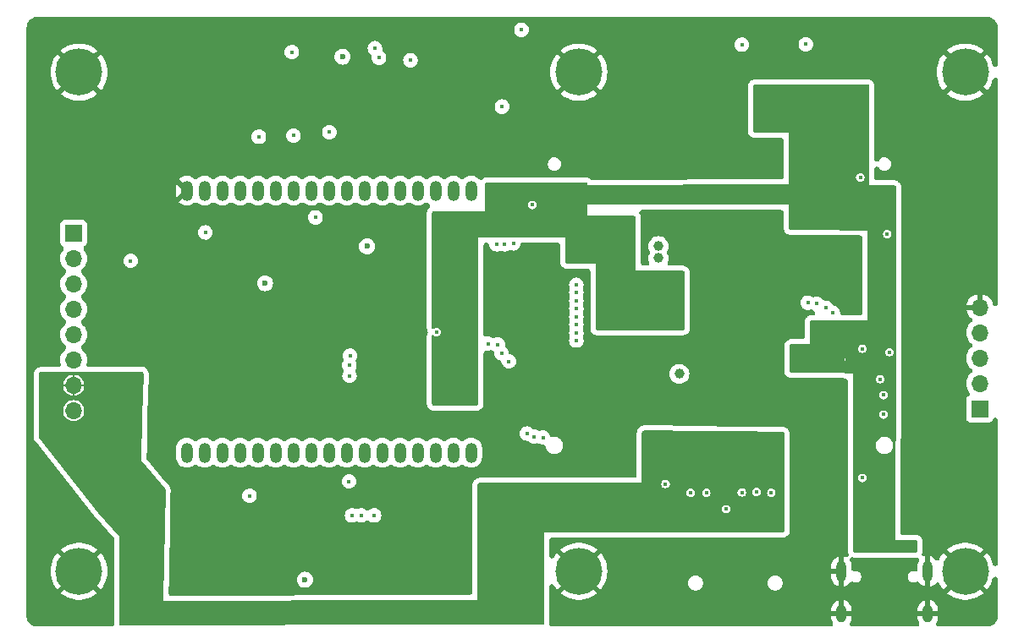
<source format=gbr>
%TF.GenerationSoftware,KiCad,Pcbnew,8.0.9*%
%TF.CreationDate,2025-03-06T21:03:41+08:00*%
%TF.ProjectId,CCD_Sensor_ZYNQ,4343445f-5365-46e7-936f-725f5a594e51,rev?*%
%TF.SameCoordinates,Original*%
%TF.FileFunction,Copper,L3,Inr*%
%TF.FilePolarity,Positive*%
%FSLAX46Y46*%
G04 Gerber Fmt 4.6, Leading zero omitted, Abs format (unit mm)*
G04 Created by KiCad (PCBNEW 8.0.9) date 2025-03-06 21:03:41*
%MOMM*%
%LPD*%
G01*
G04 APERTURE LIST*
%TA.AperFunction,ComponentPad*%
%ADD10C,4.700000*%
%TD*%
%TA.AperFunction,HeatsinkPad*%
%ADD11O,1.000000X2.100000*%
%TD*%
%TA.AperFunction,HeatsinkPad*%
%ADD12O,1.000000X1.800000*%
%TD*%
%TA.AperFunction,ComponentPad*%
%ADD13R,1.700000X1.700000*%
%TD*%
%TA.AperFunction,ComponentPad*%
%ADD14O,1.700000X1.700000*%
%TD*%
%TA.AperFunction,ComponentPad*%
%ADD15O,1.200000X2.000000*%
%TD*%
%TA.AperFunction,ViaPad*%
%ADD16C,1.000000*%
%TD*%
%TA.AperFunction,ViaPad*%
%ADD17C,0.450000*%
%TD*%
%TA.AperFunction,ViaPad*%
%ADD18C,0.600000*%
%TD*%
G04 APERTURE END LIST*
D10*
%TO.N,GND*%
%TO.C,H6*%
X266650000Y-119002146D03*
%TD*%
%TO.N,GND*%
%TO.C,H5*%
X266650000Y-69002146D03*
%TD*%
D11*
%TO.N,GND*%
%TO.C,J4*%
X254260000Y-119030000D03*
D12*
X254260000Y-123230000D03*
D11*
X262900000Y-119030000D03*
D12*
X262900000Y-123230000D03*
%TD*%
D10*
%TO.N,GND*%
%TO.C,H1*%
X227989523Y-69002146D03*
%TD*%
%TO.N,GND*%
%TO.C,H3*%
X227989523Y-119002146D03*
%TD*%
%TO.N,GND*%
%TO.C,H2*%
X177989523Y-69002146D03*
%TD*%
D13*
%TO.N,TMS*%
%TO.C,J5*%
X268100000Y-102730000D03*
D14*
%TO.N,TCK*%
X268100000Y-100190000D03*
%TO.N,TDO*%
X268100000Y-97650000D03*
%TO.N,TDI*%
X268100000Y-95110000D03*
%TO.N,GND*%
X268100000Y-92570000D03*
%TD*%
D13*
%TO.N,BLK*%
%TO.C,J3*%
X177450000Y-85127146D03*
D14*
%TO.N,CS*%
X177450000Y-87667146D03*
%TO.N,DC*%
X177450000Y-90207146D03*
%TO.N,RES*%
X177450000Y-92747146D03*
%TO.N,SDA*%
X177450000Y-95287146D03*
%TO.N,SCL*%
X177450000Y-97827146D03*
%TO.N,+3V3_D*%
X177450000Y-100367146D03*
%TO.N,GND*%
X177450000Y-102907146D03*
%TD*%
D10*
%TO.N,GND*%
%TO.C,H4*%
X177989523Y-119002146D03*
%TD*%
D15*
%TO.N,-8V*%
%TO.C,ICX1*%
X217213523Y-107127146D03*
%TO.N,GND*%
X215435523Y-107127146D03*
%TO.N,unconnected-(ICX1-NC-Pad3)*%
X213657523Y-107127146D03*
%TO.N,unconnected-(ICX1-NC-Pad4)*%
X211879523Y-107127146D03*
%TO.N,V4*%
X210101523Y-107127146D03*
%TO.N,unconnected-(ICX1-NC-Pad6)*%
X208323523Y-107127146D03*
%TO.N,V3*%
X206545523Y-107127146D03*
%TO.N,unconnected-(ICX1-NC-Pad8)*%
X204767523Y-107127146D03*
%TO.N,GND*%
X202989523Y-107127146D03*
%TO.N,V2*%
X201211523Y-107127146D03*
%TO.N,unconnected-(ICX1-NC-Pad11)*%
X199433523Y-107127146D03*
%TO.N,unconnected-(ICX1-NC-Pad12)*%
X197655523Y-107127146D03*
%TO.N,unconnected-(ICX1-NC-Pad13)*%
X195877523Y-107127146D03*
%TO.N,V1*%
X194099523Y-107127146D03*
%TO.N,unconnected-(ICX1-NC-Pad15)*%
X192321523Y-107127146D03*
%TO.N,GND*%
X190543523Y-107127146D03*
%TO.N,Net-(ICX1-VSUB)*%
X188765523Y-107127146D03*
%TO.N,GND*%
X188765523Y-80877146D03*
%TO.N,CCD_VOUT*%
X190543523Y-80877146D03*
%TO.N,Net-(ICX1-\u03C6RG)*%
X192321523Y-80877146D03*
%TO.N,GND*%
X194099523Y-80877146D03*
%TO.N,+15V_SW*%
X195877523Y-80877146D03*
%TO.N,LH*%
X197655523Y-80877146D03*
%TO.N,H2*%
X199433523Y-80877146D03*
%TO.N,H1*%
X201211523Y-80877146D03*
%TO.N,Net-(ICX1-CSUB)*%
X202989523Y-80877146D03*
%TO.N,H2*%
X204767523Y-80877146D03*
%TO.N,H1*%
X206545523Y-80877146D03*
%TO.N,GND*%
X208323523Y-80877146D03*
%TO.N,H2*%
X210101523Y-80877146D03*
%TO.N,H1*%
X211879523Y-80877146D03*
%TO.N,GND*%
X213657523Y-80877146D03*
%TO.N,H2*%
X215435523Y-80877146D03*
%TO.N,H1*%
X217213523Y-80877146D03*
%TD*%
D16*
%TO.N,-8V*%
X235958280Y-87635268D03*
X235958280Y-86435268D03*
D17*
X205000000Y-110000000D03*
D16*
%TO.N,+15V*%
X238058280Y-99235268D03*
D17*
X195050000Y-111450000D03*
D18*
X200600000Y-119850000D03*
D17*
%TO.N,VCC*%
X213850000Y-101600000D03*
X213800000Y-100350000D03*
X260960000Y-116650000D03*
X256150000Y-116460000D03*
X258550000Y-81450000D03*
X246500000Y-72750000D03*
X245737501Y-72175002D03*
X238358280Y-92335268D03*
X246500000Y-71650000D03*
X249650000Y-96950000D03*
X226200000Y-80700000D03*
X213800000Y-98900000D03*
X249650000Y-98350000D03*
X224950000Y-80700000D03*
X238358280Y-91285268D03*
X237808280Y-92335268D03*
X259100000Y-80750000D03*
X237808280Y-91285268D03*
X258000000Y-80700000D03*
X225550000Y-81400000D03*
%TO.N,+6V*%
X205053792Y-99415172D03*
D18*
X196600000Y-90150000D03*
X206800000Y-86450000D03*
D17*
X205039871Y-98350250D03*
X205100000Y-97400000D03*
%TO.N,Net-(ICX1-CSUB)*%
X201650000Y-83550000D03*
%TO.N,V3*%
X207500000Y-113400000D03*
%TO.N,V2*%
X205300000Y-113400000D03*
%TO.N,+15V_SW*%
X190625000Y-85062500D03*
X195975000Y-75475000D03*
X199275000Y-67000000D03*
%TO.N,V1*%
X206200000Y-113400000D03*
%TO.N,BIAS_CTL*%
X227750000Y-90300000D03*
X183150000Y-87912500D03*
%TO.N,GND*%
X239027902Y-78396122D03*
X243058280Y-96635268D03*
X206192212Y-101561182D03*
X256350000Y-96700000D03*
X252496200Y-119950000D03*
X239025001Y-77250001D03*
X244825000Y-103487500D03*
X242708154Y-112775584D03*
X243158280Y-91885268D03*
D18*
X196500000Y-92100000D03*
D17*
X211000000Y-69200000D03*
X243542446Y-91168030D03*
X199275000Y-65350000D03*
X239950000Y-70800000D03*
X200125000Y-69100000D03*
X261425000Y-122050000D03*
X213750000Y-95037500D03*
X236671400Y-119950000D03*
X254700000Y-89500000D03*
X243132563Y-92702908D03*
X242748844Y-91202914D03*
X223350000Y-82300000D03*
X249825000Y-103650000D03*
X248358280Y-92635268D03*
X262700000Y-89500000D03*
X206781250Y-110018750D03*
X194000000Y-100575000D03*
X264150000Y-84050000D03*
X193825000Y-119600000D03*
X236671400Y-110250000D03*
X260770000Y-96700000D03*
X202975000Y-69475000D03*
X256350000Y-109650000D03*
X264724269Y-102848057D03*
X236008280Y-83035268D03*
X221800000Y-103900000D03*
X239016274Y-76105433D03*
X244508280Y-86235268D03*
X205150000Y-101550000D03*
X207163170Y-101561182D03*
X189475000Y-70175000D03*
X215175000Y-72400000D03*
X225550000Y-89500000D03*
X229550000Y-103900000D03*
X220825000Y-73925000D03*
X187900000Y-92062500D03*
X206525000Y-66300000D03*
D18*
X203850000Y-121000000D03*
D17*
X190650000Y-111950000D03*
X201650000Y-85687500D03*
X227750000Y-96700000D03*
X207050000Y-73925000D03*
X246775000Y-97887500D03*
X233175000Y-96800000D03*
D18*
X206800000Y-88550000D03*
D17*
%TO.N,XSG1*%
X227750000Y-93500000D03*
X220995595Y-97976614D03*
%TO.N,XV1*%
X227750000Y-92700000D03*
X220250000Y-97150000D03*
%TO.N,XV2*%
X227750000Y-91900000D03*
X219900000Y-96300000D03*
%TO.N,XSHT*%
X227750000Y-91100000D03*
X218900000Y-96200000D03*
%TO.N,ADC_SPI_LOAD*%
X211150000Y-67800000D03*
X219750000Y-86250000D03*
%TO.N,ADC_SPI_DATA*%
X207600000Y-66600000D03*
X221450000Y-86150000D03*
%TO.N,XSG2*%
X227750000Y-95100000D03*
X223514628Y-105506528D03*
%TO.N,XV3*%
X227750000Y-95900000D03*
X224400000Y-105600000D03*
%TO.N,XV4*%
X222800000Y-105200000D03*
X227750000Y-94300000D03*
%TO.N,ADC_SPI_CLK*%
X208000000Y-67550000D03*
X220550000Y-86250000D03*
%TO.N,SDIO_D3*%
X245750000Y-111050000D03*
%TO.N,SDIO_D0*%
X240750000Y-111150000D03*
%TO.N,SDIO_D2*%
X247250000Y-111150000D03*
%TO.N,SDIO_D1*%
X239200000Y-111150000D03*
%TO.N,SDIO_CMD*%
X244300000Y-111100000D03*
%TO.N,+3V3_A*%
X222250000Y-64750000D03*
X203037500Y-75012500D03*
X199450000Y-75350000D03*
D18*
X204350000Y-67450000D03*
D17*
X220312500Y-72450000D03*
%TO.N,+3V3_D*%
X247600000Y-106000000D03*
X248100000Y-105500000D03*
X243600000Y-109450000D03*
%TO.N,DC*%
X252700000Y-92600000D03*
%TO.N,BLK*%
X250900000Y-92100000D03*
%TO.N,CS*%
X251800000Y-92200000D03*
%TO.N,RES*%
X253400000Y-93100000D03*
%TO.N,TMS*%
X258500000Y-103300000D03*
%TO.N,TDI*%
X258500000Y-101350000D03*
%TO.N,SW1*%
X250700000Y-66200000D03*
%TO.N,SW2*%
X256150000Y-79550000D03*
%TO.N,SW3*%
X258850000Y-85200000D03*
%TO.N,SW4*%
X259050000Y-97050000D03*
%TO.N,SW5*%
X258150000Y-99750000D03*
%TO.N,SW6*%
X244300000Y-66250000D03*
%TD*%
%TA.AperFunction,Conductor*%
%TO.N,VCC*%
G36*
X228739913Y-80053373D02*
G01*
X228763039Y-80059569D01*
X228807426Y-80085197D01*
X228814811Y-80092583D01*
X228840429Y-80136957D01*
X228845824Y-80157089D01*
X228850000Y-80172673D01*
X228850000Y-80295346D01*
X226700000Y-80300000D01*
X226800000Y-82300000D01*
X228850000Y-82300000D01*
X228850000Y-83400000D01*
X226650000Y-83400000D01*
X226650000Y-85550000D01*
X217950000Y-85550000D01*
X217950000Y-85749999D01*
X217950000Y-102190248D01*
X217948097Y-102209563D01*
X217938616Y-102257224D01*
X217923835Y-102292910D01*
X217902362Y-102325047D01*
X217875047Y-102352362D01*
X217842910Y-102373835D01*
X217807224Y-102388616D01*
X217759563Y-102398097D01*
X217740248Y-102400000D01*
X213509752Y-102400000D01*
X213490438Y-102398098D01*
X213474470Y-102394921D01*
X213442775Y-102388617D01*
X213407089Y-102373835D01*
X213406330Y-102373328D01*
X213374949Y-102352359D01*
X213347640Y-102325050D01*
X213326163Y-102292908D01*
X213311382Y-102257222D01*
X213301902Y-102209561D01*
X213300000Y-102190248D01*
X213300000Y-95428255D01*
X213318907Y-95370064D01*
X213368407Y-95334100D01*
X213429593Y-95334100D01*
X213469001Y-95358249D01*
X213496780Y-95386028D01*
X213616874Y-95447219D01*
X213750000Y-95468304D01*
X213883126Y-95447219D01*
X214003220Y-95386028D01*
X214098528Y-95290720D01*
X214159719Y-95170626D01*
X214180804Y-95037500D01*
X214159719Y-94904374D01*
X214098528Y-94784280D01*
X214003220Y-94688972D01*
X214003217Y-94688970D01*
X213883129Y-94627782D01*
X213883127Y-94627781D01*
X213750000Y-94606696D01*
X213616872Y-94627781D01*
X213616870Y-94627782D01*
X213496782Y-94688970D01*
X213496780Y-94688971D01*
X213496780Y-94688972D01*
X213469001Y-94716750D01*
X213414487Y-94744526D01*
X213354055Y-94734955D01*
X213310790Y-94691690D01*
X213300000Y-94646745D01*
X213300000Y-83109751D01*
X213301902Y-83090438D01*
X213311382Y-83042777D01*
X213326162Y-83007092D01*
X213347642Y-82974946D01*
X213374946Y-82947642D01*
X213407092Y-82926162D01*
X213442775Y-82911382D01*
X213468021Y-82906360D01*
X213490439Y-82901902D01*
X213509752Y-82900000D01*
X218399999Y-82900000D01*
X218400000Y-82900000D01*
X218600000Y-82900000D01*
X218600000Y-82299999D01*
X222919196Y-82299999D01*
X222919196Y-82300000D01*
X222940281Y-82433127D01*
X222940282Y-82433129D01*
X223001470Y-82553217D01*
X223001472Y-82553220D01*
X223096780Y-82648528D01*
X223216874Y-82709719D01*
X223350000Y-82730804D01*
X223483126Y-82709719D01*
X223603220Y-82648528D01*
X223698528Y-82553220D01*
X223759719Y-82433126D01*
X223780804Y-82300000D01*
X223759719Y-82166874D01*
X223698528Y-82046780D01*
X223603220Y-81951472D01*
X223603217Y-81951470D01*
X223483129Y-81890282D01*
X223483127Y-81890281D01*
X223350000Y-81869196D01*
X223216872Y-81890281D01*
X223216870Y-81890282D01*
X223096782Y-81951470D01*
X223001470Y-82046782D01*
X222940282Y-82166870D01*
X222940281Y-82166872D01*
X222919196Y-82299999D01*
X218600000Y-82299999D01*
X218600000Y-80259751D01*
X218601902Y-80240438D01*
X218611382Y-80192777D01*
X218626162Y-80157092D01*
X218647642Y-80124946D01*
X218674946Y-80097642D01*
X218707092Y-80076162D01*
X218742775Y-80061382D01*
X218783043Y-80053373D01*
X218790439Y-80051902D01*
X218809752Y-80050000D01*
X228714292Y-80050000D01*
X228739913Y-80053373D01*
G37*
%TD.AperFunction*%
%TD*%
%TA.AperFunction,Conductor*%
%TO.N,VCC*%
G36*
X256858726Y-70202731D02*
G01*
X256906562Y-70212059D01*
X256942390Y-70226766D01*
X256974670Y-70248210D01*
X257002115Y-70275537D01*
X257015144Y-70294968D01*
X257023697Y-70307724D01*
X257038557Y-70343492D01*
X257048087Y-70391269D01*
X257050000Y-70410635D01*
X257050000Y-84850000D01*
X256651246Y-84847523D01*
X256651249Y-84847523D01*
X256651239Y-84847521D01*
X256651243Y-84847521D01*
X251515928Y-84815626D01*
X251270387Y-84814101D01*
X249211737Y-84801314D01*
X249186237Y-84797810D01*
X249158838Y-84790316D01*
X249124762Y-84780996D01*
X249080662Y-84755291D01*
X249045208Y-84719616D01*
X249019777Y-84675355D01*
X249003347Y-84613780D01*
X249000000Y-84588257D01*
X249000000Y-82500001D01*
X249000000Y-82500000D01*
X249000000Y-82300000D01*
X249800000Y-82300000D01*
X249800000Y-80250000D01*
X249000000Y-80251731D01*
X249000000Y-79549999D01*
X255719196Y-79549999D01*
X255719196Y-79550000D01*
X255740281Y-79683127D01*
X255740282Y-79683129D01*
X255801470Y-79803217D01*
X255801472Y-79803220D01*
X255896780Y-79898528D01*
X256016874Y-79959719D01*
X256150000Y-79980804D01*
X256283126Y-79959719D01*
X256403220Y-79898528D01*
X256498528Y-79803220D01*
X256559719Y-79683126D01*
X256580804Y-79550000D01*
X256559719Y-79416874D01*
X256498528Y-79296780D01*
X256403220Y-79201472D01*
X256403217Y-79201470D01*
X256283129Y-79140282D01*
X256283127Y-79140281D01*
X256150000Y-79119196D01*
X256016872Y-79140281D01*
X256016870Y-79140282D01*
X255896782Y-79201470D01*
X255801470Y-79296782D01*
X255740282Y-79416870D01*
X255740281Y-79416872D01*
X255719196Y-79549999D01*
X249000000Y-79549999D01*
X249000000Y-75050000D01*
X248800000Y-75050000D01*
X245609752Y-75050000D01*
X245590438Y-75048098D01*
X245574470Y-75044921D01*
X245542775Y-75038617D01*
X245507089Y-75023835D01*
X245506330Y-75023328D01*
X245474949Y-75002359D01*
X245447640Y-74975050D01*
X245426163Y-74942908D01*
X245411382Y-74907222D01*
X245401902Y-74859561D01*
X245400000Y-74840248D01*
X245400000Y-70462141D01*
X245403355Y-70436587D01*
X245419824Y-70374945D01*
X245445312Y-70330650D01*
X245480845Y-70294964D01*
X245525025Y-70269288D01*
X245586602Y-70252552D01*
X245612136Y-70249089D01*
X256839371Y-70200903D01*
X256858726Y-70202731D01*
G37*
%TD.AperFunction*%
%TD*%
%TA.AperFunction,Conductor*%
%TO.N,VCC*%
G36*
X249800000Y-82300000D02*
G01*
X226800000Y-82300000D01*
X226700000Y-80300000D01*
X249800000Y-80250000D01*
X249800000Y-82300000D01*
G37*
%TD.AperFunction*%
%TD*%
%TA.AperFunction,Conductor*%
%TO.N,VCC*%
G36*
X259540564Y-80346388D02*
G01*
X259565845Y-80350124D01*
X259585769Y-80355771D01*
X259626757Y-80367388D01*
X259670364Y-80393237D01*
X259705394Y-80428875D01*
X259730491Y-80472926D01*
X259746700Y-80534122D01*
X259750000Y-80559470D01*
X259750000Y-96485796D01*
X259749053Y-96495235D01*
X259750000Y-96230000D01*
X254630000Y-96220000D01*
X254620270Y-99100000D01*
X249259752Y-99100000D01*
X249240438Y-99098098D01*
X249224470Y-99094921D01*
X249192775Y-99088617D01*
X249157089Y-99073835D01*
X249156330Y-99073328D01*
X249124949Y-99052359D01*
X249097640Y-99025050D01*
X249076163Y-98992908D01*
X249061382Y-98957222D01*
X249051902Y-98909561D01*
X249050000Y-98890248D01*
X249050000Y-96459751D01*
X249051902Y-96440438D01*
X249061382Y-96392777D01*
X249076162Y-96357092D01*
X249097642Y-96324946D01*
X249124946Y-96297642D01*
X249157092Y-96276162D01*
X249192775Y-96261382D01*
X249218021Y-96256360D01*
X249240439Y-96251902D01*
X249259752Y-96250000D01*
X250899999Y-96250000D01*
X250900000Y-96250000D01*
X251100000Y-96250000D01*
X251100000Y-94059751D01*
X251101902Y-94040438D01*
X251111382Y-93992777D01*
X251126162Y-93957092D01*
X251147642Y-93924946D01*
X251174946Y-93897642D01*
X251207092Y-93876162D01*
X251242775Y-93861382D01*
X251268021Y-93856360D01*
X251290439Y-93851902D01*
X251309752Y-93850000D01*
X256649999Y-93850000D01*
X256650000Y-93850000D01*
X256850000Y-93850000D01*
X256850000Y-85199999D01*
X258419196Y-85199999D01*
X258419196Y-85200000D01*
X258440281Y-85333127D01*
X258440282Y-85333129D01*
X258501470Y-85453217D01*
X258501472Y-85453220D01*
X258596780Y-85548528D01*
X258716874Y-85609719D01*
X258850000Y-85630804D01*
X258983126Y-85609719D01*
X259103220Y-85548528D01*
X259198528Y-85453220D01*
X259259719Y-85333126D01*
X259280804Y-85200000D01*
X259259719Y-85066874D01*
X259198528Y-84946780D01*
X259103220Y-84851472D01*
X259103217Y-84851470D01*
X258983129Y-84790282D01*
X258983127Y-84790281D01*
X258850000Y-84769196D01*
X258716872Y-84790281D01*
X258716870Y-84790282D01*
X258596782Y-84851470D01*
X258501470Y-84946782D01*
X258440282Y-85066870D01*
X258440281Y-85066872D01*
X258419196Y-85199999D01*
X256850000Y-85199999D01*
X256850000Y-84848757D01*
X257050000Y-84850000D01*
X257050000Y-80303448D01*
X259540564Y-80346388D01*
G37*
%TD.AperFunction*%
%TD*%
%TA.AperFunction,Conductor*%
%TO.N,GND*%
G36*
X268910835Y-63478594D02*
G01*
X269051855Y-63490932D01*
X269094588Y-63498466D01*
X269220807Y-63532287D01*
X269261581Y-63547129D01*
X269379993Y-63602347D01*
X269417580Y-63624047D01*
X269524605Y-63698989D01*
X269557847Y-63726884D01*
X269650232Y-63819270D01*
X269678130Y-63852519D01*
X269753069Y-63959548D01*
X269774768Y-63997133D01*
X269829983Y-64115547D01*
X269844825Y-64156330D01*
X269844826Y-64156334D01*
X269878637Y-64282529D01*
X269886173Y-64325276D01*
X269898552Y-64466829D01*
X269899499Y-64488529D01*
X269899497Y-64560348D01*
X269899500Y-64560391D01*
X269899500Y-68219196D01*
X269880546Y-68314484D01*
X269826570Y-68395266D01*
X269745788Y-68449242D01*
X269650500Y-68468196D01*
X269555212Y-68449242D01*
X269474430Y-68395266D01*
X269420454Y-68314484D01*
X269411961Y-68290610D01*
X269332663Y-68025740D01*
X269201170Y-67720905D01*
X269201166Y-67720897D01*
X269035178Y-67433395D01*
X269035171Y-67433384D01*
X268837641Y-67168057D01*
X267765270Y-68240427D01*
X267679722Y-68122680D01*
X267529466Y-67972424D01*
X267411716Y-67886873D01*
X268480708Y-66817882D01*
X268480709Y-66817882D01*
X268354787Y-66712222D01*
X268354782Y-66712218D01*
X268077426Y-66529797D01*
X268077416Y-66529791D01*
X267780737Y-66380793D01*
X267780733Y-66380792D01*
X267468772Y-66267248D01*
X267145736Y-66190686D01*
X266815993Y-66152146D01*
X266484007Y-66152146D01*
X266154263Y-66190686D01*
X265831227Y-66267248D01*
X265519266Y-66380792D01*
X265519262Y-66380793D01*
X265222583Y-66529791D01*
X265222573Y-66529797D01*
X264945221Y-66712215D01*
X264945208Y-66712225D01*
X264819290Y-66817882D01*
X265888282Y-67886874D01*
X265770534Y-67972424D01*
X265620278Y-68122680D01*
X265534729Y-68240428D01*
X264462358Y-67168057D01*
X264264821Y-67433395D01*
X264098833Y-67720897D01*
X264098829Y-67720905D01*
X263967336Y-68025740D01*
X263872121Y-68343779D01*
X263814474Y-68670710D01*
X263814473Y-68670718D01*
X263795170Y-69002146D01*
X263814473Y-69333573D01*
X263814474Y-69333581D01*
X263872121Y-69660512D01*
X263967336Y-69978551D01*
X264098829Y-70283386D01*
X264098833Y-70283394D01*
X264264821Y-70570896D01*
X264264829Y-70570907D01*
X264462357Y-70836233D01*
X265534728Y-69763862D01*
X265620278Y-69881612D01*
X265770534Y-70031868D01*
X265888281Y-70117416D01*
X264819290Y-71186408D01*
X264945212Y-71292070D01*
X264945217Y-71292073D01*
X265222573Y-71474494D01*
X265222583Y-71474500D01*
X265519262Y-71623498D01*
X265519266Y-71623499D01*
X265831227Y-71737043D01*
X266154263Y-71813605D01*
X266484007Y-71852146D01*
X266815993Y-71852146D01*
X267145736Y-71813605D01*
X267468772Y-71737043D01*
X267780733Y-71623499D01*
X267780737Y-71623498D01*
X268077416Y-71474500D01*
X268077426Y-71474494D01*
X268354786Y-71292070D01*
X268354793Y-71292065D01*
X268480708Y-71186408D01*
X267411717Y-70117417D01*
X267529466Y-70031868D01*
X267679722Y-69881612D01*
X267765271Y-69763863D01*
X268837640Y-70836232D01*
X269035175Y-70570902D01*
X269201166Y-70283394D01*
X269201170Y-70283386D01*
X269332663Y-69978551D01*
X269411961Y-69713681D01*
X269457447Y-69627832D01*
X269532324Y-69565925D01*
X269625193Y-69537384D01*
X269721914Y-69546556D01*
X269807763Y-69592042D01*
X269869670Y-69666919D01*
X269898211Y-69759788D01*
X269899500Y-69785095D01*
X269899500Y-92178482D01*
X269880546Y-92273770D01*
X269826570Y-92354552D01*
X269745788Y-92408528D01*
X269650500Y-92427482D01*
X269555212Y-92408528D01*
X269474430Y-92354552D01*
X269420454Y-92273770D01*
X269409984Y-92242928D01*
X269373429Y-92106505D01*
X269273603Y-91892428D01*
X269273599Y-91892420D01*
X269138110Y-91698923D01*
X268971076Y-91531889D01*
X268777576Y-91396399D01*
X268563484Y-91296566D01*
X268350001Y-91239363D01*
X268350000Y-91239364D01*
X268350000Y-92136988D01*
X268292993Y-92104075D01*
X268165826Y-92070000D01*
X268034174Y-92070000D01*
X267907007Y-92104075D01*
X267850000Y-92136988D01*
X267850000Y-91239364D01*
X267849998Y-91239363D01*
X267636516Y-91296566D01*
X267636505Y-91296570D01*
X267422428Y-91396396D01*
X267422420Y-91396400D01*
X267228923Y-91531889D01*
X267061889Y-91698923D01*
X266926400Y-91892420D01*
X266926396Y-91892428D01*
X266826570Y-92106505D01*
X266826566Y-92106516D01*
X266769363Y-92319998D01*
X266769364Y-92320000D01*
X267666988Y-92320000D01*
X267634075Y-92377007D01*
X267600000Y-92504174D01*
X267600000Y-92635826D01*
X267634075Y-92762993D01*
X267666988Y-92820000D01*
X266769364Y-92820000D01*
X266769363Y-92820001D01*
X266826566Y-93033483D01*
X266826566Y-93033485D01*
X266926399Y-93247576D01*
X267061889Y-93441076D01*
X267228923Y-93608110D01*
X267268361Y-93635725D01*
X267335545Y-93705907D01*
X267370757Y-93796456D01*
X267368638Y-93893588D01*
X267329509Y-93982515D01*
X267268363Y-94043661D01*
X267228602Y-94071502D01*
X267061504Y-94238600D01*
X266925965Y-94432169D01*
X266925961Y-94432177D01*
X266826098Y-94646333D01*
X266826097Y-94646335D01*
X266764935Y-94874598D01*
X266744341Y-95109994D01*
X266744341Y-95110005D01*
X266764935Y-95345401D01*
X266817669Y-95542211D01*
X266826097Y-95573663D01*
X266913255Y-95760574D01*
X266925965Y-95787830D01*
X267004504Y-95899996D01*
X267061505Y-95981401D01*
X267228599Y-96148495D01*
X267267925Y-96176031D01*
X267335107Y-96246209D01*
X267370321Y-96336758D01*
X267368202Y-96433890D01*
X267329074Y-96522818D01*
X267267928Y-96583965D01*
X267228603Y-96611501D01*
X267061504Y-96778600D01*
X266925965Y-96972169D01*
X266925961Y-96972177D01*
X266826098Y-97186333D01*
X266826097Y-97186335D01*
X266764935Y-97414598D01*
X266744341Y-97649994D01*
X266744341Y-97650005D01*
X266764935Y-97885401D01*
X266812402Y-98062554D01*
X266826097Y-98113663D01*
X266876466Y-98221680D01*
X266925965Y-98327830D01*
X267060875Y-98520502D01*
X267061505Y-98521401D01*
X267228599Y-98688495D01*
X267267925Y-98716031D01*
X267335107Y-98786209D01*
X267370321Y-98876758D01*
X267368202Y-98973890D01*
X267329074Y-99062818D01*
X267267928Y-99123965D01*
X267228603Y-99151501D01*
X267061504Y-99318600D01*
X266925965Y-99512169D01*
X266925961Y-99512177D01*
X266826098Y-99726333D01*
X266826097Y-99726335D01*
X266764935Y-99954598D01*
X266744341Y-100189994D01*
X266744341Y-100190005D01*
X266764935Y-100425401D01*
X266764937Y-100425408D01*
X266826097Y-100653663D01*
X266925965Y-100867830D01*
X267061505Y-101061401D01*
X267061506Y-101061402D01*
X267061507Y-101061403D01*
X267064849Y-101065387D01*
X267066849Y-101069034D01*
X267067741Y-101070307D01*
X267067601Y-101070404D01*
X267111577Y-101150566D01*
X267122151Y-101247144D01*
X267094961Y-101340417D01*
X267034147Y-101416185D01*
X267021431Y-101424868D01*
X267021927Y-101425531D01*
X267007670Y-101436203D01*
X267007669Y-101436204D01*
X266933319Y-101491861D01*
X266892455Y-101522453D01*
X266892453Y-101522455D01*
X266806204Y-101637669D01*
X266755908Y-101772518D01*
X266749500Y-101832123D01*
X266749500Y-103627865D01*
X266749501Y-103627869D01*
X266755908Y-103687480D01*
X266755909Y-103687484D01*
X266806203Y-103822329D01*
X266806204Y-103822331D01*
X266892454Y-103937546D01*
X267007669Y-104023796D01*
X267142517Y-104074091D01*
X267202127Y-104080500D01*
X268997872Y-104080499D01*
X269057483Y-104074091D01*
X269192331Y-104023796D01*
X269307546Y-103937546D01*
X269393796Y-103822331D01*
X269417200Y-103759581D01*
X269468258Y-103676927D01*
X269547061Y-103620101D01*
X269641612Y-103597758D01*
X269737516Y-103613298D01*
X269820172Y-103664357D01*
X269876998Y-103743160D01*
X269899341Y-103837711D01*
X269899500Y-103846599D01*
X269899500Y-118219196D01*
X269880546Y-118314484D01*
X269826570Y-118395266D01*
X269745788Y-118449242D01*
X269650500Y-118468196D01*
X269555212Y-118449242D01*
X269474430Y-118395266D01*
X269420454Y-118314484D01*
X269411961Y-118290610D01*
X269332663Y-118025740D01*
X269201170Y-117720905D01*
X269201166Y-117720897D01*
X269035178Y-117433395D01*
X269035171Y-117433384D01*
X268837641Y-117168057D01*
X267765270Y-118240427D01*
X267679722Y-118122680D01*
X267529466Y-117972424D01*
X267411716Y-117886873D01*
X268480708Y-116817882D01*
X268480709Y-116817882D01*
X268354787Y-116712222D01*
X268354782Y-116712218D01*
X268077426Y-116529797D01*
X268077416Y-116529791D01*
X267780737Y-116380793D01*
X267780733Y-116380792D01*
X267468772Y-116267248D01*
X267145736Y-116190686D01*
X266815993Y-116152146D01*
X266484007Y-116152146D01*
X266154263Y-116190686D01*
X265831227Y-116267248D01*
X265519266Y-116380792D01*
X265519262Y-116380793D01*
X265222583Y-116529791D01*
X265222573Y-116529797D01*
X264945221Y-116712215D01*
X264945208Y-116712225D01*
X264819290Y-116817882D01*
X265888282Y-117886874D01*
X265770534Y-117972424D01*
X265620278Y-118122680D01*
X265534728Y-118240428D01*
X264462358Y-117168057D01*
X264264821Y-117433395D01*
X264098833Y-117720897D01*
X264098826Y-117720911D01*
X264080275Y-117763916D01*
X264025128Y-117843903D01*
X263943569Y-117896697D01*
X263848015Y-117914262D01*
X263753013Y-117893922D01*
X263675571Y-117841358D01*
X263537459Y-117703246D01*
X263373679Y-117593811D01*
X263373676Y-117593810D01*
X263191691Y-117518430D01*
X263191692Y-117518430D01*
X263150000Y-117510136D01*
X263150000Y-118313011D01*
X263140060Y-118295795D01*
X263084205Y-118239940D01*
X263015796Y-118200444D01*
X262939496Y-118180000D01*
X262860504Y-118180000D01*
X262784204Y-118200444D01*
X262715795Y-118239940D01*
X262659940Y-118295795D01*
X262650000Y-118313011D01*
X262650000Y-117510136D01*
X262649999Y-117510136D01*
X262615329Y-117517033D01*
X262518174Y-117517034D01*
X262428414Y-117479856D01*
X262359714Y-117411158D01*
X262322533Y-117321399D01*
X262322532Y-117224244D01*
X262337302Y-117176094D01*
X262348577Y-117149349D01*
X262365487Y-117087907D01*
X262378789Y-117023403D01*
X262382335Y-116997906D01*
X262387139Y-116932223D01*
X262393840Y-116074370D01*
X262391783Y-116024697D01*
X262390024Y-116005330D01*
X262383100Y-115956110D01*
X262373955Y-115908287D01*
X262358061Y-115854500D01*
X262345820Y-115813072D01*
X262345818Y-115813066D01*
X262331257Y-115777203D01*
X262321797Y-115759212D01*
X262285047Y-115689317D01*
X262285044Y-115689312D01*
X262285041Y-115689306D01*
X262263738Y-115656964D01*
X262201223Y-115579791D01*
X262174019Y-115552250D01*
X262097633Y-115488797D01*
X262065554Y-115467095D01*
X261978253Y-115419806D01*
X261971511Y-115416971D01*
X261942579Y-115404804D01*
X261847678Y-115375483D01*
X261810660Y-115367930D01*
X261799967Y-115365749D01*
X261799962Y-115365748D01*
X261799961Y-115365748D01*
X261750857Y-115358220D01*
X261750858Y-115358220D01*
X261738211Y-115356913D01*
X261731534Y-115356224D01*
X261731524Y-115356223D01*
X261731492Y-115356221D01*
X261681888Y-115353552D01*
X261681830Y-115353550D01*
X260436055Y-115347914D01*
X260340854Y-115328529D01*
X260260318Y-115274188D01*
X260206707Y-115193163D01*
X260188184Y-115098031D01*
X260254497Y-96511196D01*
X260254806Y-96499654D01*
X260255500Y-96485796D01*
X260255500Y-80559470D01*
X260251270Y-80494211D01*
X260247970Y-80468863D01*
X260235350Y-80404693D01*
X260219141Y-80343497D01*
X260169710Y-80222692D01*
X260144613Y-80178641D01*
X260065898Y-80074521D01*
X260030868Y-80038883D01*
X260014402Y-80025983D01*
X259928133Y-79958398D01*
X259928127Y-79958394D01*
X259884520Y-79932545D01*
X259884516Y-79932543D01*
X259884514Y-79932542D01*
X259884245Y-79932405D01*
X259884127Y-79932312D01*
X259877586Y-79928435D01*
X259878099Y-79927568D01*
X259849590Y-79905133D01*
X259703700Y-79863784D01*
X259703692Y-79863782D01*
X259703690Y-79863781D01*
X259703688Y-79863781D01*
X259695227Y-79861964D01*
X259639740Y-79850053D01*
X259614465Y-79846319D01*
X259549269Y-79840962D01*
X257800208Y-79810806D01*
X257705260Y-79790212D01*
X257625421Y-79734851D01*
X257572846Y-79653151D01*
X257555500Y-79561843D01*
X257555500Y-78700403D01*
X257574454Y-78605115D01*
X257628430Y-78524333D01*
X257709212Y-78470357D01*
X257804500Y-78451403D01*
X257899788Y-78470357D01*
X257980570Y-78524333D01*
X258011530Y-78562059D01*
X258053072Y-78624231D01*
X258145769Y-78716928D01*
X258254768Y-78789758D01*
X258375881Y-78839925D01*
X258375883Y-78839925D01*
X258375884Y-78839926D01*
X258502741Y-78865159D01*
X258504454Y-78865500D01*
X258635546Y-78865500D01*
X258699832Y-78852712D01*
X258764115Y-78839926D01*
X258764115Y-78839925D01*
X258764119Y-78839925D01*
X258885232Y-78789758D01*
X258994231Y-78716928D01*
X259086928Y-78624231D01*
X259159758Y-78515232D01*
X259209925Y-78394119D01*
X259235500Y-78265546D01*
X259235500Y-78134454D01*
X259209925Y-78005881D01*
X259159758Y-77884768D01*
X259086928Y-77775769D01*
X258994231Y-77683072D01*
X258885232Y-77610242D01*
X258885228Y-77610240D01*
X258885226Y-77610239D01*
X258802918Y-77576146D01*
X258764119Y-77560075D01*
X258764117Y-77560074D01*
X258764116Y-77560074D01*
X258764115Y-77560073D01*
X258635550Y-77534500D01*
X258635546Y-77534500D01*
X258504454Y-77534500D01*
X258504449Y-77534500D01*
X258375884Y-77560073D01*
X258375883Y-77560074D01*
X258254773Y-77610239D01*
X258254769Y-77610241D01*
X258254768Y-77610242D01*
X258145769Y-77683072D01*
X258145765Y-77683075D01*
X258053073Y-77775767D01*
X258011536Y-77837933D01*
X257942837Y-77906632D01*
X257853078Y-77943812D01*
X257755923Y-77943812D01*
X257666163Y-77906632D01*
X257597464Y-77837933D01*
X257560284Y-77748174D01*
X257555500Y-77699596D01*
X257555500Y-70410647D01*
X257555500Y-70410635D01*
X257553052Y-70360943D01*
X257551139Y-70341577D01*
X257543821Y-70292386D01*
X257534291Y-70244609D01*
X257505373Y-70149551D01*
X257490513Y-70113783D01*
X257443553Y-70026207D01*
X257435000Y-70013451D01*
X257432095Y-70009118D01*
X257432076Y-70009092D01*
X257421967Y-69994015D01*
X257358787Y-69917325D01*
X257331342Y-69889998D01*
X257292047Y-69857909D01*
X257254384Y-69827152D01*
X257222104Y-69805708D01*
X257187954Y-69787582D01*
X257134353Y-69759132D01*
X257098509Y-69744419D01*
X257003335Y-69715910D01*
X257003320Y-69715906D01*
X257003312Y-69715904D01*
X256955476Y-69706576D01*
X256955477Y-69706576D01*
X256955461Y-69706573D01*
X256919233Y-69701344D01*
X256906257Y-69699471D01*
X256906251Y-69699470D01*
X256906248Y-69699470D01*
X256894376Y-69698348D01*
X256886902Y-69697643D01*
X256886911Y-69697643D01*
X256862051Y-69696525D01*
X256837201Y-69695408D01*
X256837192Y-69695408D01*
X245609959Y-69743594D01*
X245544218Y-69748173D01*
X245544201Y-69748174D01*
X245544200Y-69748175D01*
X245544197Y-69748175D01*
X245544183Y-69748177D01*
X245518673Y-69751636D01*
X245454021Y-69764748D01*
X245454014Y-69764749D01*
X245392449Y-69781482D01*
X245392441Y-69781485D01*
X245271024Y-69832236D01*
X245271018Y-69832239D01*
X245226848Y-69857909D01*
X245226845Y-69857911D01*
X245122637Y-69938288D01*
X245087105Y-69973972D01*
X245087096Y-69973982D01*
X245007174Y-70078528D01*
X245007170Y-70078534D01*
X245007169Y-70078536D01*
X244981681Y-70122831D01*
X244970645Y-70149557D01*
X244931453Y-70244466D01*
X244914983Y-70306112D01*
X244914983Y-70306114D01*
X244902161Y-70370755D01*
X244902154Y-70370797D01*
X244898801Y-70396333D01*
X244898800Y-70396349D01*
X244894500Y-70462130D01*
X244894500Y-74840248D01*
X244896934Y-74889797D01*
X244896934Y-74889804D01*
X244898834Y-74909089D01*
X244906115Y-74958181D01*
X244915596Y-75005845D01*
X244923902Y-75033225D01*
X244944358Y-75100661D01*
X244944360Y-75100666D01*
X244944361Y-75100669D01*
X244959133Y-75136334D01*
X244959139Y-75136347D01*
X245005858Y-75223753D01*
X245027323Y-75255877D01*
X245027328Y-75255884D01*
X245027335Y-75255894D01*
X245027343Y-75255904D01*
X245027344Y-75255905D01*
X245090198Y-75332493D01*
X245090199Y-75332494D01*
X245107702Y-75349996D01*
X245117507Y-75359801D01*
X245194100Y-75422661D01*
X245224945Y-75443272D01*
X245225083Y-75443365D01*
X245226288Y-75444170D01*
X245226292Y-75444172D01*
X245226305Y-75444181D01*
X245283965Y-75474996D01*
X245313636Y-75490853D01*
X245313650Y-75490859D01*
X245349315Y-75505633D01*
X245349321Y-75505634D01*
X245349324Y-75505636D01*
X245371790Y-75512451D01*
X245444153Y-75534403D01*
X245444173Y-75534408D01*
X245547637Y-75554986D01*
X245562348Y-75553171D01*
X245609752Y-75555500D01*
X248245500Y-75555500D01*
X248340788Y-75574454D01*
X248421570Y-75628430D01*
X248475546Y-75709212D01*
X248494500Y-75804500D01*
X248494500Y-79498862D01*
X248475546Y-79594150D01*
X248421570Y-79674932D01*
X248340788Y-79728908D01*
X248246039Y-79747861D01*
X229328740Y-79788807D01*
X229233411Y-79770060D01*
X229171973Y-79731944D01*
X229171361Y-79732742D01*
X229060188Y-79647428D01*
X229055068Y-79644472D01*
X229015798Y-79621798D01*
X229015788Y-79621793D01*
X228893860Y-79571289D01*
X228870739Y-79565095D01*
X228854389Y-79561843D01*
X228805893Y-79552197D01*
X228789968Y-79550100D01*
X228780259Y-79548822D01*
X228721049Y-79544942D01*
X228714292Y-79544500D01*
X218809752Y-79544500D01*
X218760202Y-79546934D01*
X218760195Y-79546934D01*
X218740912Y-79548834D01*
X218740869Y-79548839D01*
X218691825Y-79556113D01*
X218684428Y-79557585D01*
X218684427Y-79557584D01*
X218644176Y-79565590D01*
X218644172Y-79565591D01*
X218549337Y-79594357D01*
X218549327Y-79594360D01*
X218513662Y-79609134D01*
X218513650Y-79609139D01*
X218513645Y-79609141D01*
X218513642Y-79609143D01*
X218426247Y-79655857D01*
X218394094Y-79677342D01*
X218335652Y-79725306D01*
X218249969Y-79771105D01*
X218153282Y-79780629D01*
X218060310Y-79752428D01*
X218001619Y-79708900D01*
X217930451Y-79637732D01*
X217930447Y-79637729D01*
X217930445Y-79637727D01*
X217790315Y-79535916D01*
X217635966Y-79457272D01*
X217635960Y-79457270D01*
X217541718Y-79426649D01*
X217471224Y-79403744D01*
X217471222Y-79403743D01*
X217471220Y-79403743D01*
X217300144Y-79376647D01*
X217300137Y-79376646D01*
X217300134Y-79376646D01*
X217126912Y-79376646D01*
X217126909Y-79376646D01*
X217126901Y-79376647D01*
X216955825Y-79403743D01*
X216791085Y-79457270D01*
X216791079Y-79457272D01*
X216636730Y-79535916D01*
X216496599Y-79637728D01*
X216489163Y-79644080D01*
X216487690Y-79642356D01*
X216419811Y-79687711D01*
X216324523Y-79706665D01*
X216229235Y-79687711D01*
X216161355Y-79642356D01*
X216159883Y-79644080D01*
X216152446Y-79637728D01*
X216012315Y-79535916D01*
X215857966Y-79457272D01*
X215857960Y-79457270D01*
X215763718Y-79426649D01*
X215693224Y-79403744D01*
X215693222Y-79403743D01*
X215693220Y-79403743D01*
X215522144Y-79376647D01*
X215522137Y-79376646D01*
X215522134Y-79376646D01*
X215348912Y-79376646D01*
X215348909Y-79376646D01*
X215348901Y-79376647D01*
X215177825Y-79403743D01*
X215013085Y-79457270D01*
X215013079Y-79457272D01*
X214858730Y-79535916D01*
X214718599Y-79637728D01*
X214711163Y-79644080D01*
X214709756Y-79642433D01*
X214641422Y-79688079D01*
X214546131Y-79707018D01*
X214450846Y-79688049D01*
X214383052Y-79642736D01*
X214381571Y-79644472D01*
X214374129Y-79638116D01*
X214234046Y-79536341D01*
X214234039Y-79536337D01*
X214079781Y-79457738D01*
X214079768Y-79457732D01*
X213915106Y-79404231D01*
X213744104Y-79377146D01*
X213570941Y-79377146D01*
X213399939Y-79404231D01*
X213399938Y-79404231D01*
X213235277Y-79457732D01*
X213235264Y-79457738D01*
X213081006Y-79536337D01*
X213080999Y-79536341D01*
X212940916Y-79638116D01*
X212933475Y-79644472D01*
X212931996Y-79642740D01*
X212864164Y-79688064D01*
X212768876Y-79707018D01*
X212673588Y-79688064D01*
X212605291Y-79642430D01*
X212603883Y-79644080D01*
X212596446Y-79637728D01*
X212456315Y-79535916D01*
X212301966Y-79457272D01*
X212301960Y-79457270D01*
X212207718Y-79426649D01*
X212137224Y-79403744D01*
X212137222Y-79403743D01*
X212137220Y-79403743D01*
X211966144Y-79376647D01*
X211966137Y-79376646D01*
X211966134Y-79376646D01*
X211792912Y-79376646D01*
X211792909Y-79376646D01*
X211792901Y-79376647D01*
X211621825Y-79403743D01*
X211457085Y-79457270D01*
X211457079Y-79457272D01*
X211302730Y-79535916D01*
X211162599Y-79637728D01*
X211155163Y-79644080D01*
X211153690Y-79642356D01*
X211085811Y-79687711D01*
X210990523Y-79706665D01*
X210895235Y-79687711D01*
X210827355Y-79642356D01*
X210825883Y-79644080D01*
X210818446Y-79637728D01*
X210678315Y-79535916D01*
X210523966Y-79457272D01*
X210523960Y-79457270D01*
X210429718Y-79426649D01*
X210359224Y-79403744D01*
X210359222Y-79403743D01*
X210359220Y-79403743D01*
X210188144Y-79376647D01*
X210188137Y-79376646D01*
X210188134Y-79376646D01*
X210014912Y-79376646D01*
X210014909Y-79376646D01*
X210014901Y-79376647D01*
X209843825Y-79403743D01*
X209679085Y-79457270D01*
X209679079Y-79457272D01*
X209524730Y-79535916D01*
X209384599Y-79637728D01*
X209377163Y-79644080D01*
X209375756Y-79642433D01*
X209307422Y-79688079D01*
X209212131Y-79707018D01*
X209116846Y-79688049D01*
X209049052Y-79642736D01*
X209047571Y-79644472D01*
X209040129Y-79638116D01*
X208900046Y-79536341D01*
X208900039Y-79536337D01*
X208745781Y-79457738D01*
X208745768Y-79457732D01*
X208581106Y-79404231D01*
X208410104Y-79377146D01*
X208236941Y-79377146D01*
X208065939Y-79404231D01*
X208065938Y-79404231D01*
X207901277Y-79457732D01*
X207901264Y-79457738D01*
X207747006Y-79536337D01*
X207746999Y-79536341D01*
X207606916Y-79638116D01*
X207599475Y-79644472D01*
X207597996Y-79642740D01*
X207530164Y-79688064D01*
X207434876Y-79707018D01*
X207339588Y-79688064D01*
X207271291Y-79642430D01*
X207269883Y-79644080D01*
X207262446Y-79637728D01*
X207122315Y-79535916D01*
X206967966Y-79457272D01*
X206967960Y-79457270D01*
X206873718Y-79426649D01*
X206803224Y-79403744D01*
X206803222Y-79403743D01*
X206803220Y-79403743D01*
X206632144Y-79376647D01*
X206632137Y-79376646D01*
X206632134Y-79376646D01*
X206458912Y-79376646D01*
X206458909Y-79376646D01*
X206458901Y-79376647D01*
X206287825Y-79403743D01*
X206123085Y-79457270D01*
X206123079Y-79457272D01*
X205968730Y-79535916D01*
X205828599Y-79637728D01*
X205821163Y-79644080D01*
X205819690Y-79642356D01*
X205751811Y-79687711D01*
X205656523Y-79706665D01*
X205561235Y-79687711D01*
X205493355Y-79642356D01*
X205491883Y-79644080D01*
X205484446Y-79637728D01*
X205344315Y-79535916D01*
X205189966Y-79457272D01*
X205189960Y-79457270D01*
X205095718Y-79426649D01*
X205025224Y-79403744D01*
X205025222Y-79403743D01*
X205025220Y-79403743D01*
X204854144Y-79376647D01*
X204854137Y-79376646D01*
X204854134Y-79376646D01*
X204680912Y-79376646D01*
X204680909Y-79376646D01*
X204680901Y-79376647D01*
X204509825Y-79403743D01*
X204345085Y-79457270D01*
X204345079Y-79457272D01*
X204190730Y-79535916D01*
X204050599Y-79637728D01*
X204043163Y-79644080D01*
X204041690Y-79642356D01*
X203973811Y-79687711D01*
X203878523Y-79706665D01*
X203783235Y-79687711D01*
X203715355Y-79642356D01*
X203713883Y-79644080D01*
X203706446Y-79637728D01*
X203566315Y-79535916D01*
X203411966Y-79457272D01*
X203411960Y-79457270D01*
X203317718Y-79426649D01*
X203247224Y-79403744D01*
X203247222Y-79403743D01*
X203247220Y-79403743D01*
X203076144Y-79376647D01*
X203076137Y-79376646D01*
X203076134Y-79376646D01*
X202902912Y-79376646D01*
X202902909Y-79376646D01*
X202902901Y-79376647D01*
X202731825Y-79403743D01*
X202567085Y-79457270D01*
X202567079Y-79457272D01*
X202412730Y-79535916D01*
X202272599Y-79637728D01*
X202265163Y-79644080D01*
X202263690Y-79642356D01*
X202195811Y-79687711D01*
X202100523Y-79706665D01*
X202005235Y-79687711D01*
X201937355Y-79642356D01*
X201935883Y-79644080D01*
X201928446Y-79637728D01*
X201788315Y-79535916D01*
X201633966Y-79457272D01*
X201633960Y-79457270D01*
X201539718Y-79426649D01*
X201469224Y-79403744D01*
X201469222Y-79403743D01*
X201469220Y-79403743D01*
X201298144Y-79376647D01*
X201298137Y-79376646D01*
X201298134Y-79376646D01*
X201124912Y-79376646D01*
X201124909Y-79376646D01*
X201124901Y-79376647D01*
X200953825Y-79403743D01*
X200789085Y-79457270D01*
X200789079Y-79457272D01*
X200634730Y-79535916D01*
X200494599Y-79637728D01*
X200487163Y-79644080D01*
X200485690Y-79642356D01*
X200417811Y-79687711D01*
X200322523Y-79706665D01*
X200227235Y-79687711D01*
X200159355Y-79642356D01*
X200157883Y-79644080D01*
X200150446Y-79637728D01*
X200010315Y-79535916D01*
X199855966Y-79457272D01*
X199855960Y-79457270D01*
X199761718Y-79426649D01*
X199691224Y-79403744D01*
X199691222Y-79403743D01*
X199691220Y-79403743D01*
X199520144Y-79376647D01*
X199520137Y-79376646D01*
X199520134Y-79376646D01*
X199346912Y-79376646D01*
X199346909Y-79376646D01*
X199346901Y-79376647D01*
X199175825Y-79403743D01*
X199011085Y-79457270D01*
X199011079Y-79457272D01*
X198856730Y-79535916D01*
X198716599Y-79637728D01*
X198709163Y-79644080D01*
X198707690Y-79642356D01*
X198639811Y-79687711D01*
X198544523Y-79706665D01*
X198449235Y-79687711D01*
X198381355Y-79642356D01*
X198379883Y-79644080D01*
X198372446Y-79637728D01*
X198232315Y-79535916D01*
X198077966Y-79457272D01*
X198077960Y-79457270D01*
X197983718Y-79426649D01*
X197913224Y-79403744D01*
X197913222Y-79403743D01*
X197913220Y-79403743D01*
X197742144Y-79376647D01*
X197742137Y-79376646D01*
X197742134Y-79376646D01*
X197568912Y-79376646D01*
X197568909Y-79376646D01*
X197568901Y-79376647D01*
X197397825Y-79403743D01*
X197233085Y-79457270D01*
X197233079Y-79457272D01*
X197078730Y-79535916D01*
X196938599Y-79637728D01*
X196931163Y-79644080D01*
X196929690Y-79642356D01*
X196861811Y-79687711D01*
X196766523Y-79706665D01*
X196671235Y-79687711D01*
X196603355Y-79642356D01*
X196601883Y-79644080D01*
X196594446Y-79637728D01*
X196454315Y-79535916D01*
X196299966Y-79457272D01*
X196299960Y-79457270D01*
X196205718Y-79426649D01*
X196135224Y-79403744D01*
X196135222Y-79403743D01*
X196135220Y-79403743D01*
X195964144Y-79376647D01*
X195964137Y-79376646D01*
X195964134Y-79376646D01*
X195790912Y-79376646D01*
X195790909Y-79376646D01*
X195790901Y-79376647D01*
X195619825Y-79403743D01*
X195455085Y-79457270D01*
X195455079Y-79457272D01*
X195300730Y-79535916D01*
X195160599Y-79637728D01*
X195153163Y-79644080D01*
X195151756Y-79642433D01*
X195083422Y-79688079D01*
X194988131Y-79707018D01*
X194892846Y-79688049D01*
X194825052Y-79642736D01*
X194823571Y-79644472D01*
X194816129Y-79638116D01*
X194676046Y-79536341D01*
X194676039Y-79536337D01*
X194521781Y-79457738D01*
X194521768Y-79457732D01*
X194357106Y-79404231D01*
X194186104Y-79377146D01*
X194012941Y-79377146D01*
X193841939Y-79404231D01*
X193841938Y-79404231D01*
X193677277Y-79457732D01*
X193677264Y-79457738D01*
X193523006Y-79536337D01*
X193522999Y-79536341D01*
X193382916Y-79638116D01*
X193375475Y-79644472D01*
X193373996Y-79642740D01*
X193306164Y-79688064D01*
X193210876Y-79707018D01*
X193115588Y-79688064D01*
X193047291Y-79642430D01*
X193045883Y-79644080D01*
X193038446Y-79637728D01*
X192898315Y-79535916D01*
X192743966Y-79457272D01*
X192743960Y-79457270D01*
X192649718Y-79426649D01*
X192579224Y-79403744D01*
X192579222Y-79403743D01*
X192579220Y-79403743D01*
X192408144Y-79376647D01*
X192408137Y-79376646D01*
X192408134Y-79376646D01*
X192234912Y-79376646D01*
X192234909Y-79376646D01*
X192234901Y-79376647D01*
X192063825Y-79403743D01*
X191899085Y-79457270D01*
X191899079Y-79457272D01*
X191744730Y-79535916D01*
X191604599Y-79637728D01*
X191597163Y-79644080D01*
X191595690Y-79642356D01*
X191527811Y-79687711D01*
X191432523Y-79706665D01*
X191337235Y-79687711D01*
X191269355Y-79642356D01*
X191267883Y-79644080D01*
X191260446Y-79637728D01*
X191120315Y-79535916D01*
X190965966Y-79457272D01*
X190965960Y-79457270D01*
X190871718Y-79426649D01*
X190801224Y-79403744D01*
X190801222Y-79403743D01*
X190801220Y-79403743D01*
X190630144Y-79376647D01*
X190630137Y-79376646D01*
X190630134Y-79376646D01*
X190456912Y-79376646D01*
X190456909Y-79376646D01*
X190456901Y-79376647D01*
X190285825Y-79403743D01*
X190121085Y-79457270D01*
X190121079Y-79457272D01*
X189966730Y-79535916D01*
X189826599Y-79637728D01*
X189819163Y-79644080D01*
X189817756Y-79642433D01*
X189749422Y-79688079D01*
X189654131Y-79707018D01*
X189558846Y-79688049D01*
X189491052Y-79642736D01*
X189489571Y-79644472D01*
X189482129Y-79638116D01*
X189342046Y-79536341D01*
X189342039Y-79536337D01*
X189187781Y-79457738D01*
X189187768Y-79457732D01*
X189023106Y-79404231D01*
X188852104Y-79377146D01*
X188678941Y-79377146D01*
X188507939Y-79404231D01*
X188507938Y-79404231D01*
X188343277Y-79457732D01*
X188343264Y-79457738D01*
X188189006Y-79536337D01*
X188188991Y-79536346D01*
X188048926Y-79638109D01*
X188048921Y-79638113D01*
X187964481Y-79722552D01*
X188676936Y-80435008D01*
X188591829Y-80457813D01*
X188489217Y-80517056D01*
X188405433Y-80600840D01*
X188346190Y-80703452D01*
X188323384Y-80788560D01*
X187707758Y-80172934D01*
X187692612Y-80219548D01*
X187692607Y-80219568D01*
X187665523Y-80390564D01*
X187665523Y-81363727D01*
X187692608Y-81534727D01*
X187707758Y-81581356D01*
X188323384Y-80965729D01*
X188346190Y-81050840D01*
X188405433Y-81153452D01*
X188489217Y-81237236D01*
X188591829Y-81296479D01*
X188676937Y-81319283D01*
X187964481Y-82031739D01*
X188048914Y-82116173D01*
X188048916Y-82116175D01*
X188188999Y-82217950D01*
X188189006Y-82217954D01*
X188343264Y-82296553D01*
X188343277Y-82296559D01*
X188507939Y-82350060D01*
X188678941Y-82377145D01*
X188678954Y-82377146D01*
X188852092Y-82377146D01*
X188852104Y-82377145D01*
X189023106Y-82350060D01*
X189023107Y-82350060D01*
X189187768Y-82296559D01*
X189187781Y-82296553D01*
X189342039Y-82217954D01*
X189342046Y-82217950D01*
X189482129Y-82116175D01*
X189489571Y-82109820D01*
X189491056Y-82111559D01*
X189558801Y-82066260D01*
X189654083Y-82047273D01*
X189749378Y-82066194D01*
X189817761Y-82111852D01*
X189819163Y-82110212D01*
X189826599Y-82116563D01*
X189966730Y-82218375D01*
X189966732Y-82218376D01*
X189966735Y-82218378D01*
X190121078Y-82297019D01*
X190285822Y-82350548D01*
X190456912Y-82377646D01*
X190456916Y-82377646D01*
X190630130Y-82377646D01*
X190630134Y-82377646D01*
X190801224Y-82350548D01*
X190965968Y-82297019D01*
X191120311Y-82218378D01*
X191260451Y-82116560D01*
X191260459Y-82116551D01*
X191267883Y-82110212D01*
X191269355Y-82111935D01*
X191337235Y-82066581D01*
X191432523Y-82047627D01*
X191527811Y-82066581D01*
X191595690Y-82111935D01*
X191597163Y-82110212D01*
X191604599Y-82116563D01*
X191744730Y-82218375D01*
X191744732Y-82218376D01*
X191744735Y-82218378D01*
X191899078Y-82297019D01*
X192063822Y-82350548D01*
X192234912Y-82377646D01*
X192234916Y-82377646D01*
X192408130Y-82377646D01*
X192408134Y-82377646D01*
X192579224Y-82350548D01*
X192743968Y-82297019D01*
X192898311Y-82218378D01*
X193038451Y-82116560D01*
X193038459Y-82116551D01*
X193045883Y-82110212D01*
X193047291Y-82111861D01*
X193115588Y-82066228D01*
X193210876Y-82047274D01*
X193306164Y-82066228D01*
X193373996Y-82111551D01*
X193375475Y-82109820D01*
X193382916Y-82116175D01*
X193522999Y-82217950D01*
X193523006Y-82217954D01*
X193677264Y-82296553D01*
X193677277Y-82296559D01*
X193841939Y-82350060D01*
X194012941Y-82377145D01*
X194012954Y-82377146D01*
X194186092Y-82377146D01*
X194186104Y-82377145D01*
X194357106Y-82350060D01*
X194357107Y-82350060D01*
X194521768Y-82296559D01*
X194521781Y-82296553D01*
X194676039Y-82217954D01*
X194676046Y-82217950D01*
X194816129Y-82116175D01*
X194823571Y-82109820D01*
X194825056Y-82111559D01*
X194892801Y-82066260D01*
X194988083Y-82047273D01*
X195083378Y-82066194D01*
X195151761Y-82111852D01*
X195153163Y-82110212D01*
X195160599Y-82116563D01*
X195300730Y-82218375D01*
X195300732Y-82218376D01*
X195300735Y-82218378D01*
X195455078Y-82297019D01*
X195619822Y-82350548D01*
X195790912Y-82377646D01*
X195790916Y-82377646D01*
X195964130Y-82377646D01*
X195964134Y-82377646D01*
X196135224Y-82350548D01*
X196299968Y-82297019D01*
X196454311Y-82218378D01*
X196594451Y-82116560D01*
X196594459Y-82116551D01*
X196601883Y-82110212D01*
X196603355Y-82111935D01*
X196671235Y-82066581D01*
X196766523Y-82047627D01*
X196861811Y-82066581D01*
X196929690Y-82111935D01*
X196931163Y-82110212D01*
X196938599Y-82116563D01*
X197078730Y-82218375D01*
X197078732Y-82218376D01*
X197078735Y-82218378D01*
X197233078Y-82297019D01*
X197397822Y-82350548D01*
X197568912Y-82377646D01*
X197568916Y-82377646D01*
X197742130Y-82377646D01*
X197742134Y-82377646D01*
X197913224Y-82350548D01*
X198077968Y-82297019D01*
X198232311Y-82218378D01*
X198372451Y-82116560D01*
X198372459Y-82116551D01*
X198379883Y-82110212D01*
X198381355Y-82111935D01*
X198449235Y-82066581D01*
X198544523Y-82047627D01*
X198639811Y-82066581D01*
X198707690Y-82111935D01*
X198709163Y-82110212D01*
X198716599Y-82116563D01*
X198856730Y-82218375D01*
X198856732Y-82218376D01*
X198856735Y-82218378D01*
X199011078Y-82297019D01*
X199175822Y-82350548D01*
X199346912Y-82377646D01*
X199346916Y-82377646D01*
X199520130Y-82377646D01*
X199520134Y-82377646D01*
X199691224Y-82350548D01*
X199855968Y-82297019D01*
X200010311Y-82218378D01*
X200150451Y-82116560D01*
X200150459Y-82116551D01*
X200157883Y-82110212D01*
X200159355Y-82111935D01*
X200227235Y-82066581D01*
X200322523Y-82047627D01*
X200417811Y-82066581D01*
X200485690Y-82111935D01*
X200487163Y-82110212D01*
X200494599Y-82116563D01*
X200634730Y-82218375D01*
X200634732Y-82218376D01*
X200634735Y-82218378D01*
X200789078Y-82297019D01*
X200953822Y-82350548D01*
X201124912Y-82377646D01*
X201124916Y-82377646D01*
X201298130Y-82377646D01*
X201298134Y-82377646D01*
X201316279Y-82374772D01*
X201413358Y-82378585D01*
X201426209Y-82384509D01*
X201455543Y-82359740D01*
X201499037Y-82340860D01*
X201569590Y-82317936D01*
X201633957Y-82297023D01*
X201633960Y-82297021D01*
X201633968Y-82297019D01*
X201788311Y-82218378D01*
X201928451Y-82116560D01*
X201928459Y-82116551D01*
X201935883Y-82110212D01*
X201937355Y-82111935D01*
X202005235Y-82066581D01*
X202100523Y-82047627D01*
X202195811Y-82066581D01*
X202263690Y-82111935D01*
X202265163Y-82110212D01*
X202272599Y-82116563D01*
X202412730Y-82218375D01*
X202412732Y-82218376D01*
X202412735Y-82218378D01*
X202567078Y-82297019D01*
X202731822Y-82350548D01*
X202902912Y-82377646D01*
X202902916Y-82377646D01*
X203076130Y-82377646D01*
X203076134Y-82377646D01*
X203247224Y-82350548D01*
X203411968Y-82297019D01*
X203566311Y-82218378D01*
X203706451Y-82116560D01*
X203706459Y-82116551D01*
X203713883Y-82110212D01*
X203715355Y-82111935D01*
X203783235Y-82066581D01*
X203878523Y-82047627D01*
X203973811Y-82066581D01*
X204041690Y-82111935D01*
X204043163Y-82110212D01*
X204050599Y-82116563D01*
X204190730Y-82218375D01*
X204190732Y-82218376D01*
X204190735Y-82218378D01*
X204345078Y-82297019D01*
X204509822Y-82350548D01*
X204680912Y-82377646D01*
X204680916Y-82377646D01*
X204854130Y-82377646D01*
X204854134Y-82377646D01*
X205025224Y-82350548D01*
X205189968Y-82297019D01*
X205344311Y-82218378D01*
X205484451Y-82116560D01*
X205484459Y-82116551D01*
X205491883Y-82110212D01*
X205493355Y-82111935D01*
X205561235Y-82066581D01*
X205656523Y-82047627D01*
X205751811Y-82066581D01*
X205819690Y-82111935D01*
X205821163Y-82110212D01*
X205828599Y-82116563D01*
X205968730Y-82218375D01*
X205968732Y-82218376D01*
X205968735Y-82218378D01*
X206123078Y-82297019D01*
X206287822Y-82350548D01*
X206458912Y-82377646D01*
X206458916Y-82377646D01*
X206632130Y-82377646D01*
X206632134Y-82377646D01*
X206803224Y-82350548D01*
X206967968Y-82297019D01*
X207122311Y-82218378D01*
X207262451Y-82116560D01*
X207262459Y-82116551D01*
X207269883Y-82110212D01*
X207271291Y-82111861D01*
X207339588Y-82066228D01*
X207434876Y-82047274D01*
X207530164Y-82066228D01*
X207597996Y-82111551D01*
X207599475Y-82109820D01*
X207606916Y-82116175D01*
X207746999Y-82217950D01*
X207747006Y-82217954D01*
X207901264Y-82296553D01*
X207901277Y-82296559D01*
X208065939Y-82350060D01*
X208236941Y-82377145D01*
X208236954Y-82377146D01*
X208410092Y-82377146D01*
X208410104Y-82377145D01*
X208581106Y-82350060D01*
X208581107Y-82350060D01*
X208745768Y-82296559D01*
X208745781Y-82296553D01*
X208900039Y-82217954D01*
X208900046Y-82217950D01*
X209040129Y-82116175D01*
X209047571Y-82109820D01*
X209049056Y-82111559D01*
X209116801Y-82066260D01*
X209212083Y-82047273D01*
X209307378Y-82066194D01*
X209375761Y-82111852D01*
X209377163Y-82110212D01*
X209384599Y-82116563D01*
X209524730Y-82218375D01*
X209524732Y-82218376D01*
X209524735Y-82218378D01*
X209679078Y-82297019D01*
X209843822Y-82350548D01*
X210014912Y-82377646D01*
X210014916Y-82377646D01*
X210188130Y-82377646D01*
X210188134Y-82377646D01*
X210359224Y-82350548D01*
X210523968Y-82297019D01*
X210678311Y-82218378D01*
X210818451Y-82116560D01*
X210818459Y-82116551D01*
X210825883Y-82110212D01*
X210827355Y-82111935D01*
X210895235Y-82066581D01*
X210990523Y-82047627D01*
X211085811Y-82066581D01*
X211153690Y-82111935D01*
X211155163Y-82110212D01*
X211162599Y-82116563D01*
X211302730Y-82218375D01*
X211302732Y-82218376D01*
X211302735Y-82218378D01*
X211457078Y-82297019D01*
X211621822Y-82350548D01*
X211792912Y-82377646D01*
X211792916Y-82377646D01*
X211966130Y-82377646D01*
X211966134Y-82377646D01*
X212137224Y-82350548D01*
X212301968Y-82297019D01*
X212456311Y-82218378D01*
X212596451Y-82116560D01*
X212596459Y-82116551D01*
X212603883Y-82110212D01*
X212605291Y-82111861D01*
X212673588Y-82066228D01*
X212768876Y-82047274D01*
X212864164Y-82066228D01*
X212931996Y-82111551D01*
X212933475Y-82109820D01*
X212940922Y-82116180D01*
X213027152Y-82178829D01*
X213093102Y-82250172D01*
X213126729Y-82341321D01*
X213122915Y-82438402D01*
X213082241Y-82526632D01*
X213038768Y-82572748D01*
X213017506Y-82590198D01*
X213017504Y-82590200D01*
X212990200Y-82617504D01*
X212990198Y-82617507D01*
X212990193Y-82617512D01*
X212927340Y-82694097D01*
X212927335Y-82694103D01*
X212905861Y-82726240D01*
X212905857Y-82726247D01*
X212859136Y-82813655D01*
X212844359Y-82849331D01*
X212844358Y-82849334D01*
X212844355Y-82849344D01*
X212815594Y-82944162D01*
X212815592Y-82944167D01*
X212815590Y-82944177D01*
X212806118Y-82991799D01*
X212806117Y-82991803D01*
X212798834Y-83040909D01*
X212796934Y-83060194D01*
X212796934Y-83060201D01*
X212794500Y-83109750D01*
X212794500Y-94646749D01*
X212808464Y-94764741D01*
X212808467Y-94764756D01*
X212819253Y-94809683D01*
X212819254Y-94809687D01*
X212819255Y-94809690D01*
X212819256Y-94809693D01*
X212867123Y-94933950D01*
X212867124Y-94933951D01*
X212873285Y-94949944D01*
X212870313Y-94951088D01*
X212891268Y-95016792D01*
X212883120Y-95113605D01*
X212867293Y-95154577D01*
X212838146Y-95213860D01*
X212819226Y-95272091D01*
X212814978Y-95285826D01*
X212814977Y-95285833D01*
X212814976Y-95285838D01*
X212814976Y-95285839D01*
X212794500Y-95428255D01*
X212794500Y-95428259D01*
X212794500Y-102190248D01*
X212796934Y-102239797D01*
X212796934Y-102239804D01*
X212798834Y-102259089D01*
X212798835Y-102259099D01*
X212798836Y-102259104D01*
X212798839Y-102259127D01*
X212806115Y-102308181D01*
X212815596Y-102355845D01*
X212819899Y-102370030D01*
X212844358Y-102450661D01*
X212844359Y-102450663D01*
X212844361Y-102450669D01*
X212859133Y-102486334D01*
X212859139Y-102486347D01*
X212905858Y-102573753D01*
X212927323Y-102605877D01*
X212927328Y-102605884D01*
X212927335Y-102605894D01*
X212927343Y-102605904D01*
X212927344Y-102605905D01*
X212990198Y-102682493D01*
X212990199Y-102682494D01*
X213005279Y-102697573D01*
X213017507Y-102709801D01*
X213094100Y-102772661D01*
X213124945Y-102793272D01*
X213125083Y-102793365D01*
X213126288Y-102794170D01*
X213126292Y-102794172D01*
X213126305Y-102794181D01*
X213137770Y-102800308D01*
X213213636Y-102840853D01*
X213213650Y-102840859D01*
X213249315Y-102855633D01*
X213249321Y-102855634D01*
X213249324Y-102855636D01*
X213277436Y-102864164D01*
X213344153Y-102884403D01*
X213344173Y-102884408D01*
X213447637Y-102904986D01*
X213462348Y-102903171D01*
X213509752Y-102905500D01*
X213509756Y-102905500D01*
X217740247Y-102905500D01*
X217740248Y-102905500D01*
X217789812Y-102903064D01*
X217809127Y-102901161D01*
X217858188Y-102893883D01*
X217905849Y-102884402D01*
X218000663Y-102855640D01*
X218036349Y-102840859D01*
X218123748Y-102794144D01*
X218155885Y-102772671D01*
X218232489Y-102709804D01*
X218259804Y-102682489D01*
X218322671Y-102605885D01*
X218344144Y-102573748D01*
X218390859Y-102486349D01*
X218405640Y-102450663D01*
X218434402Y-102355849D01*
X218443883Y-102308188D01*
X218451161Y-102259127D01*
X218453064Y-102239812D01*
X218455500Y-102190248D01*
X218455500Y-99235268D01*
X237052939Y-99235268D01*
X237072255Y-99431399D01*
X237129465Y-99619993D01*
X237129468Y-99620001D01*
X237222368Y-99793804D01*
X237277512Y-99860996D01*
X237347397Y-99946151D01*
X237395929Y-99985980D01*
X237499743Y-100071179D01*
X237673546Y-100164079D01*
X237673550Y-100164080D01*
X237673553Y-100164082D01*
X237862148Y-100221292D01*
X238058280Y-100240609D01*
X238254412Y-100221292D01*
X238443007Y-100164082D01*
X238616818Y-100071178D01*
X238769163Y-99946151D01*
X238894190Y-99793806D01*
X238934604Y-99718196D01*
X238987091Y-99620001D01*
X238987091Y-99619999D01*
X238987094Y-99619995D01*
X239044304Y-99431400D01*
X239063621Y-99235268D01*
X239044304Y-99039136D01*
X238987094Y-98850541D01*
X238987092Y-98850538D01*
X238987091Y-98850534D01*
X238894191Y-98676731D01*
X238802262Y-98564716D01*
X238769163Y-98524385D01*
X238676589Y-98448411D01*
X238616816Y-98399356D01*
X238443013Y-98306456D01*
X238443005Y-98306453D01*
X238254411Y-98249243D01*
X238058280Y-98229927D01*
X237862148Y-98249243D01*
X237673554Y-98306453D01*
X237673546Y-98306456D01*
X237499743Y-98399356D01*
X237347400Y-98524382D01*
X237347394Y-98524388D01*
X237222368Y-98676731D01*
X237129468Y-98850534D01*
X237129465Y-98850542D01*
X237072255Y-99039136D01*
X237052939Y-99235268D01*
X218455500Y-99235268D01*
X218455500Y-97158639D01*
X218474454Y-97063351D01*
X218528430Y-96982569D01*
X218609212Y-96928593D01*
X218704500Y-96909639D01*
X218732379Y-96911205D01*
X218899996Y-96930091D01*
X218900000Y-96930091D01*
X218900004Y-96930091D01*
X219026797Y-96915804D01*
X219062461Y-96911786D01*
X219192585Y-96866253D01*
X219288782Y-96852672D01*
X219382857Y-96876938D01*
X219460486Y-96935358D01*
X219509848Y-97019039D01*
X219523430Y-97115240D01*
X219522257Y-97129153D01*
X219519909Y-97149996D01*
X219519909Y-97150003D01*
X219538212Y-97312451D01*
X219538213Y-97312457D01*
X219538214Y-97312461D01*
X219592211Y-97466775D01*
X219679192Y-97605204D01*
X219794796Y-97720808D01*
X219933225Y-97807789D01*
X220087539Y-97861786D01*
X220087541Y-97861786D01*
X220100738Y-97866404D01*
X220100158Y-97868060D01*
X220173354Y-97900812D01*
X220240100Y-97971410D01*
X220274749Y-98062176D01*
X220276702Y-98076008D01*
X220283807Y-98139066D01*
X220283808Y-98139071D01*
X220283809Y-98139075D01*
X220337806Y-98293389D01*
X220424787Y-98431818D01*
X220540391Y-98547422D01*
X220678820Y-98634403D01*
X220833134Y-98688400D01*
X220833143Y-98688401D01*
X220995591Y-98706705D01*
X220995595Y-98706705D01*
X220995599Y-98706705D01*
X221122392Y-98692418D01*
X221158056Y-98688400D01*
X221312370Y-98634403D01*
X221450799Y-98547422D01*
X221566403Y-98431818D01*
X221653384Y-98293389D01*
X221707381Y-98139075D01*
X221716004Y-98062545D01*
X221725686Y-97976617D01*
X221725686Y-97976610D01*
X221707382Y-97814162D01*
X221707381Y-97814153D01*
X221653384Y-97659839D01*
X221566403Y-97521410D01*
X221450799Y-97405806D01*
X221312370Y-97318825D01*
X221158056Y-97264828D01*
X221158053Y-97264827D01*
X221144857Y-97260210D01*
X221145436Y-97258554D01*
X221072226Y-97225791D01*
X221005485Y-97155189D01*
X220970842Y-97064420D01*
X220968892Y-97050602D01*
X220961787Y-96987548D01*
X220961786Y-96987539D01*
X220907789Y-96833225D01*
X220820808Y-96694796D01*
X220705204Y-96579192D01*
X220705201Y-96579190D01*
X220695316Y-96569305D01*
X220697890Y-96566730D01*
X220652355Y-96512828D01*
X220622833Y-96420267D01*
X220622828Y-96364458D01*
X220624100Y-96353175D01*
X220630091Y-96300000D01*
X220629433Y-96294162D01*
X220611787Y-96137548D01*
X220611786Y-96137539D01*
X220557789Y-95983225D01*
X220470808Y-95844796D01*
X220355204Y-95729192D01*
X220216775Y-95642211D01*
X220062461Y-95588214D01*
X220062457Y-95588213D01*
X220062451Y-95588212D01*
X219900004Y-95569909D01*
X219899996Y-95569909D01*
X219737548Y-95588212D01*
X219737537Y-95588214D01*
X219570026Y-95646829D01*
X219569161Y-95644357D01*
X219495745Y-95663285D01*
X219399546Y-95649690D01*
X219349343Y-95625509D01*
X219216778Y-95542212D01*
X219206535Y-95538628D01*
X219062461Y-95488214D01*
X219062457Y-95488213D01*
X219062451Y-95488212D01*
X218900004Y-95469909D01*
X218899995Y-95469909D01*
X218732378Y-95488794D01*
X218635567Y-95480628D01*
X218549250Y-95436035D01*
X218486569Y-95361805D01*
X218457066Y-95269238D01*
X218455500Y-95241360D01*
X218455500Y-90299996D01*
X227019909Y-90299996D01*
X227019909Y-90300003D01*
X227038212Y-90462451D01*
X227038215Y-90462466D01*
X227092555Y-90617762D01*
X227106136Y-90713963D01*
X227092555Y-90782238D01*
X227038215Y-90937533D01*
X227038212Y-90937548D01*
X227019909Y-91099996D01*
X227019909Y-91100003D01*
X227038212Y-91262451D01*
X227038215Y-91262466D01*
X227092555Y-91417762D01*
X227106136Y-91513963D01*
X227092555Y-91582238D01*
X227038215Y-91737533D01*
X227038212Y-91737548D01*
X227019909Y-91899996D01*
X227019909Y-91900003D01*
X227038212Y-92062451D01*
X227038215Y-92062466D01*
X227092555Y-92217762D01*
X227106136Y-92313963D01*
X227092555Y-92382238D01*
X227038215Y-92537533D01*
X227038212Y-92537548D01*
X227019909Y-92699996D01*
X227019909Y-92700003D01*
X227038212Y-92862451D01*
X227038215Y-92862466D01*
X227092555Y-93017762D01*
X227106136Y-93113963D01*
X227092555Y-93182238D01*
X227038215Y-93337533D01*
X227038212Y-93337548D01*
X227019909Y-93499996D01*
X227019909Y-93500003D01*
X227038212Y-93662451D01*
X227038215Y-93662466D01*
X227092555Y-93817762D01*
X227106136Y-93913963D01*
X227092555Y-93982238D01*
X227038215Y-94137533D01*
X227038212Y-94137548D01*
X227019909Y-94299996D01*
X227019909Y-94300003D01*
X227038212Y-94462451D01*
X227038215Y-94462466D01*
X227092555Y-94617762D01*
X227106136Y-94713963D01*
X227092555Y-94782238D01*
X227038215Y-94937533D01*
X227038212Y-94937548D01*
X227019909Y-95099996D01*
X227019909Y-95100003D01*
X227038212Y-95262451D01*
X227038215Y-95262466D01*
X227092555Y-95417762D01*
X227106136Y-95513963D01*
X227092555Y-95582238D01*
X227038215Y-95737533D01*
X227038212Y-95737548D01*
X227019909Y-95899996D01*
X227019909Y-95900003D01*
X227038212Y-96062451D01*
X227038213Y-96062457D01*
X227038214Y-96062461D01*
X227092211Y-96216775D01*
X227179192Y-96355204D01*
X227294796Y-96470808D01*
X227433225Y-96557789D01*
X227587539Y-96611786D01*
X227587548Y-96611787D01*
X227749996Y-96630091D01*
X227750000Y-96630091D01*
X227750004Y-96630091D01*
X227876797Y-96615804D01*
X227912461Y-96611786D01*
X228066775Y-96557789D01*
X228205204Y-96470808D01*
X228320808Y-96355204D01*
X228407789Y-96216775D01*
X228461786Y-96062461D01*
X228475562Y-95940200D01*
X228480091Y-95900003D01*
X228480091Y-95899996D01*
X228461787Y-95737548D01*
X228461786Y-95737543D01*
X228461786Y-95737539D01*
X228407789Y-95583225D01*
X228407785Y-95583218D01*
X228407443Y-95582241D01*
X228393862Y-95486040D01*
X228407443Y-95417759D01*
X228407785Y-95416781D01*
X228407789Y-95416775D01*
X228461786Y-95262461D01*
X228467262Y-95213859D01*
X228480091Y-95100003D01*
X228480091Y-95099996D01*
X228461787Y-94937548D01*
X228461786Y-94937543D01*
X228461786Y-94937539D01*
X228407789Y-94783225D01*
X228407785Y-94783218D01*
X228407443Y-94782241D01*
X228393862Y-94686040D01*
X228407443Y-94617759D01*
X228407785Y-94616781D01*
X228407789Y-94616775D01*
X228461786Y-94462461D01*
X228480091Y-94300000D01*
X228474305Y-94248651D01*
X228461787Y-94137548D01*
X228461786Y-94137543D01*
X228461786Y-94137539D01*
X228407789Y-93983225D01*
X228407785Y-93983218D01*
X228407443Y-93982241D01*
X228393862Y-93886040D01*
X228407443Y-93817759D01*
X228407785Y-93816781D01*
X228407789Y-93816775D01*
X228461786Y-93662461D01*
X228475562Y-93540200D01*
X228480091Y-93500003D01*
X228480091Y-93499996D01*
X228461787Y-93337548D01*
X228461786Y-93337543D01*
X228461786Y-93337539D01*
X228407789Y-93183225D01*
X228407785Y-93183218D01*
X228407443Y-93182241D01*
X228393862Y-93086040D01*
X228407443Y-93017759D01*
X228407785Y-93016781D01*
X228407789Y-93016775D01*
X228461786Y-92862461D01*
X228472883Y-92763972D01*
X228480091Y-92700003D01*
X228480091Y-92699996D01*
X228461787Y-92537548D01*
X228461786Y-92537543D01*
X228461786Y-92537539D01*
X228407789Y-92383225D01*
X228407785Y-92383218D01*
X228407443Y-92382241D01*
X228393862Y-92286040D01*
X228407443Y-92217759D01*
X228407785Y-92216781D01*
X228407789Y-92216775D01*
X228461786Y-92062461D01*
X228475335Y-91942211D01*
X228480091Y-91900003D01*
X228480091Y-91899996D01*
X228461787Y-91737548D01*
X228461786Y-91737543D01*
X228461786Y-91737539D01*
X228407789Y-91583225D01*
X228407785Y-91583218D01*
X228407443Y-91582241D01*
X228393862Y-91486040D01*
X228407443Y-91417759D01*
X228407785Y-91416781D01*
X228407789Y-91416775D01*
X228461786Y-91262461D01*
X228480091Y-91100000D01*
X228477673Y-91078543D01*
X228461787Y-90937548D01*
X228461786Y-90937543D01*
X228461786Y-90937539D01*
X228407789Y-90783225D01*
X228407785Y-90783218D01*
X228407443Y-90782241D01*
X228393862Y-90686040D01*
X228407443Y-90617759D01*
X228407785Y-90616781D01*
X228407789Y-90616775D01*
X228461786Y-90462461D01*
X228480091Y-90300000D01*
X228469629Y-90207151D01*
X228461787Y-90137548D01*
X228461786Y-90137539D01*
X228407789Y-89983225D01*
X228320808Y-89844796D01*
X228205204Y-89729192D01*
X228066775Y-89642211D01*
X227912461Y-89588214D01*
X227912457Y-89588213D01*
X227912451Y-89588212D01*
X227750004Y-89569909D01*
X227749996Y-89569909D01*
X227587548Y-89588212D01*
X227587540Y-89588213D01*
X227587539Y-89588214D01*
X227510382Y-89615212D01*
X227433224Y-89642211D01*
X227294796Y-89729192D01*
X227179192Y-89844796D01*
X227092211Y-89983224D01*
X227038214Y-90137540D01*
X227038212Y-90137548D01*
X227019909Y-90299996D01*
X218455500Y-90299996D01*
X218455500Y-86304500D01*
X218474454Y-86209212D01*
X218528430Y-86128430D01*
X218609212Y-86074454D01*
X218704500Y-86055500D01*
X218775474Y-86055500D01*
X218870762Y-86074454D01*
X218951544Y-86128430D01*
X219005520Y-86209212D01*
X219022908Y-86276621D01*
X219038212Y-86412451D01*
X219038213Y-86412457D01*
X219038214Y-86412461D01*
X219092211Y-86566775D01*
X219179192Y-86705204D01*
X219294796Y-86820808D01*
X219433225Y-86907789D01*
X219587539Y-86961786D01*
X219587548Y-86961787D01*
X219749996Y-86980091D01*
X219750000Y-86980091D01*
X219750004Y-86980091D01*
X219876797Y-86965804D01*
X219912461Y-86961786D01*
X220066775Y-86907789D01*
X220066781Y-86907785D01*
X220067759Y-86907443D01*
X220163960Y-86893862D01*
X220232241Y-86907443D01*
X220233218Y-86907785D01*
X220233225Y-86907789D01*
X220387539Y-86961786D01*
X220387548Y-86961787D01*
X220549996Y-86980091D01*
X220550000Y-86980091D01*
X220550004Y-86980091D01*
X220676797Y-86965804D01*
X220712461Y-86961786D01*
X220866775Y-86907789D01*
X220962774Y-86847468D01*
X221053536Y-86812822D01*
X221150653Y-86815545D01*
X221177477Y-86823273D01*
X221287539Y-86861786D01*
X221287548Y-86861787D01*
X221449996Y-86880091D01*
X221450000Y-86880091D01*
X221450004Y-86880091D01*
X221576797Y-86865804D01*
X221612461Y-86861786D01*
X221766775Y-86807789D01*
X221905204Y-86720808D01*
X222020808Y-86605204D01*
X222107789Y-86466775D01*
X222161786Y-86312461D01*
X222162683Y-86304500D01*
X222165825Y-86276620D01*
X222195329Y-86184054D01*
X222258010Y-86109824D01*
X222344327Y-86065231D01*
X222413259Y-86055500D01*
X225895500Y-86055500D01*
X225990788Y-86074454D01*
X226071570Y-86128430D01*
X226125546Y-86209212D01*
X226144500Y-86304500D01*
X226144500Y-87990248D01*
X226146934Y-88039797D01*
X226146934Y-88039804D01*
X226148834Y-88059089D01*
X226148835Y-88059099D01*
X226148836Y-88059104D01*
X226156114Y-88108176D01*
X226165594Y-88155837D01*
X226194358Y-88250661D01*
X226194360Y-88250666D01*
X226194361Y-88250669D01*
X226209133Y-88286334D01*
X226209139Y-88286347D01*
X226255858Y-88373753D01*
X226277323Y-88405877D01*
X226277328Y-88405884D01*
X226277335Y-88405894D01*
X226277343Y-88405904D01*
X226277344Y-88405905D01*
X226340198Y-88482493D01*
X226340199Y-88482494D01*
X226363564Y-88505858D01*
X226367507Y-88509801D01*
X226367517Y-88509809D01*
X226441208Y-88570288D01*
X226444100Y-88572661D01*
X226474945Y-88593272D01*
X226475083Y-88593365D01*
X226476288Y-88594170D01*
X226476292Y-88594172D01*
X226476305Y-88594181D01*
X226552721Y-88635019D01*
X226563636Y-88640853D01*
X226563650Y-88640859D01*
X226599315Y-88655633D01*
X226599321Y-88655634D01*
X226599324Y-88655636D01*
X226627436Y-88664164D01*
X226694153Y-88684403D01*
X226694173Y-88684408D01*
X226797637Y-88704986D01*
X226812348Y-88703171D01*
X226859752Y-88705500D01*
X228895500Y-88705500D01*
X228990788Y-88724454D01*
X229071570Y-88778430D01*
X229125546Y-88859212D01*
X229144500Y-88954500D01*
X229144500Y-94640248D01*
X229146934Y-94689797D01*
X229146934Y-94689804D01*
X229148834Y-94709089D01*
X229148835Y-94709099D01*
X229148836Y-94709104D01*
X229156114Y-94758176D01*
X229161096Y-94783225D01*
X229165596Y-94805845D01*
X229170946Y-94823481D01*
X229194358Y-94900661D01*
X229194359Y-94900663D01*
X229194361Y-94900669D01*
X229209133Y-94936334D01*
X229209139Y-94936347D01*
X229255858Y-95023753D01*
X229277323Y-95055877D01*
X229277328Y-95055884D01*
X229277335Y-95055894D01*
X229277343Y-95055904D01*
X229277344Y-95055905D01*
X229340198Y-95132493D01*
X229340199Y-95132494D01*
X229362283Y-95154577D01*
X229367507Y-95159801D01*
X229444100Y-95222661D01*
X229474945Y-95243272D01*
X229475083Y-95243365D01*
X229476288Y-95244170D01*
X229476292Y-95244172D01*
X229476305Y-95244181D01*
X229552721Y-95285019D01*
X229563636Y-95290853D01*
X229563650Y-95290859D01*
X229599315Y-95305633D01*
X229599321Y-95305634D01*
X229599324Y-95305636D01*
X229627436Y-95314164D01*
X229694153Y-95334403D01*
X229694173Y-95334408D01*
X229797637Y-95354986D01*
X229812348Y-95353171D01*
X229859752Y-95355500D01*
X229859756Y-95355500D01*
X238390247Y-95355500D01*
X238390248Y-95355500D01*
X238439812Y-95353064D01*
X238459127Y-95351161D01*
X238508188Y-95343883D01*
X238555849Y-95334402D01*
X238650663Y-95305640D01*
X238686349Y-95290859D01*
X238773748Y-95244144D01*
X238805885Y-95222671D01*
X238882489Y-95159804D01*
X238909804Y-95132489D01*
X238972671Y-95055885D01*
X238994144Y-95023748D01*
X239040859Y-94936349D01*
X239055640Y-94900663D01*
X239084402Y-94805849D01*
X239093883Y-94758188D01*
X239101161Y-94709127D01*
X239103064Y-94689812D01*
X239105500Y-94640248D01*
X239105500Y-89109751D01*
X239103064Y-89060187D01*
X239101161Y-89040872D01*
X239093883Y-88991811D01*
X239084402Y-88944150D01*
X239055640Y-88849336D01*
X239040859Y-88813650D01*
X238994181Y-88726305D01*
X238993674Y-88725546D01*
X238993630Y-88725481D01*
X238972661Y-88694100D01*
X238972480Y-88693880D01*
X238951707Y-88668569D01*
X238909801Y-88617507D01*
X238909790Y-88617496D01*
X238882494Y-88590199D01*
X238882493Y-88590198D01*
X238805905Y-88527344D01*
X238805904Y-88527343D01*
X238805894Y-88527335D01*
X238805884Y-88527328D01*
X238805877Y-88527323D01*
X238773753Y-88505858D01*
X238686347Y-88459139D01*
X238686334Y-88459133D01*
X238650669Y-88444361D01*
X238650666Y-88444360D01*
X238650661Y-88444358D01*
X238598729Y-88428604D01*
X238555845Y-88415596D01*
X238555840Y-88415595D01*
X238555837Y-88415594D01*
X238508176Y-88406114D01*
X238459104Y-88398836D01*
X238459099Y-88398835D01*
X238459089Y-88398834D01*
X238439800Y-88396934D01*
X238390248Y-88394500D01*
X237102349Y-88394500D01*
X237007061Y-88375546D01*
X236926279Y-88321570D01*
X236872303Y-88240788D01*
X236853349Y-88145500D01*
X236872303Y-88050212D01*
X236882749Y-88028125D01*
X236884494Y-88024858D01*
X236887094Y-88019995D01*
X236944304Y-87831400D01*
X236963621Y-87635268D01*
X236944304Y-87439136D01*
X236887094Y-87250541D01*
X236834767Y-87152644D01*
X236806565Y-87059676D01*
X236816087Y-86962988D01*
X236834767Y-86917891D01*
X236887094Y-86819995D01*
X236944304Y-86631400D01*
X236963621Y-86435268D01*
X236944304Y-86239136D01*
X236887094Y-86050541D01*
X236887092Y-86050538D01*
X236887091Y-86050534D01*
X236794191Y-85876731D01*
X236747780Y-85820180D01*
X236669163Y-85724385D01*
X236516818Y-85599358D01*
X236516819Y-85599358D01*
X236516816Y-85599356D01*
X236343013Y-85506456D01*
X236343005Y-85506453D01*
X236154411Y-85449243D01*
X235958280Y-85429927D01*
X235762148Y-85449243D01*
X235573554Y-85506453D01*
X235573546Y-85506456D01*
X235399743Y-85599356D01*
X235247400Y-85724382D01*
X235247394Y-85724388D01*
X235122368Y-85876731D01*
X235029468Y-86050534D01*
X235029465Y-86050542D01*
X234972255Y-86239136D01*
X234952939Y-86435268D01*
X234972255Y-86631399D01*
X235029465Y-86819993D01*
X235029467Y-86819998D01*
X235081792Y-86917891D01*
X235109994Y-87010862D01*
X235100471Y-87107549D01*
X235081792Y-87152645D01*
X235029467Y-87250537D01*
X235029465Y-87250542D01*
X234972255Y-87439136D01*
X234952939Y-87635268D01*
X234972255Y-87831399D01*
X235029465Y-88019993D01*
X235029468Y-88019999D01*
X235033811Y-88028125D01*
X235062012Y-88121097D01*
X235052488Y-88217784D01*
X235006689Y-88303466D01*
X234931586Y-88365100D01*
X234838614Y-88393301D01*
X234814211Y-88394500D01*
X234454500Y-88394500D01*
X234359212Y-88375546D01*
X234278430Y-88321570D01*
X234224454Y-88240788D01*
X234205500Y-88145500D01*
X234205500Y-83609751D01*
X234203064Y-83560187D01*
X234201161Y-83540872D01*
X234193883Y-83491811D01*
X234184402Y-83444150D01*
X234155640Y-83349336D01*
X234140859Y-83313650D01*
X234094181Y-83226305D01*
X234093674Y-83225546D01*
X234093630Y-83225481D01*
X234072661Y-83194100D01*
X234071818Y-83192838D01*
X234034638Y-83103079D01*
X234034637Y-83005924D01*
X234071816Y-82916164D01*
X234140515Y-82847465D01*
X234230274Y-82810285D01*
X234278853Y-82805500D01*
X248245500Y-82805500D01*
X248340788Y-82824454D01*
X248421570Y-82878430D01*
X248475546Y-82959212D01*
X248494500Y-83054500D01*
X248494500Y-84588253D01*
X248498789Y-84653969D01*
X248502139Y-84679516D01*
X248514932Y-84744093D01*
X248514932Y-84744094D01*
X248531364Y-84805677D01*
X248581472Y-84927188D01*
X248606906Y-84971453D01*
X248640852Y-85015930D01*
X248686657Y-85075946D01*
X248686660Y-85075949D01*
X248686659Y-85075949D01*
X248722106Y-85111616D01*
X248722111Y-85111621D01*
X248722114Y-85111624D01*
X248722116Y-85111625D01*
X248826099Y-85192014D01*
X248826107Y-85192020D01*
X248870196Y-85217718D01*
X248870203Y-85217722D01*
X248870208Y-85217724D01*
X248969801Y-85259522D01*
X248977665Y-85264830D01*
X248983566Y-85266444D01*
X248983580Y-85266448D01*
X248991397Y-85268585D01*
X248991403Y-85268588D01*
X249025475Y-85277906D01*
X249025475Y-85277907D01*
X249052874Y-85285401D01*
X249075481Y-85290025D01*
X249117401Y-85298600D01*
X249117405Y-85298600D01*
X249117422Y-85298604D01*
X249142922Y-85302108D01*
X249208597Y-85306804D01*
X251267247Y-85319591D01*
X251267248Y-85319591D01*
X251268052Y-85319595D01*
X251268053Y-85319596D01*
X251268839Y-85319600D01*
X251410102Y-85320477D01*
X251410104Y-85320478D01*
X251512788Y-85321115D01*
X251512788Y-85321116D01*
X256097046Y-85349587D01*
X256192215Y-85369132D01*
X256272660Y-85423609D01*
X256326133Y-85504724D01*
X256344500Y-85598582D01*
X256344500Y-93095500D01*
X256325546Y-93190788D01*
X256271570Y-93271570D01*
X256190788Y-93325546D01*
X256095500Y-93344500D01*
X254379091Y-93344500D01*
X254283803Y-93325546D01*
X254203021Y-93271570D01*
X254149045Y-93190788D01*
X254133704Y-93113664D01*
X254131657Y-93113895D01*
X254111787Y-92937548D01*
X254111786Y-92937539D01*
X254057789Y-92783225D01*
X253970808Y-92644796D01*
X253855204Y-92529192D01*
X253716775Y-92442211D01*
X253562461Y-92388214D01*
X253562457Y-92388213D01*
X253562452Y-92388212D01*
X253532345Y-92384820D01*
X253439779Y-92355316D01*
X253365549Y-92292634D01*
X253349392Y-92269862D01*
X253344742Y-92262461D01*
X253270808Y-92144796D01*
X253155204Y-92029192D01*
X253016775Y-91942211D01*
X252862461Y-91888214D01*
X252862457Y-91888213D01*
X252862451Y-91888212D01*
X252700004Y-91869909D01*
X252700002Y-91869909D01*
X252700000Y-91869909D01*
X252674379Y-91872795D01*
X252621459Y-91878758D01*
X252524648Y-91870591D01*
X252438331Y-91825998D01*
X252382748Y-91763799D01*
X252370808Y-91744796D01*
X252255204Y-91629192D01*
X252116775Y-91542211D01*
X251962461Y-91488214D01*
X251962457Y-91488213D01*
X251962451Y-91488212D01*
X251800004Y-91469909D01*
X251799996Y-91469909D01*
X251637548Y-91488212D01*
X251637538Y-91488214D01*
X251527484Y-91526723D01*
X251431283Y-91540303D01*
X251337208Y-91516035D01*
X251312771Y-91502529D01*
X251216778Y-91442212D01*
X251162599Y-91423254D01*
X251062461Y-91388214D01*
X251062457Y-91388213D01*
X251062451Y-91388212D01*
X250900004Y-91369909D01*
X250899996Y-91369909D01*
X250737548Y-91388212D01*
X250737540Y-91388213D01*
X250737539Y-91388214D01*
X250660382Y-91415212D01*
X250583224Y-91442211D01*
X250444796Y-91529192D01*
X250329192Y-91644796D01*
X250242211Y-91783224D01*
X250242211Y-91783225D01*
X250201349Y-91900003D01*
X250188214Y-91937540D01*
X250188212Y-91937548D01*
X250169909Y-92099996D01*
X250169909Y-92100003D01*
X250188212Y-92262451D01*
X250188213Y-92262457D01*
X250188214Y-92262461D01*
X250242211Y-92416775D01*
X250329192Y-92555204D01*
X250444796Y-92670808D01*
X250583225Y-92757789D01*
X250737539Y-92811786D01*
X250737548Y-92811787D01*
X250899996Y-92830091D01*
X250900000Y-92830091D01*
X250900004Y-92830091D01*
X251026797Y-92815804D01*
X251062461Y-92811786D01*
X251172514Y-92773276D01*
X251268712Y-92759695D01*
X251362787Y-92783961D01*
X251387214Y-92797461D01*
X251483225Y-92857789D01*
X251490896Y-92860473D01*
X251574577Y-92909835D01*
X251632998Y-92987462D01*
X251657265Y-93081538D01*
X251643684Y-93177739D01*
X251594322Y-93261420D01*
X251516695Y-93319841D01*
X251422619Y-93344108D01*
X251408657Y-93344500D01*
X251309752Y-93344500D01*
X251260202Y-93346934D01*
X251260195Y-93346934D01*
X251240913Y-93348834D01*
X251240887Y-93348837D01*
X251191849Y-93356109D01*
X251191825Y-93356113D01*
X251170089Y-93360436D01*
X251170028Y-93360447D01*
X251170029Y-93360448D01*
X251144166Y-93365592D01*
X251144154Y-93365595D01*
X251144152Y-93365596D01*
X251113506Y-93374892D01*
X251049328Y-93394360D01*
X251013662Y-93409134D01*
X251013650Y-93409139D01*
X251013645Y-93409141D01*
X251013642Y-93409143D01*
X250926247Y-93455857D01*
X250894094Y-93477342D01*
X250817512Y-93540193D01*
X250817509Y-93540195D01*
X250817504Y-93540200D01*
X250790200Y-93567504D01*
X250790195Y-93567509D01*
X250790193Y-93567512D01*
X250727340Y-93644097D01*
X250727335Y-93644103D01*
X250705861Y-93676240D01*
X250705857Y-93676247D01*
X250659136Y-93763655D01*
X250644359Y-93799331D01*
X250644358Y-93799334D01*
X250644355Y-93799344D01*
X250615594Y-93894162D01*
X250615592Y-93894167D01*
X250615590Y-93894177D01*
X250606118Y-93941799D01*
X250606117Y-93941803D01*
X250606114Y-93941822D01*
X250606114Y-93941823D01*
X250600120Y-93982241D01*
X250598834Y-93990909D01*
X250596934Y-94010194D01*
X250596934Y-94010201D01*
X250594500Y-94059750D01*
X250594500Y-95495500D01*
X250575546Y-95590788D01*
X250521570Y-95671570D01*
X250440788Y-95725546D01*
X250345500Y-95744500D01*
X249259752Y-95744500D01*
X249210202Y-95746934D01*
X249210195Y-95746934D01*
X249190913Y-95748834D01*
X249190887Y-95748837D01*
X249141849Y-95756109D01*
X249141825Y-95756113D01*
X249120089Y-95760436D01*
X249120028Y-95760447D01*
X249120029Y-95760448D01*
X249094166Y-95765592D01*
X249094154Y-95765595D01*
X249094152Y-95765596D01*
X249063506Y-95774892D01*
X248999328Y-95794360D01*
X248963662Y-95809134D01*
X248963650Y-95809139D01*
X248963645Y-95809141D01*
X248963642Y-95809143D01*
X248876247Y-95855857D01*
X248844094Y-95877342D01*
X248767512Y-95940193D01*
X248767509Y-95940195D01*
X248767504Y-95940200D01*
X248740200Y-95967504D01*
X248740195Y-95967509D01*
X248740193Y-95967512D01*
X248677340Y-96044097D01*
X248677335Y-96044103D01*
X248655861Y-96076240D01*
X248655857Y-96076247D01*
X248609136Y-96163655D01*
X248594359Y-96199331D01*
X248594358Y-96199334D01*
X248594355Y-96199344D01*
X248565594Y-96294162D01*
X248565592Y-96294167D01*
X248565590Y-96294177D01*
X248556118Y-96341799D01*
X248556117Y-96341803D01*
X248548834Y-96390909D01*
X248546934Y-96410194D01*
X248546934Y-96410201D01*
X248544500Y-96459750D01*
X248544500Y-98890248D01*
X248546934Y-98939797D01*
X248546934Y-98939804D01*
X248548834Y-98959089D01*
X248548835Y-98959099D01*
X248548836Y-98959104D01*
X248556114Y-99008176D01*
X248563325Y-99044432D01*
X248565596Y-99055845D01*
X248578503Y-99098393D01*
X248594358Y-99150661D01*
X248594360Y-99150666D01*
X248594361Y-99150669D01*
X248609133Y-99186334D01*
X248609139Y-99186347D01*
X248655858Y-99273753D01*
X248677323Y-99305877D01*
X248677328Y-99305884D01*
X248677335Y-99305894D01*
X248677343Y-99305904D01*
X248677344Y-99305905D01*
X248740198Y-99382493D01*
X248740199Y-99382494D01*
X248767496Y-99409790D01*
X248767507Y-99409801D01*
X248844100Y-99472661D01*
X248874945Y-99493272D01*
X248875083Y-99493365D01*
X248876288Y-99494170D01*
X248876292Y-99494172D01*
X248876305Y-99494181D01*
X248909979Y-99512177D01*
X248963636Y-99540853D01*
X248963650Y-99540859D01*
X248999315Y-99555633D01*
X248999321Y-99555634D01*
X248999324Y-99555636D01*
X249027436Y-99564164D01*
X249094153Y-99584403D01*
X249094173Y-99584408D01*
X249197637Y-99604986D01*
X249212348Y-99603171D01*
X249259752Y-99605500D01*
X254354005Y-99605500D01*
X254449293Y-99624454D01*
X254466723Y-99632474D01*
X254481771Y-99640113D01*
X254481774Y-99640115D01*
X254481777Y-99640116D01*
X254481781Y-99640118D01*
X254539723Y-99659769D01*
X254553457Y-99664209D01*
X254684093Y-99684703D01*
X254775290Y-99718196D01*
X254846730Y-99784040D01*
X254887534Y-99872211D01*
X254894500Y-99930694D01*
X254894500Y-115909382D01*
X254894502Y-115910595D01*
X254894503Y-115911035D01*
X254894504Y-115911233D01*
X254894511Y-115913082D01*
X254894516Y-115913902D01*
X254894524Y-115914963D01*
X254898342Y-116380792D01*
X254902787Y-116923157D01*
X254902788Y-116923162D01*
X254907600Y-116988717D01*
X254910514Y-117009644D01*
X254911139Y-117014133D01*
X254924405Y-117078469D01*
X254924407Y-117078477D01*
X254941266Y-117139784D01*
X254941271Y-117139799D01*
X254981458Y-117235260D01*
X255000960Y-117330438D01*
X254982554Y-117425833D01*
X254929043Y-117506924D01*
X254848574Y-117561364D01*
X254753396Y-117580866D01*
X254658001Y-117562460D01*
X254656676Y-117561916D01*
X254551691Y-117518430D01*
X254551692Y-117518430D01*
X254510000Y-117510136D01*
X254510000Y-118313011D01*
X254500060Y-118295795D01*
X254444205Y-118239940D01*
X254375796Y-118200444D01*
X254299496Y-118180000D01*
X254220504Y-118180000D01*
X254144204Y-118200444D01*
X254075795Y-118239940D01*
X254019940Y-118295795D01*
X254010000Y-118313011D01*
X254010000Y-117510136D01*
X254009999Y-117510136D01*
X253968308Y-117518430D01*
X253786323Y-117593810D01*
X253786320Y-117593811D01*
X253622540Y-117703246D01*
X253483246Y-117842540D01*
X253373811Y-118006320D01*
X253373808Y-118006327D01*
X253298429Y-118188308D01*
X253260000Y-118381510D01*
X253260000Y-118779999D01*
X253260001Y-118780000D01*
X253960000Y-118780000D01*
X253960000Y-119280000D01*
X253260001Y-119280000D01*
X253260000Y-119280001D01*
X253260000Y-119678489D01*
X253298429Y-119871691D01*
X253373808Y-120053672D01*
X253373811Y-120053679D01*
X253483246Y-120217459D01*
X253622540Y-120356753D01*
X253786320Y-120466188D01*
X253786324Y-120466189D01*
X253968311Y-120541571D01*
X254009999Y-120549863D01*
X254010000Y-120549862D01*
X254010000Y-119746988D01*
X254019940Y-119764205D01*
X254075795Y-119820060D01*
X254144204Y-119859556D01*
X254220504Y-119880000D01*
X254299496Y-119880000D01*
X254375796Y-119859556D01*
X254444205Y-119820060D01*
X254500060Y-119764205D01*
X254510000Y-119746988D01*
X254510000Y-120549863D01*
X254551687Y-120541571D01*
X254551689Y-120541571D01*
X254733675Y-120466189D01*
X254733679Y-120466188D01*
X254897459Y-120356753D01*
X255036753Y-120217459D01*
X255090449Y-120137097D01*
X255159147Y-120068397D01*
X255248906Y-120031217D01*
X255346061Y-120031216D01*
X255421980Y-120059789D01*
X255467865Y-120086281D01*
X255467867Y-120086281D01*
X255467868Y-120086282D01*
X255614234Y-120125500D01*
X255765766Y-120125500D01*
X255912135Y-120086281D01*
X256043365Y-120010515D01*
X256150515Y-119903365D01*
X256226281Y-119772135D01*
X256265500Y-119625766D01*
X256265500Y-119474234D01*
X256226281Y-119327865D01*
X256150515Y-119196635D01*
X256043365Y-119089485D01*
X256043362Y-119089483D01*
X256043361Y-119089482D01*
X255965336Y-119044435D01*
X255912135Y-119013719D01*
X255912132Y-119013718D01*
X255912134Y-119013718D01*
X255765766Y-118974500D01*
X255614234Y-118974500D01*
X255614233Y-118974500D01*
X255573445Y-118985429D01*
X255476498Y-118991783D01*
X255384499Y-118960553D01*
X255311454Y-118896494D01*
X255268484Y-118809358D01*
X255260000Y-118744913D01*
X255260000Y-118381510D01*
X255221570Y-118188308D01*
X255146191Y-118006327D01*
X255146189Y-118006324D01*
X255125971Y-117976065D01*
X255088791Y-117886306D01*
X255088790Y-117789151D01*
X255125969Y-117699391D01*
X255194667Y-117630691D01*
X255284426Y-117593511D01*
X255381581Y-117593510D01*
X255397437Y-117597207D01*
X255464714Y-117615229D01*
X255464730Y-117615233D01*
X255464735Y-117615234D01*
X255464750Y-117615238D01*
X255529190Y-117628079D01*
X255529207Y-117628081D01*
X255529211Y-117628082D01*
X255541922Y-117629765D01*
X255554654Y-117631451D01*
X255554665Y-117631451D01*
X255554676Y-117631453D01*
X255595894Y-117634201D01*
X255608980Y-117635074D01*
X255611715Y-117635810D01*
X255616136Y-117635817D01*
X255616246Y-117635819D01*
X255634679Y-117635846D01*
X255695758Y-117635939D01*
X255697084Y-117635942D01*
X255697084Y-117635943D01*
X258006189Y-117639512D01*
X261667486Y-117645170D01*
X261733187Y-117640985D01*
X261733911Y-117640891D01*
X261762746Y-117637158D01*
X261762878Y-117638177D01*
X261854020Y-117641340D01*
X261942436Y-117681610D01*
X262008711Y-117752650D01*
X262042755Y-117843645D01*
X262039386Y-117940742D01*
X262016606Y-118001091D01*
X262013811Y-118006319D01*
X261938429Y-118188308D01*
X261900000Y-118381510D01*
X261900000Y-118744913D01*
X261881046Y-118840201D01*
X261827070Y-118920983D01*
X261746288Y-118974959D01*
X261651000Y-118993913D01*
X261586555Y-118985429D01*
X261545767Y-118974500D01*
X261545766Y-118974500D01*
X261394234Y-118974500D01*
X261247866Y-119013718D01*
X261116638Y-119089482D01*
X261009482Y-119196638D01*
X260933718Y-119327866D01*
X260894500Y-119474233D01*
X260894500Y-119625766D01*
X260930410Y-119759788D01*
X260933719Y-119772135D01*
X260947584Y-119796150D01*
X261009482Y-119903361D01*
X261009483Y-119903362D01*
X261009485Y-119903365D01*
X261116635Y-120010515D01*
X261247865Y-120086281D01*
X261394234Y-120125500D01*
X261545766Y-120125500D01*
X261692135Y-120086281D01*
X261738018Y-120059790D01*
X261830009Y-120028563D01*
X261926956Y-120034916D01*
X262014092Y-120077885D01*
X262069549Y-120137095D01*
X262123246Y-120217459D01*
X262262540Y-120356753D01*
X262426320Y-120466188D01*
X262426324Y-120466189D01*
X262608311Y-120541571D01*
X262649999Y-120549863D01*
X262650000Y-120549862D01*
X262650000Y-119746988D01*
X262659940Y-119764205D01*
X262715795Y-119820060D01*
X262784204Y-119859556D01*
X262860504Y-119880000D01*
X262939496Y-119880000D01*
X263015796Y-119859556D01*
X263084205Y-119820060D01*
X263140060Y-119764205D01*
X263150000Y-119746988D01*
X263150000Y-120549863D01*
X263191687Y-120541571D01*
X263191689Y-120541571D01*
X263373675Y-120466189D01*
X263373679Y-120466188D01*
X263537459Y-120356753D01*
X263685400Y-120208813D01*
X263686521Y-120209934D01*
X263750620Y-120157329D01*
X263843591Y-120129125D01*
X263940278Y-120138647D01*
X264025962Y-120184445D01*
X264087597Y-120259546D01*
X264096636Y-120278302D01*
X264098829Y-120283386D01*
X264098833Y-120283394D01*
X264264821Y-120570896D01*
X264264829Y-120570907D01*
X264462357Y-120836233D01*
X265534727Y-119763862D01*
X265620278Y-119881612D01*
X265770534Y-120031868D01*
X265888281Y-120117416D01*
X264819290Y-121186408D01*
X264945212Y-121292070D01*
X264945217Y-121292073D01*
X265222573Y-121474494D01*
X265222583Y-121474500D01*
X265519262Y-121623498D01*
X265519266Y-121623499D01*
X265831227Y-121737043D01*
X266154263Y-121813605D01*
X266484007Y-121852146D01*
X266815993Y-121852146D01*
X267145736Y-121813605D01*
X267468772Y-121737043D01*
X267780733Y-121623499D01*
X267780737Y-121623498D01*
X268077416Y-121474500D01*
X268077426Y-121474494D01*
X268354786Y-121292070D01*
X268354793Y-121292065D01*
X268480708Y-121186408D01*
X267411717Y-120117417D01*
X267529466Y-120031868D01*
X267679722Y-119881612D01*
X267765271Y-119763863D01*
X268837640Y-120836232D01*
X269035175Y-120570902D01*
X269201166Y-120283394D01*
X269201170Y-120283386D01*
X269332663Y-119978551D01*
X269411961Y-119713681D01*
X269457447Y-119627832D01*
X269532324Y-119565925D01*
X269625193Y-119537384D01*
X269721914Y-119546556D01*
X269807763Y-119592042D01*
X269869670Y-119666919D01*
X269898211Y-119759788D01*
X269899500Y-119785095D01*
X269899500Y-123516254D01*
X269898552Y-123537964D01*
X269886208Y-123679000D01*
X269878671Y-123721737D01*
X269844852Y-123847949D01*
X269830007Y-123888736D01*
X269774786Y-124007155D01*
X269753086Y-124044740D01*
X269678139Y-124151777D01*
X269650242Y-124185024D01*
X269557850Y-124277420D01*
X269524603Y-124305319D01*
X269417574Y-124380266D01*
X269379988Y-124401968D01*
X269261565Y-124457195D01*
X269220783Y-124472040D01*
X269094575Y-124505864D01*
X269051836Y-124513403D01*
X268935687Y-124523572D01*
X268911421Y-124525697D01*
X268889706Y-124526646D01*
X263969417Y-124526646D01*
X263874129Y-124507692D01*
X263793347Y-124453716D01*
X263739371Y-124372934D01*
X263720417Y-124277646D01*
X263739371Y-124182358D01*
X263762381Y-124139309D01*
X263786188Y-124103679D01*
X263786191Y-124103672D01*
X263861570Y-123921691D01*
X263900000Y-123728489D01*
X263900000Y-123480001D01*
X263899999Y-123480000D01*
X263200000Y-123480000D01*
X263200000Y-122980000D01*
X263899999Y-122980000D01*
X263900000Y-122979999D01*
X263900000Y-122731510D01*
X263861570Y-122538308D01*
X263786191Y-122356327D01*
X263786188Y-122356320D01*
X263676753Y-122192540D01*
X263537459Y-122053246D01*
X263373679Y-121943811D01*
X263373676Y-121943810D01*
X263191691Y-121868430D01*
X263191692Y-121868430D01*
X263150000Y-121860136D01*
X263150000Y-122663011D01*
X263140060Y-122645795D01*
X263084205Y-122589940D01*
X263015796Y-122550444D01*
X262939496Y-122530000D01*
X262860504Y-122530000D01*
X262784204Y-122550444D01*
X262715795Y-122589940D01*
X262659940Y-122645795D01*
X262650000Y-122663011D01*
X262650000Y-121860136D01*
X262649999Y-121860136D01*
X262608308Y-121868430D01*
X262426323Y-121943810D01*
X262426320Y-121943811D01*
X262262540Y-122053246D01*
X262123246Y-122192540D01*
X262013811Y-122356320D01*
X262013808Y-122356327D01*
X261938429Y-122538308D01*
X261900000Y-122731510D01*
X261900000Y-122979999D01*
X261900001Y-122980000D01*
X262600000Y-122980000D01*
X262600000Y-123480000D01*
X261900001Y-123480000D01*
X261900000Y-123480001D01*
X261900000Y-123728489D01*
X261938429Y-123921691D01*
X262013808Y-124103672D01*
X262013811Y-124103679D01*
X262037619Y-124139309D01*
X262074798Y-124229068D01*
X262074799Y-124326223D01*
X262037619Y-124415983D01*
X261968920Y-124484682D01*
X261879161Y-124521861D01*
X261830583Y-124526646D01*
X255329417Y-124526646D01*
X255234129Y-124507692D01*
X255153347Y-124453716D01*
X255099371Y-124372934D01*
X255080417Y-124277646D01*
X255099371Y-124182358D01*
X255122381Y-124139309D01*
X255146188Y-124103679D01*
X255146191Y-124103672D01*
X255221570Y-123921691D01*
X255260000Y-123728489D01*
X255260000Y-123480001D01*
X255259999Y-123480000D01*
X254560000Y-123480000D01*
X254560000Y-122980000D01*
X255259999Y-122980000D01*
X255260000Y-122979999D01*
X255260000Y-122731510D01*
X255221570Y-122538308D01*
X255146191Y-122356327D01*
X255146188Y-122356320D01*
X255036753Y-122192540D01*
X254897459Y-122053246D01*
X254733679Y-121943811D01*
X254733676Y-121943810D01*
X254551691Y-121868430D01*
X254551692Y-121868430D01*
X254510000Y-121860136D01*
X254510000Y-122663011D01*
X254500060Y-122645795D01*
X254444205Y-122589940D01*
X254375796Y-122550444D01*
X254299496Y-122530000D01*
X254220504Y-122530000D01*
X254144204Y-122550444D01*
X254075795Y-122589940D01*
X254019940Y-122645795D01*
X254010000Y-122663011D01*
X254010000Y-121860136D01*
X254009999Y-121860136D01*
X253968308Y-121868430D01*
X253786323Y-121943810D01*
X253786320Y-121943811D01*
X253622540Y-122053246D01*
X253483246Y-122192540D01*
X253373811Y-122356320D01*
X253373808Y-122356327D01*
X253298429Y-122538308D01*
X253260000Y-122731510D01*
X253260000Y-122979999D01*
X253260001Y-122980000D01*
X253960000Y-122980000D01*
X253960000Y-123480000D01*
X253260001Y-123480000D01*
X253260000Y-123480001D01*
X253260000Y-123728489D01*
X253298429Y-123921691D01*
X253373808Y-124103672D01*
X253373811Y-124103679D01*
X253397619Y-124139309D01*
X253434798Y-124229068D01*
X253434799Y-124326223D01*
X253397619Y-124415983D01*
X253328920Y-124484682D01*
X253239161Y-124521861D01*
X253190583Y-124526646D01*
X225292011Y-124526646D01*
X225196723Y-124507692D01*
X225115941Y-124453716D01*
X225061965Y-124372934D01*
X225043011Y-124277646D01*
X225047404Y-124232979D01*
X225047293Y-124232965D01*
X225047293Y-124232960D01*
X225047162Y-124232939D01*
X225047774Y-124229226D01*
X225047784Y-124229127D01*
X225047823Y-124228933D01*
X225051187Y-124203346D01*
X225055500Y-124137453D01*
X225055500Y-120549549D01*
X225074454Y-120454261D01*
X225128430Y-120373479D01*
X225209212Y-120319503D01*
X225304500Y-120300549D01*
X225399788Y-120319503D01*
X225480570Y-120373479D01*
X225520141Y-120425050D01*
X225604344Y-120570897D01*
X225604352Y-120570907D01*
X225801880Y-120836233D01*
X226874251Y-119763862D01*
X226959801Y-119881612D01*
X227110057Y-120031868D01*
X227227804Y-120117416D01*
X226158813Y-121186408D01*
X226284735Y-121292070D01*
X226284740Y-121292073D01*
X226562096Y-121474494D01*
X226562106Y-121474500D01*
X226858785Y-121623498D01*
X226858789Y-121623499D01*
X227170750Y-121737043D01*
X227493786Y-121813605D01*
X227823530Y-121852146D01*
X228155516Y-121852146D01*
X228485259Y-121813605D01*
X228808295Y-121737043D01*
X229120256Y-121623499D01*
X229120260Y-121623498D01*
X229416939Y-121474500D01*
X229416949Y-121474494D01*
X229694309Y-121292070D01*
X229694316Y-121292065D01*
X229820231Y-121186408D01*
X228751240Y-120117417D01*
X228868989Y-120031868D01*
X229019245Y-119881612D01*
X229104794Y-119763863D01*
X230177163Y-120836232D01*
X230374698Y-120570902D01*
X230540689Y-120283394D01*
X230540693Y-120283386D01*
X230616917Y-120106679D01*
X238905701Y-120106679D01*
X238905701Y-120254520D01*
X238929364Y-120373479D01*
X238934543Y-120399512D01*
X238991117Y-120536094D01*
X239000317Y-120549863D01*
X239070944Y-120655565D01*
X239073250Y-120659015D01*
X239177785Y-120763550D01*
X239300706Y-120845683D01*
X239437288Y-120902257D01*
X239582280Y-120931098D01*
X239582281Y-120931099D01*
X239582282Y-120931099D01*
X239730119Y-120931099D01*
X239730119Y-120931098D01*
X239875112Y-120902257D01*
X240011694Y-120845683D01*
X240134615Y-120763550D01*
X240239150Y-120659015D01*
X240321283Y-120536094D01*
X240377857Y-120399512D01*
X240406699Y-120254518D01*
X240406699Y-120106682D01*
X240406698Y-120106679D01*
X246881301Y-120106679D01*
X246881301Y-120254520D01*
X246904964Y-120373479D01*
X246910143Y-120399512D01*
X246966717Y-120536094D01*
X246975917Y-120549863D01*
X247046544Y-120655565D01*
X247048850Y-120659015D01*
X247153385Y-120763550D01*
X247276306Y-120845683D01*
X247412888Y-120902257D01*
X247557880Y-120931098D01*
X247557881Y-120931099D01*
X247557882Y-120931099D01*
X247705719Y-120931099D01*
X247705719Y-120931098D01*
X247850712Y-120902257D01*
X247987294Y-120845683D01*
X248110215Y-120763550D01*
X248214750Y-120659015D01*
X248296883Y-120536094D01*
X248353457Y-120399512D01*
X248382299Y-120254518D01*
X248382299Y-120106682D01*
X248353457Y-119961688D01*
X248296883Y-119825106D01*
X248214750Y-119702185D01*
X248110215Y-119597650D01*
X247987294Y-119515517D01*
X247850712Y-119458943D01*
X247850710Y-119458942D01*
X247705720Y-119430101D01*
X247705718Y-119430101D01*
X247557882Y-119430101D01*
X247557879Y-119430101D01*
X247412890Y-119458942D01*
X247276308Y-119515516D01*
X247276304Y-119515518D01*
X247153388Y-119597647D01*
X247048847Y-119702188D01*
X246966718Y-119825104D01*
X246966716Y-119825108D01*
X246910142Y-119961690D01*
X246881301Y-120106679D01*
X240406698Y-120106679D01*
X240377857Y-119961688D01*
X240321283Y-119825106D01*
X240239150Y-119702185D01*
X240134615Y-119597650D01*
X240011694Y-119515517D01*
X239875112Y-119458943D01*
X239875110Y-119458942D01*
X239730120Y-119430101D01*
X239730118Y-119430101D01*
X239582282Y-119430101D01*
X239582279Y-119430101D01*
X239437290Y-119458942D01*
X239300708Y-119515516D01*
X239300704Y-119515518D01*
X239177788Y-119597647D01*
X239073247Y-119702188D01*
X238991118Y-119825104D01*
X238991116Y-119825108D01*
X238934542Y-119961690D01*
X238905701Y-120106679D01*
X230616917Y-120106679D01*
X230672186Y-119978551D01*
X230767401Y-119660512D01*
X230825048Y-119333581D01*
X230825049Y-119333573D01*
X230844352Y-119002146D01*
X230825049Y-118670718D01*
X230825048Y-118670710D01*
X230767401Y-118343779D01*
X230672186Y-118025740D01*
X230540693Y-117720905D01*
X230540689Y-117720897D01*
X230374701Y-117433395D01*
X230374694Y-117433384D01*
X230177164Y-117168057D01*
X229104793Y-118240427D01*
X229019245Y-118122680D01*
X228868989Y-117972424D01*
X228751239Y-117886873D01*
X229820231Y-116817882D01*
X229820232Y-116817882D01*
X229694310Y-116712222D01*
X229694305Y-116712218D01*
X229416949Y-116529797D01*
X229416939Y-116529791D01*
X229120260Y-116380793D01*
X229120256Y-116380792D01*
X228808295Y-116267248D01*
X228485259Y-116190686D01*
X228155516Y-116152146D01*
X227823530Y-116152146D01*
X227493786Y-116190686D01*
X227170750Y-116267248D01*
X226858789Y-116380792D01*
X226858785Y-116380793D01*
X226562106Y-116529791D01*
X226562096Y-116529797D01*
X226284744Y-116712215D01*
X226284731Y-116712225D01*
X226158813Y-116817882D01*
X227227805Y-117886874D01*
X227110057Y-117972424D01*
X226959801Y-118122680D01*
X226874252Y-118240428D01*
X225801881Y-117168057D01*
X225604347Y-117433391D01*
X225520141Y-117579242D01*
X225456082Y-117652287D01*
X225368946Y-117695257D01*
X225271999Y-117701612D01*
X225180000Y-117670383D01*
X225106955Y-117606324D01*
X225063985Y-117519188D01*
X225055500Y-117454742D01*
X225055500Y-115854500D01*
X225074454Y-115759212D01*
X225128430Y-115678430D01*
X225209212Y-115624454D01*
X225304500Y-115605500D01*
X248390247Y-115605500D01*
X248390248Y-115605500D01*
X248439812Y-115603064D01*
X248459127Y-115601161D01*
X248508188Y-115593883D01*
X248555849Y-115584402D01*
X248650663Y-115555640D01*
X248686349Y-115540859D01*
X248773748Y-115494144D01*
X248805885Y-115472671D01*
X248882489Y-115409804D01*
X248909804Y-115382489D01*
X248972671Y-115305885D01*
X248994144Y-115273748D01*
X249040859Y-115186349D01*
X249055640Y-115150663D01*
X249084402Y-115055849D01*
X249093883Y-115008188D01*
X249101161Y-114959127D01*
X249103064Y-114939812D01*
X249105500Y-114890248D01*
X249105500Y-105260857D01*
X249101232Y-105195306D01*
X249101229Y-105195280D01*
X249097906Y-105169870D01*
X249097901Y-105169840D01*
X249092953Y-105144796D01*
X249085175Y-105105425D01*
X249068831Y-105043998D01*
X249068267Y-105042627D01*
X249018987Y-104922764D01*
X249018983Y-104922755D01*
X248993686Y-104878583D01*
X248993684Y-104878580D01*
X248914337Y-104774232D01*
X248914332Y-104774226D01*
X248914329Y-104774223D01*
X248879054Y-104738576D01*
X248879046Y-104738569D01*
X248879045Y-104738568D01*
X248775529Y-104658128D01*
X248731621Y-104632368D01*
X248731620Y-104632367D01*
X248610928Y-104581260D01*
X248570089Y-104569934D01*
X248549671Y-104564271D01*
X248549666Y-104564270D01*
X248549655Y-104564267D01*
X248485370Y-104550865D01*
X248459961Y-104547271D01*
X248459954Y-104547270D01*
X248459951Y-104547270D01*
X248394457Y-104542316D01*
X248394444Y-104542315D01*
X243354848Y-104489452D01*
X240304289Y-104457453D01*
X234517243Y-104396749D01*
X234517178Y-104396750D01*
X234467324Y-104398692D01*
X234467305Y-104398693D01*
X234467296Y-104398694D01*
X234447857Y-104400416D01*
X234427476Y-104403241D01*
X234398410Y-104407271D01*
X234398406Y-104407271D01*
X234398397Y-104407273D01*
X234382640Y-104410257D01*
X234350322Y-104416377D01*
X234254621Y-104444522D01*
X234254603Y-104444528D01*
X234218586Y-104459117D01*
X234130291Y-104505497D01*
X234097805Y-104526896D01*
X234097797Y-104526902D01*
X234020313Y-104589729D01*
X234020301Y-104589739D01*
X233992674Y-104617080D01*
X233992671Y-104617083D01*
X233929046Y-104693890D01*
X233929043Y-104693894D01*
X233907310Y-104726142D01*
X233907308Y-104726146D01*
X233859991Y-104813974D01*
X233845021Y-104849847D01*
X233845018Y-104849856D01*
X233815873Y-104945260D01*
X233815871Y-104945271D01*
X233806271Y-104993204D01*
X233798891Y-105042627D01*
X233796965Y-105062063D01*
X233796964Y-105062071D01*
X233794500Y-105111914D01*
X233794500Y-109347788D01*
X233775546Y-109443076D01*
X233721570Y-109523858D01*
X233640788Y-109577834D01*
X233546257Y-109596787D01*
X226073464Y-109619502D01*
X218060850Y-109643856D01*
X218060842Y-109643856D01*
X217995002Y-109648366D01*
X217994984Y-109648368D01*
X217969442Y-109651804D01*
X217926633Y-109660438D01*
X217904770Y-109664848D01*
X217904768Y-109664848D01*
X217904765Y-109664849D01*
X217843133Y-109681530D01*
X217721563Y-109732212D01*
X217721554Y-109732217D01*
X217677323Y-109757873D01*
X217572966Y-109838245D01*
X217537392Y-109873928D01*
X217537388Y-109873933D01*
X217457347Y-109978522D01*
X217457346Y-109978523D01*
X217448338Y-109994164D01*
X217446302Y-109997699D01*
X217446298Y-109997705D01*
X217441285Y-110006407D01*
X217431816Y-110022848D01*
X217431813Y-110022854D01*
X217381511Y-110144562D01*
X217365020Y-110206235D01*
X217352166Y-110270985D01*
X217348807Y-110296551D01*
X217348804Y-110296580D01*
X217344500Y-110362393D01*
X217344500Y-121097898D01*
X217325546Y-121193186D01*
X217271570Y-121273968D01*
X217190788Y-121327944D01*
X217096293Y-121346897D01*
X216520128Y-121348733D01*
X211723977Y-121364007D01*
X187218990Y-121442048D01*
X187123642Y-121423397D01*
X187042689Y-121369678D01*
X186988456Y-121289069D01*
X186969198Y-121193842D01*
X186969236Y-121188678D01*
X186993248Y-119849996D01*
X199794435Y-119849996D01*
X199794435Y-119850003D01*
X199814630Y-120029245D01*
X199814631Y-120029251D01*
X199814632Y-120029255D01*
X199874211Y-120199522D01*
X199874212Y-120199523D01*
X199874214Y-120199529D01*
X199970180Y-120352257D01*
X199970182Y-120352259D01*
X199970184Y-120352262D01*
X200097738Y-120479816D01*
X200097740Y-120479817D01*
X200097742Y-120479819D01*
X200250470Y-120575785D01*
X200250473Y-120575786D01*
X200250478Y-120575789D01*
X200420745Y-120635368D01*
X200420754Y-120635369D01*
X200599996Y-120655565D01*
X200600000Y-120655565D01*
X200600004Y-120655565D01*
X200739908Y-120639801D01*
X200779255Y-120635368D01*
X200949522Y-120575789D01*
X200949527Y-120575785D01*
X200949529Y-120575785D01*
X201102257Y-120479819D01*
X201102256Y-120479819D01*
X201102262Y-120479816D01*
X201229816Y-120352262D01*
X201254998Y-120312184D01*
X201325785Y-120199529D01*
X201325785Y-120199527D01*
X201325789Y-120199522D01*
X201385368Y-120029255D01*
X201403121Y-119871691D01*
X201405565Y-119850003D01*
X201405565Y-119849996D01*
X201385369Y-119670754D01*
X201385368Y-119670745D01*
X201325789Y-119500478D01*
X201325786Y-119500473D01*
X201325785Y-119500470D01*
X201229819Y-119347742D01*
X201229817Y-119347740D01*
X201229816Y-119347738D01*
X201102262Y-119220184D01*
X201102259Y-119220182D01*
X201102257Y-119220180D01*
X200949529Y-119124214D01*
X200949524Y-119124212D01*
X200949522Y-119124211D01*
X200779255Y-119064632D01*
X200779251Y-119064631D01*
X200779245Y-119064630D01*
X200600004Y-119044435D01*
X200599996Y-119044435D01*
X200420754Y-119064630D01*
X200420746Y-119064631D01*
X200420745Y-119064632D01*
X200250478Y-119124211D01*
X200250476Y-119124211D01*
X200250476Y-119124212D01*
X200250470Y-119124214D01*
X200097742Y-119220180D01*
X199970180Y-119347742D01*
X199874214Y-119500470D01*
X199874211Y-119500476D01*
X199874211Y-119500478D01*
X199842172Y-119592042D01*
X199814632Y-119670746D01*
X199814630Y-119670754D01*
X199794435Y-119849996D01*
X186993248Y-119849996D01*
X187108944Y-113399996D01*
X204569909Y-113399996D01*
X204569909Y-113400003D01*
X204588212Y-113562451D01*
X204588213Y-113562457D01*
X204588214Y-113562461D01*
X204642211Y-113716775D01*
X204729192Y-113855204D01*
X204844796Y-113970808D01*
X204983225Y-114057789D01*
X205137539Y-114111786D01*
X205137548Y-114111787D01*
X205299996Y-114130091D01*
X205300000Y-114130091D01*
X205300004Y-114130091D01*
X205426797Y-114115804D01*
X205462461Y-114111786D01*
X205616775Y-114057789D01*
X205617521Y-114057320D01*
X205618617Y-114056901D01*
X205629373Y-114051722D01*
X205629809Y-114052628D01*
X205708285Y-114022671D01*
X205805402Y-114025394D01*
X205870350Y-114052296D01*
X205870627Y-114051722D01*
X205880852Y-114056646D01*
X205882478Y-114057320D01*
X205883225Y-114057789D01*
X206037539Y-114111786D01*
X206037548Y-114111787D01*
X206199996Y-114130091D01*
X206200000Y-114130091D01*
X206200004Y-114130091D01*
X206326797Y-114115804D01*
X206362461Y-114111786D01*
X206516775Y-114057789D01*
X206655204Y-113970808D01*
X206673933Y-113952078D01*
X206754712Y-113898105D01*
X206850000Y-113879151D01*
X206945288Y-113898105D01*
X207026066Y-113952078D01*
X207044796Y-113970808D01*
X207183225Y-114057789D01*
X207337539Y-114111786D01*
X207337548Y-114111787D01*
X207499996Y-114130091D01*
X207500000Y-114130091D01*
X207500004Y-114130091D01*
X207626797Y-114115804D01*
X207662461Y-114111786D01*
X207816775Y-114057789D01*
X207955204Y-113970808D01*
X208070808Y-113855204D01*
X208157789Y-113716775D01*
X208211786Y-113562461D01*
X208221492Y-113476321D01*
X208230091Y-113400003D01*
X208230091Y-113399996D01*
X208211787Y-113237548D01*
X208211786Y-113237539D01*
X208157789Y-113083225D01*
X208070808Y-112944796D01*
X207955204Y-112829192D01*
X207816775Y-112742211D01*
X207662461Y-112688214D01*
X207662457Y-112688213D01*
X207662451Y-112688212D01*
X207500004Y-112669909D01*
X207499996Y-112669909D01*
X207337548Y-112688212D01*
X207337540Y-112688213D01*
X207337539Y-112688214D01*
X207260382Y-112715212D01*
X207183224Y-112742211D01*
X207127335Y-112777329D01*
X207044796Y-112829192D01*
X207026066Y-112847921D01*
X206945288Y-112901895D01*
X206850000Y-112920849D01*
X206754712Y-112901895D01*
X206673933Y-112847921D01*
X206655204Y-112829192D01*
X206516775Y-112742211D01*
X206362461Y-112688214D01*
X206362457Y-112688213D01*
X206362451Y-112688212D01*
X206200004Y-112669909D01*
X206199996Y-112669909D01*
X206037548Y-112688212D01*
X206037540Y-112688213D01*
X206037539Y-112688214D01*
X205986101Y-112706213D01*
X205883223Y-112742211D01*
X205882474Y-112742683D01*
X205881367Y-112743105D01*
X205870624Y-112748279D01*
X205870187Y-112747372D01*
X205791706Y-112777329D01*
X205694590Y-112774603D01*
X205629652Y-112747705D01*
X205629376Y-112748279D01*
X205619167Y-112743362D01*
X205617526Y-112742683D01*
X205616776Y-112742211D01*
X205565337Y-112724212D01*
X205462461Y-112688214D01*
X205462457Y-112688213D01*
X205462451Y-112688212D01*
X205300004Y-112669909D01*
X205299996Y-112669909D01*
X205137548Y-112688212D01*
X205137540Y-112688213D01*
X205137539Y-112688214D01*
X205060382Y-112715212D01*
X204983224Y-112742211D01*
X204844796Y-112829192D01*
X204729192Y-112944796D01*
X204642211Y-113083224D01*
X204588214Y-113237540D01*
X204588212Y-113237548D01*
X204569909Y-113399996D01*
X187108944Y-113399996D01*
X187143922Y-111449996D01*
X194319909Y-111449996D01*
X194319909Y-111450003D01*
X194338212Y-111612451D01*
X194338213Y-111612457D01*
X194338214Y-111612461D01*
X194392211Y-111766775D01*
X194479192Y-111905204D01*
X194594796Y-112020808D01*
X194733225Y-112107789D01*
X194887539Y-112161786D01*
X194887548Y-112161787D01*
X195049996Y-112180091D01*
X195050000Y-112180091D01*
X195050004Y-112180091D01*
X195176797Y-112165804D01*
X195212461Y-112161786D01*
X195366775Y-112107789D01*
X195505204Y-112020808D01*
X195620808Y-111905204D01*
X195707789Y-111766775D01*
X195761786Y-111612461D01*
X195780091Y-111450000D01*
X195761786Y-111287539D01*
X195707789Y-111133225D01*
X195620808Y-110994796D01*
X195505204Y-110879192D01*
X195366775Y-110792211D01*
X195212461Y-110738214D01*
X195212457Y-110738213D01*
X195212451Y-110738212D01*
X195050004Y-110719909D01*
X195049996Y-110719909D01*
X194887548Y-110738212D01*
X194887540Y-110738213D01*
X194887539Y-110738214D01*
X194810382Y-110765212D01*
X194733224Y-110792211D01*
X194594796Y-110879192D01*
X194479192Y-110994796D01*
X194392211Y-111133224D01*
X194338214Y-111287540D01*
X194338212Y-111287548D01*
X194319909Y-111449996D01*
X187143922Y-111449996D01*
X187153913Y-110892989D01*
X187152691Y-110847652D01*
X187151418Y-110829956D01*
X187146141Y-110784933D01*
X187138980Y-110740984D01*
X187138269Y-110738212D01*
X187116467Y-110653264D01*
X187116459Y-110653238D01*
X187104653Y-110619964D01*
X187104646Y-110619944D01*
X187066816Y-110537608D01*
X187044667Y-110498963D01*
X187020356Y-110460643D01*
X187020346Y-110460629D01*
X187020338Y-110460616D01*
X187010218Y-110446145D01*
X187010188Y-110446103D01*
X186982598Y-110410188D01*
X186982593Y-110410181D01*
X186637174Y-109999996D01*
X204269909Y-109999996D01*
X204269909Y-110000003D01*
X204288212Y-110162451D01*
X204288213Y-110162457D01*
X204288214Y-110162461D01*
X204342211Y-110316775D01*
X204429192Y-110455204D01*
X204544796Y-110570808D01*
X204683225Y-110657789D01*
X204837539Y-110711786D01*
X204837548Y-110711787D01*
X204999996Y-110730091D01*
X205000000Y-110730091D01*
X205000004Y-110730091D01*
X205126797Y-110715804D01*
X205162461Y-110711786D01*
X205316775Y-110657789D01*
X205455204Y-110570808D01*
X205570808Y-110455204D01*
X205657789Y-110316775D01*
X205711786Y-110162461D01*
X205730091Y-110000000D01*
X205729832Y-109997705D01*
X205711787Y-109837548D01*
X205711786Y-109837539D01*
X205657789Y-109683225D01*
X205570808Y-109544796D01*
X205455204Y-109429192D01*
X205316775Y-109342211D01*
X205162461Y-109288214D01*
X205162457Y-109288213D01*
X205162451Y-109288212D01*
X205000004Y-109269909D01*
X204999996Y-109269909D01*
X204837548Y-109288212D01*
X204837540Y-109288213D01*
X204837539Y-109288214D01*
X204760382Y-109315212D01*
X204683224Y-109342211D01*
X204544796Y-109429192D01*
X204429192Y-109544796D01*
X204342211Y-109683224D01*
X204288214Y-109837540D01*
X204288212Y-109837548D01*
X204269909Y-109999996D01*
X186637174Y-109999996D01*
X184820213Y-107842356D01*
X184773334Y-107757261D01*
X184761739Y-107676410D01*
X184784887Y-106640539D01*
X187665023Y-106640539D01*
X187665023Y-107613752D01*
X187665024Y-107613767D01*
X187692120Y-107784843D01*
X187745647Y-107949583D01*
X187745649Y-107949589D01*
X187824293Y-108103938D01*
X187926104Y-108244068D01*
X187926106Y-108244070D01*
X187926109Y-108244074D01*
X188048595Y-108366560D01*
X188048598Y-108366562D01*
X188048600Y-108366564D01*
X188188730Y-108468375D01*
X188188732Y-108468376D01*
X188188735Y-108468378D01*
X188343078Y-108547019D01*
X188507822Y-108600548D01*
X188678912Y-108627646D01*
X188678916Y-108627646D01*
X188852130Y-108627646D01*
X188852134Y-108627646D01*
X189023224Y-108600548D01*
X189187968Y-108547019D01*
X189342311Y-108468378D01*
X189482451Y-108366560D01*
X189482459Y-108366551D01*
X189489883Y-108360212D01*
X189491291Y-108361861D01*
X189559588Y-108316228D01*
X189654876Y-108297274D01*
X189750164Y-108316228D01*
X189817996Y-108361551D01*
X189819475Y-108359820D01*
X189826916Y-108366175D01*
X189966999Y-108467950D01*
X189967006Y-108467954D01*
X190121264Y-108546553D01*
X190121277Y-108546559D01*
X190285939Y-108600060D01*
X190456941Y-108627145D01*
X190456954Y-108627146D01*
X190630092Y-108627146D01*
X190630104Y-108627145D01*
X190801106Y-108600060D01*
X190801107Y-108600060D01*
X190965768Y-108546559D01*
X190965781Y-108546553D01*
X191120039Y-108467954D01*
X191120046Y-108467950D01*
X191260129Y-108366175D01*
X191267571Y-108359820D01*
X191269056Y-108361559D01*
X191336801Y-108316260D01*
X191432083Y-108297273D01*
X191527378Y-108316194D01*
X191595761Y-108361852D01*
X191597163Y-108360212D01*
X191604599Y-108366563D01*
X191744730Y-108468375D01*
X191744732Y-108468376D01*
X191744735Y-108468378D01*
X191899078Y-108547019D01*
X192063822Y-108600548D01*
X192234912Y-108627646D01*
X192234916Y-108627646D01*
X192408130Y-108627646D01*
X192408134Y-108627646D01*
X192579224Y-108600548D01*
X192743968Y-108547019D01*
X192898311Y-108468378D01*
X193038451Y-108366560D01*
X193038459Y-108366551D01*
X193045883Y-108360212D01*
X193047355Y-108361935D01*
X193115235Y-108316581D01*
X193210523Y-108297627D01*
X193305811Y-108316581D01*
X193373690Y-108361935D01*
X193375163Y-108360212D01*
X193382599Y-108366563D01*
X193522730Y-108468375D01*
X193522732Y-108468376D01*
X193522735Y-108468378D01*
X193677078Y-108547019D01*
X193841822Y-108600548D01*
X194012912Y-108627646D01*
X194012916Y-108627646D01*
X194186130Y-108627646D01*
X194186134Y-108627646D01*
X194357224Y-108600548D01*
X194521968Y-108547019D01*
X194676311Y-108468378D01*
X194816451Y-108366560D01*
X194816459Y-108366551D01*
X194823883Y-108360212D01*
X194825355Y-108361935D01*
X194893235Y-108316581D01*
X194988523Y-108297627D01*
X195083811Y-108316581D01*
X195151690Y-108361935D01*
X195153163Y-108360212D01*
X195160599Y-108366563D01*
X195300730Y-108468375D01*
X195300732Y-108468376D01*
X195300735Y-108468378D01*
X195455078Y-108547019D01*
X195619822Y-108600548D01*
X195790912Y-108627646D01*
X195790916Y-108627646D01*
X195964130Y-108627646D01*
X195964134Y-108627646D01*
X196135224Y-108600548D01*
X196299968Y-108547019D01*
X196454311Y-108468378D01*
X196594451Y-108366560D01*
X196594459Y-108366551D01*
X196601883Y-108360212D01*
X196603355Y-108361935D01*
X196671235Y-108316581D01*
X196766523Y-108297627D01*
X196861811Y-108316581D01*
X196929690Y-108361935D01*
X196931163Y-108360212D01*
X196938599Y-108366563D01*
X197078730Y-108468375D01*
X197078732Y-108468376D01*
X197078735Y-108468378D01*
X197233078Y-108547019D01*
X197397822Y-108600548D01*
X197568912Y-108627646D01*
X197568916Y-108627646D01*
X197742130Y-108627646D01*
X197742134Y-108627646D01*
X197913224Y-108600548D01*
X198077968Y-108547019D01*
X198232311Y-108468378D01*
X198372451Y-108366560D01*
X198372459Y-108366551D01*
X198379883Y-108360212D01*
X198381355Y-108361935D01*
X198449235Y-108316581D01*
X198544523Y-108297627D01*
X198639811Y-108316581D01*
X198707690Y-108361935D01*
X198709163Y-108360212D01*
X198716599Y-108366563D01*
X198856730Y-108468375D01*
X198856732Y-108468376D01*
X198856735Y-108468378D01*
X199011078Y-108547019D01*
X199175822Y-108600548D01*
X199346912Y-108627646D01*
X199346916Y-108627646D01*
X199520130Y-108627646D01*
X199520134Y-108627646D01*
X199691224Y-108600548D01*
X199855968Y-108547019D01*
X200010311Y-108468378D01*
X200150451Y-108366560D01*
X200150459Y-108366551D01*
X200157883Y-108360212D01*
X200159355Y-108361935D01*
X200227235Y-108316581D01*
X200322523Y-108297627D01*
X200417811Y-108316581D01*
X200485690Y-108361935D01*
X200487163Y-108360212D01*
X200494599Y-108366563D01*
X200634730Y-108468375D01*
X200634732Y-108468376D01*
X200634735Y-108468378D01*
X200789078Y-108547019D01*
X200953822Y-108600548D01*
X201124912Y-108627646D01*
X201124916Y-108627646D01*
X201298130Y-108627646D01*
X201298134Y-108627646D01*
X201469224Y-108600548D01*
X201633968Y-108547019D01*
X201788311Y-108468378D01*
X201928451Y-108366560D01*
X201928459Y-108366551D01*
X201935883Y-108360212D01*
X201937291Y-108361861D01*
X202005588Y-108316228D01*
X202100876Y-108297274D01*
X202196164Y-108316228D01*
X202263996Y-108361551D01*
X202265475Y-108359820D01*
X202272916Y-108366175D01*
X202412999Y-108467950D01*
X202413006Y-108467954D01*
X202567264Y-108546553D01*
X202567277Y-108546559D01*
X202731939Y-108600060D01*
X202902941Y-108627145D01*
X202902954Y-108627146D01*
X203076092Y-108627146D01*
X203076104Y-108627145D01*
X203247106Y-108600060D01*
X203247107Y-108600060D01*
X203411768Y-108546559D01*
X203411781Y-108546553D01*
X203566039Y-108467954D01*
X203566046Y-108467950D01*
X203706129Y-108366175D01*
X203713571Y-108359820D01*
X203715056Y-108361559D01*
X203782801Y-108316260D01*
X203878083Y-108297273D01*
X203973378Y-108316194D01*
X204041761Y-108361852D01*
X204043163Y-108360212D01*
X204050599Y-108366563D01*
X204190730Y-108468375D01*
X204190732Y-108468376D01*
X204190735Y-108468378D01*
X204345078Y-108547019D01*
X204509822Y-108600548D01*
X204680912Y-108627646D01*
X204680916Y-108627646D01*
X204854130Y-108627646D01*
X204854134Y-108627646D01*
X205025224Y-108600548D01*
X205189968Y-108547019D01*
X205344311Y-108468378D01*
X205484451Y-108366560D01*
X205484459Y-108366551D01*
X205491883Y-108360212D01*
X205493355Y-108361935D01*
X205561235Y-108316581D01*
X205656523Y-108297627D01*
X205751811Y-108316581D01*
X205819690Y-108361935D01*
X205821163Y-108360212D01*
X205828599Y-108366563D01*
X205968730Y-108468375D01*
X205968732Y-108468376D01*
X205968735Y-108468378D01*
X206123078Y-108547019D01*
X206287822Y-108600548D01*
X206458912Y-108627646D01*
X206458916Y-108627646D01*
X206632130Y-108627646D01*
X206632134Y-108627646D01*
X206803224Y-108600548D01*
X206967968Y-108547019D01*
X207122311Y-108468378D01*
X207262451Y-108366560D01*
X207262459Y-108366551D01*
X207269883Y-108360212D01*
X207271355Y-108361935D01*
X207339235Y-108316581D01*
X207434523Y-108297627D01*
X207529811Y-108316581D01*
X207597690Y-108361935D01*
X207599163Y-108360212D01*
X207606599Y-108366563D01*
X207746730Y-108468375D01*
X207746732Y-108468376D01*
X207746735Y-108468378D01*
X207901078Y-108547019D01*
X208065822Y-108600548D01*
X208236912Y-108627646D01*
X208236916Y-108627646D01*
X208410130Y-108627646D01*
X208410134Y-108627646D01*
X208581224Y-108600548D01*
X208745968Y-108547019D01*
X208900311Y-108468378D01*
X209040451Y-108366560D01*
X209040459Y-108366551D01*
X209047883Y-108360212D01*
X209049355Y-108361935D01*
X209117235Y-108316581D01*
X209212523Y-108297627D01*
X209307811Y-108316581D01*
X209375690Y-108361935D01*
X209377163Y-108360212D01*
X209384599Y-108366563D01*
X209524730Y-108468375D01*
X209524732Y-108468376D01*
X209524735Y-108468378D01*
X209679078Y-108547019D01*
X209843822Y-108600548D01*
X210014912Y-108627646D01*
X210014916Y-108627646D01*
X210188130Y-108627646D01*
X210188134Y-108627646D01*
X210359224Y-108600548D01*
X210523968Y-108547019D01*
X210678311Y-108468378D01*
X210818451Y-108366560D01*
X210818459Y-108366551D01*
X210825883Y-108360212D01*
X210827355Y-108361935D01*
X210895235Y-108316581D01*
X210990523Y-108297627D01*
X211085811Y-108316581D01*
X211153690Y-108361935D01*
X211155163Y-108360212D01*
X211162599Y-108366563D01*
X211302730Y-108468375D01*
X211302732Y-108468376D01*
X211302735Y-108468378D01*
X211457078Y-108547019D01*
X211621822Y-108600548D01*
X211792912Y-108627646D01*
X211792916Y-108627646D01*
X211966130Y-108627646D01*
X211966134Y-108627646D01*
X212137224Y-108600548D01*
X212301968Y-108547019D01*
X212456311Y-108468378D01*
X212596451Y-108366560D01*
X212596459Y-108366551D01*
X212603883Y-108360212D01*
X212605355Y-108361935D01*
X212673235Y-108316581D01*
X212768523Y-108297627D01*
X212863811Y-108316581D01*
X212931690Y-108361935D01*
X212933163Y-108360212D01*
X212940599Y-108366563D01*
X213080730Y-108468375D01*
X213080732Y-108468376D01*
X213080735Y-108468378D01*
X213235078Y-108547019D01*
X213399822Y-108600548D01*
X213570912Y-108627646D01*
X213570916Y-108627646D01*
X213744130Y-108627646D01*
X213744134Y-108627646D01*
X213915224Y-108600548D01*
X214079968Y-108547019D01*
X214234311Y-108468378D01*
X214374451Y-108366560D01*
X214374459Y-108366551D01*
X214381883Y-108360212D01*
X214383291Y-108361861D01*
X214451588Y-108316228D01*
X214546876Y-108297274D01*
X214642164Y-108316228D01*
X214709996Y-108361551D01*
X214711475Y-108359820D01*
X214718916Y-108366175D01*
X214858999Y-108467950D01*
X214859006Y-108467954D01*
X215013264Y-108546553D01*
X215013277Y-108546559D01*
X215177939Y-108600060D01*
X215348941Y-108627145D01*
X215348954Y-108627146D01*
X215522092Y-108627146D01*
X215522104Y-108627145D01*
X215693106Y-108600060D01*
X215693107Y-108600060D01*
X215857768Y-108546559D01*
X215857781Y-108546553D01*
X216012039Y-108467954D01*
X216012046Y-108467950D01*
X216152129Y-108366175D01*
X216159571Y-108359820D01*
X216161056Y-108361559D01*
X216228801Y-108316260D01*
X216324083Y-108297273D01*
X216419378Y-108316194D01*
X216487761Y-108361852D01*
X216489163Y-108360212D01*
X216496599Y-108366563D01*
X216636730Y-108468375D01*
X216636732Y-108468376D01*
X216636735Y-108468378D01*
X216791078Y-108547019D01*
X216955822Y-108600548D01*
X217126912Y-108627646D01*
X217126916Y-108627646D01*
X217300130Y-108627646D01*
X217300134Y-108627646D01*
X217471224Y-108600548D01*
X217635968Y-108547019D01*
X217790311Y-108468378D01*
X217930451Y-108366560D01*
X218052937Y-108244074D01*
X218154755Y-108103934D01*
X218233396Y-107949591D01*
X218286925Y-107784847D01*
X218314023Y-107613757D01*
X218314023Y-106640535D01*
X218286925Y-106469445D01*
X218233396Y-106304701D01*
X218154755Y-106150358D01*
X218154753Y-106150355D01*
X218154752Y-106150353D01*
X218052941Y-106010223D01*
X218052939Y-106010221D01*
X218052937Y-106010218D01*
X217930451Y-105887732D01*
X217930447Y-105887729D01*
X217930445Y-105887727D01*
X217790315Y-105785916D01*
X217635966Y-105707272D01*
X217635960Y-105707270D01*
X217541718Y-105676649D01*
X217471224Y-105653744D01*
X217471222Y-105653743D01*
X217471220Y-105653743D01*
X217300144Y-105626647D01*
X217300137Y-105626646D01*
X217300134Y-105626646D01*
X217126912Y-105626646D01*
X217126909Y-105626646D01*
X217126901Y-105626647D01*
X216955825Y-105653743D01*
X216791085Y-105707270D01*
X216791079Y-105707272D01*
X216636730Y-105785916D01*
X216496599Y-105887728D01*
X216489163Y-105894080D01*
X216487756Y-105892433D01*
X216419422Y-105938079D01*
X216324131Y-105957018D01*
X216228846Y-105938049D01*
X216161052Y-105892736D01*
X216159571Y-105894472D01*
X216152129Y-105888116D01*
X216012046Y-105786341D01*
X216012039Y-105786337D01*
X215857781Y-105707738D01*
X215857768Y-105707732D01*
X215693106Y-105654231D01*
X215522104Y-105627146D01*
X215348941Y-105627146D01*
X215177939Y-105654231D01*
X215177938Y-105654231D01*
X215013277Y-105707732D01*
X215013264Y-105707738D01*
X214859006Y-105786337D01*
X214858999Y-105786341D01*
X214718916Y-105888116D01*
X214711475Y-105894472D01*
X214709996Y-105892740D01*
X214642164Y-105938064D01*
X214546876Y-105957018D01*
X214451588Y-105938064D01*
X214383291Y-105892430D01*
X214381883Y-105894080D01*
X214374446Y-105887728D01*
X214234315Y-105785916D01*
X214079966Y-105707272D01*
X214079960Y-105707270D01*
X213985718Y-105676649D01*
X213915224Y-105653744D01*
X213915222Y-105653743D01*
X213915220Y-105653743D01*
X213744144Y-105626647D01*
X213744137Y-105626646D01*
X213744134Y-105626646D01*
X213570912Y-105626646D01*
X213570909Y-105626646D01*
X213570901Y-105626647D01*
X213399825Y-105653743D01*
X213235085Y-105707270D01*
X213235079Y-105707272D01*
X213080730Y-105785916D01*
X212940599Y-105887728D01*
X212933163Y-105894080D01*
X212931690Y-105892356D01*
X212863811Y-105937711D01*
X212768523Y-105956665D01*
X212673235Y-105937711D01*
X212605355Y-105892356D01*
X212603883Y-105894080D01*
X212596446Y-105887728D01*
X212456315Y-105785916D01*
X212301966Y-105707272D01*
X212301960Y-105707270D01*
X212207718Y-105676649D01*
X212137224Y-105653744D01*
X212137222Y-105653743D01*
X212137220Y-105653743D01*
X211966144Y-105626647D01*
X211966137Y-105626646D01*
X211966134Y-105626646D01*
X211792912Y-105626646D01*
X211792909Y-105626646D01*
X211792901Y-105626647D01*
X211621825Y-105653743D01*
X211457085Y-105707270D01*
X211457079Y-105707272D01*
X211302730Y-105785916D01*
X211162599Y-105887728D01*
X211155163Y-105894080D01*
X211153690Y-105892356D01*
X211085811Y-105937711D01*
X210990523Y-105956665D01*
X210895235Y-105937711D01*
X210827355Y-105892356D01*
X210825883Y-105894080D01*
X210818446Y-105887728D01*
X210678315Y-105785916D01*
X210523966Y-105707272D01*
X210523960Y-105707270D01*
X210429718Y-105676649D01*
X210359224Y-105653744D01*
X210359222Y-105653743D01*
X210359220Y-105653743D01*
X210188144Y-105626647D01*
X210188137Y-105626646D01*
X210188134Y-105626646D01*
X210014912Y-105626646D01*
X210014909Y-105626646D01*
X210014901Y-105626647D01*
X209843825Y-105653743D01*
X209679085Y-105707270D01*
X209679079Y-105707272D01*
X209524730Y-105785916D01*
X209384599Y-105887728D01*
X209377163Y-105894080D01*
X209375690Y-105892356D01*
X209307811Y-105937711D01*
X209212523Y-105956665D01*
X209117235Y-105937711D01*
X209049355Y-105892356D01*
X209047883Y-105894080D01*
X209040446Y-105887728D01*
X208900315Y-105785916D01*
X208745966Y-105707272D01*
X208745960Y-105707270D01*
X208651718Y-105676649D01*
X208581224Y-105653744D01*
X208581222Y-105653743D01*
X208581220Y-105653743D01*
X208410144Y-105626647D01*
X208410137Y-105626646D01*
X208410134Y-105626646D01*
X208236912Y-105626646D01*
X208236909Y-105626646D01*
X208236901Y-105626647D01*
X208065825Y-105653743D01*
X207901085Y-105707270D01*
X207901079Y-105707272D01*
X207746730Y-105785916D01*
X207606599Y-105887728D01*
X207599163Y-105894080D01*
X207597690Y-105892356D01*
X207529811Y-105937711D01*
X207434523Y-105956665D01*
X207339235Y-105937711D01*
X207271355Y-105892356D01*
X207269883Y-105894080D01*
X207262446Y-105887728D01*
X207122315Y-105785916D01*
X206967966Y-105707272D01*
X206967960Y-105707270D01*
X206873718Y-105676649D01*
X206803224Y-105653744D01*
X206803222Y-105653743D01*
X206803220Y-105653743D01*
X206632144Y-105626647D01*
X206632137Y-105626646D01*
X206632134Y-105626646D01*
X206458912Y-105626646D01*
X206458909Y-105626646D01*
X206458901Y-105626647D01*
X206287825Y-105653743D01*
X206123085Y-105707270D01*
X206123079Y-105707272D01*
X205968730Y-105785916D01*
X205828599Y-105887728D01*
X205821163Y-105894080D01*
X205819690Y-105892356D01*
X205751811Y-105937711D01*
X205656523Y-105956665D01*
X205561235Y-105937711D01*
X205493355Y-105892356D01*
X205491883Y-105894080D01*
X205484446Y-105887728D01*
X205344315Y-105785916D01*
X205189966Y-105707272D01*
X205189960Y-105707270D01*
X205095718Y-105676649D01*
X205025224Y-105653744D01*
X205025222Y-105653743D01*
X205025220Y-105653743D01*
X204854144Y-105626647D01*
X204854137Y-105626646D01*
X204854134Y-105626646D01*
X204680912Y-105626646D01*
X204680909Y-105626646D01*
X204680901Y-105626647D01*
X204509825Y-105653743D01*
X204345085Y-105707270D01*
X204345079Y-105707272D01*
X204190730Y-105785916D01*
X204050599Y-105887728D01*
X204043163Y-105894080D01*
X204041756Y-105892433D01*
X203973422Y-105938079D01*
X203878131Y-105957018D01*
X203782846Y-105938049D01*
X203715052Y-105892736D01*
X203713571Y-105894472D01*
X203706129Y-105888116D01*
X203566046Y-105786341D01*
X203566039Y-105786337D01*
X203411781Y-105707738D01*
X203411768Y-105707732D01*
X203247106Y-105654231D01*
X203076104Y-105627146D01*
X202902941Y-105627146D01*
X202731939Y-105654231D01*
X202731938Y-105654231D01*
X202567277Y-105707732D01*
X202567264Y-105707738D01*
X202413006Y-105786337D01*
X202412999Y-105786341D01*
X202272916Y-105888116D01*
X202265475Y-105894472D01*
X202263996Y-105892740D01*
X202196164Y-105938064D01*
X202100876Y-105957018D01*
X202005588Y-105938064D01*
X201937291Y-105892430D01*
X201935883Y-105894080D01*
X201928446Y-105887728D01*
X201788315Y-105785916D01*
X201633966Y-105707272D01*
X201633960Y-105707270D01*
X201539718Y-105676649D01*
X201469224Y-105653744D01*
X201469222Y-105653743D01*
X201469220Y-105653743D01*
X201298144Y-105626647D01*
X201298137Y-105626646D01*
X201298134Y-105626646D01*
X201124912Y-105626646D01*
X201124909Y-105626646D01*
X201124901Y-105626647D01*
X200953825Y-105653743D01*
X200789085Y-105707270D01*
X200789079Y-105707272D01*
X200634730Y-105785916D01*
X200494599Y-105887728D01*
X200487163Y-105894080D01*
X200485690Y-105892356D01*
X200417811Y-105937711D01*
X200322523Y-105956665D01*
X200227235Y-105937711D01*
X200159355Y-105892356D01*
X200157883Y-105894080D01*
X200150446Y-105887728D01*
X200010315Y-105785916D01*
X199855966Y-105707272D01*
X199855960Y-105707270D01*
X199761718Y-105676649D01*
X199691224Y-105653744D01*
X199691222Y-105653743D01*
X199691220Y-105653743D01*
X199520144Y-105626647D01*
X199520137Y-105626646D01*
X199520134Y-105626646D01*
X199346912Y-105626646D01*
X199346909Y-105626646D01*
X199346901Y-105626647D01*
X199175825Y-105653743D01*
X199011085Y-105707270D01*
X199011079Y-105707272D01*
X198856730Y-105785916D01*
X198716599Y-105887728D01*
X198709163Y-105894080D01*
X198707690Y-105892356D01*
X198639811Y-105937711D01*
X198544523Y-105956665D01*
X198449235Y-105937711D01*
X198381355Y-105892356D01*
X198379883Y-105894080D01*
X198372446Y-105887728D01*
X198232315Y-105785916D01*
X198077966Y-105707272D01*
X198077960Y-105707270D01*
X197983718Y-105676649D01*
X197913224Y-105653744D01*
X197913222Y-105653743D01*
X197913220Y-105653743D01*
X197742144Y-105626647D01*
X197742137Y-105626646D01*
X197742134Y-105626646D01*
X197568912Y-105626646D01*
X197568909Y-105626646D01*
X197568901Y-105626647D01*
X197397825Y-105653743D01*
X197233085Y-105707270D01*
X197233079Y-105707272D01*
X197078730Y-105785916D01*
X196938599Y-105887728D01*
X196931163Y-105894080D01*
X196929690Y-105892356D01*
X196861811Y-105937711D01*
X196766523Y-105956665D01*
X196671235Y-105937711D01*
X196603355Y-105892356D01*
X196601883Y-105894080D01*
X196594446Y-105887728D01*
X196454315Y-105785916D01*
X196299966Y-105707272D01*
X196299960Y-105707270D01*
X196205718Y-105676649D01*
X196135224Y-105653744D01*
X196135222Y-105653743D01*
X196135220Y-105653743D01*
X195964144Y-105626647D01*
X195964137Y-105626646D01*
X195964134Y-105626646D01*
X195790912Y-105626646D01*
X195790909Y-105626646D01*
X195790901Y-105626647D01*
X195619825Y-105653743D01*
X195455085Y-105707270D01*
X195455079Y-105707272D01*
X195300730Y-105785916D01*
X195160599Y-105887728D01*
X195153163Y-105894080D01*
X195151690Y-105892356D01*
X195083811Y-105937711D01*
X194988523Y-105956665D01*
X194893235Y-105937711D01*
X194825355Y-105892356D01*
X194823883Y-105894080D01*
X194816446Y-105887728D01*
X194676315Y-105785916D01*
X194521966Y-105707272D01*
X194521960Y-105707270D01*
X194427718Y-105676649D01*
X194357224Y-105653744D01*
X194357222Y-105653743D01*
X194357220Y-105653743D01*
X194186144Y-105626647D01*
X194186137Y-105626646D01*
X194186134Y-105626646D01*
X194012912Y-105626646D01*
X194012909Y-105626646D01*
X194012901Y-105626647D01*
X193841825Y-105653743D01*
X193677085Y-105707270D01*
X193677079Y-105707272D01*
X193522730Y-105785916D01*
X193382599Y-105887728D01*
X193375163Y-105894080D01*
X193373690Y-105892356D01*
X193305811Y-105937711D01*
X193210523Y-105956665D01*
X193115235Y-105937711D01*
X193047355Y-105892356D01*
X193045883Y-105894080D01*
X193038446Y-105887728D01*
X192898315Y-105785916D01*
X192743966Y-105707272D01*
X192743960Y-105707270D01*
X192649718Y-105676649D01*
X192579224Y-105653744D01*
X192579222Y-105653743D01*
X192579220Y-105653743D01*
X192408144Y-105626647D01*
X192408137Y-105626646D01*
X192408134Y-105626646D01*
X192234912Y-105626646D01*
X192234909Y-105626646D01*
X192234901Y-105626647D01*
X192063825Y-105653743D01*
X191899085Y-105707270D01*
X191899079Y-105707272D01*
X191744730Y-105785916D01*
X191604599Y-105887728D01*
X191597163Y-105894080D01*
X191595756Y-105892433D01*
X191527422Y-105938079D01*
X191432131Y-105957018D01*
X191336846Y-105938049D01*
X191269052Y-105892736D01*
X191267571Y-105894472D01*
X191260129Y-105888116D01*
X191120046Y-105786341D01*
X191120039Y-105786337D01*
X190965781Y-105707738D01*
X190965768Y-105707732D01*
X190801106Y-105654231D01*
X190630104Y-105627146D01*
X190456941Y-105627146D01*
X190285939Y-105654231D01*
X190285938Y-105654231D01*
X190121277Y-105707732D01*
X190121264Y-105707738D01*
X189967006Y-105786337D01*
X189966999Y-105786341D01*
X189826916Y-105888116D01*
X189819475Y-105894472D01*
X189817996Y-105892740D01*
X189750164Y-105938064D01*
X189654876Y-105957018D01*
X189559588Y-105938064D01*
X189491291Y-105892430D01*
X189489883Y-105894080D01*
X189482446Y-105887728D01*
X189342315Y-105785916D01*
X189187966Y-105707272D01*
X189187960Y-105707270D01*
X189093718Y-105676649D01*
X189023224Y-105653744D01*
X189023222Y-105653743D01*
X189023220Y-105653743D01*
X188852144Y-105626647D01*
X188852137Y-105626646D01*
X188852134Y-105626646D01*
X188678912Y-105626646D01*
X188678909Y-105626646D01*
X188678901Y-105626647D01*
X188507825Y-105653743D01*
X188343085Y-105707270D01*
X188343079Y-105707272D01*
X188188730Y-105785916D01*
X188048600Y-105887727D01*
X187926104Y-106010223D01*
X187824293Y-106150353D01*
X187745649Y-106304702D01*
X187745647Y-106304708D01*
X187692120Y-106469448D01*
X187665024Y-106640524D01*
X187665023Y-106640539D01*
X184784887Y-106640539D01*
X184817078Y-105199996D01*
X222069909Y-105199996D01*
X222069909Y-105200003D01*
X222088212Y-105362451D01*
X222088213Y-105362457D01*
X222088214Y-105362461D01*
X222142211Y-105516775D01*
X222229192Y-105655204D01*
X222344796Y-105770808D01*
X222483225Y-105857789D01*
X222637539Y-105911786D01*
X222637548Y-105911787D01*
X222799997Y-105930091D01*
X222809039Y-105930091D01*
X222904327Y-105949045D01*
X222985108Y-106003020D01*
X223059424Y-106077336D01*
X223197853Y-106164317D01*
X223352167Y-106218314D01*
X223352176Y-106218315D01*
X223514624Y-106236619D01*
X223514628Y-106236619D01*
X223514632Y-106236619D01*
X223641425Y-106222332D01*
X223677089Y-106218314D01*
X223784418Y-106180757D01*
X223880617Y-106167176D01*
X223974693Y-106191442D01*
X223999134Y-106204951D01*
X224083220Y-106257787D01*
X224083224Y-106257788D01*
X224083225Y-106257789D01*
X224237539Y-106311786D01*
X224237548Y-106311787D01*
X224399996Y-106330091D01*
X224400000Y-106330091D01*
X224400001Y-106330091D01*
X224410866Y-106328866D01*
X224420634Y-106327766D01*
X224517445Y-106335931D01*
X224603762Y-106380523D01*
X224666445Y-106454752D01*
X224692730Y-106526620D01*
X224717760Y-106652457D01*
X224740689Y-106707813D01*
X224783004Y-106809967D01*
X224783005Y-106809970D01*
X224877719Y-106951720D01*
X224877722Y-106951724D01*
X224998276Y-107072278D01*
X225140032Y-107166996D01*
X225297541Y-107232239D01*
X225297543Y-107232240D01*
X225464756Y-107265500D01*
X225464758Y-107265500D01*
X225635242Y-107265500D01*
X225635244Y-107265500D01*
X225802457Y-107232240D01*
X225959968Y-107166996D01*
X226101724Y-107072278D01*
X226222278Y-106951724D01*
X226316996Y-106809968D01*
X226382240Y-106652457D01*
X226415500Y-106485244D01*
X226415500Y-106314756D01*
X226382240Y-106147543D01*
X226316996Y-105990032D01*
X226222278Y-105848276D01*
X226101724Y-105727722D01*
X226071120Y-105707273D01*
X225959970Y-105633005D01*
X225959968Y-105633004D01*
X225802457Y-105567760D01*
X225802459Y-105567760D01*
X225718850Y-105551130D01*
X225635244Y-105534500D01*
X225464756Y-105534500D01*
X225464752Y-105534500D01*
X225378631Y-105551630D01*
X225281476Y-105551629D01*
X225191717Y-105514448D01*
X225123019Y-105445748D01*
X225095030Y-105389654D01*
X225085511Y-105362451D01*
X225057789Y-105283225D01*
X224970808Y-105144796D01*
X224855204Y-105029192D01*
X224716775Y-104942211D01*
X224562461Y-104888214D01*
X224562457Y-104888213D01*
X224562451Y-104888212D01*
X224400004Y-104869909D01*
X224399996Y-104869909D01*
X224237548Y-104888212D01*
X224237534Y-104888215D01*
X224130208Y-104925770D01*
X224034007Y-104939351D01*
X223939932Y-104915084D01*
X223915500Y-104901581D01*
X223831403Y-104848739D01*
X223677089Y-104794742D01*
X223677085Y-104794741D01*
X223677079Y-104794740D01*
X223514632Y-104776437D01*
X223505588Y-104776437D01*
X223410300Y-104757483D01*
X223329521Y-104703509D01*
X223255204Y-104629192D01*
X223116775Y-104542211D01*
X222962461Y-104488214D01*
X222962457Y-104488213D01*
X222962451Y-104488212D01*
X222800004Y-104469909D01*
X222799996Y-104469909D01*
X222637548Y-104488212D01*
X222637540Y-104488213D01*
X222637539Y-104488214D01*
X222560382Y-104515212D01*
X222483224Y-104542211D01*
X222344796Y-104629192D01*
X222229192Y-104744796D01*
X222142211Y-104883224D01*
X222121571Y-104942211D01*
X222107137Y-104983462D01*
X222088214Y-105037540D01*
X222088212Y-105037548D01*
X222069909Y-105199996D01*
X184817078Y-105199996D01*
X184854958Y-103504891D01*
X184950561Y-99226654D01*
X184949169Y-99176209D01*
X184947640Y-99156527D01*
X184946996Y-99151505D01*
X184941226Y-99106479D01*
X184941225Y-99106475D01*
X184933398Y-99062818D01*
X184932507Y-99057847D01*
X184904919Y-98960908D01*
X184904204Y-98959104D01*
X184890455Y-98924389D01*
X184890454Y-98924388D01*
X184890453Y-98924384D01*
X184844167Y-98834821D01*
X184822740Y-98801893D01*
X184759622Y-98723318D01*
X184732092Y-98695299D01*
X184732087Y-98695294D01*
X184667537Y-98641548D01*
X184654626Y-98630798D01*
X184640228Y-98621064D01*
X184622085Y-98608799D01*
X184622075Y-98608793D01*
X184533360Y-98560948D01*
X184497109Y-98545846D01*
X184489368Y-98543495D01*
X184400637Y-98516548D01*
X184381958Y-98512859D01*
X184352145Y-98506972D01*
X184352137Y-98506971D01*
X184302243Y-98499684D01*
X184302191Y-98499678D01*
X184282597Y-98497810D01*
X184282560Y-98497807D01*
X184232196Y-98495532D01*
X184232158Y-98495531D01*
X182492969Y-98503813D01*
X178988044Y-98520502D01*
X178892666Y-98502002D01*
X178811629Y-98448411D01*
X178757268Y-98367887D01*
X178753672Y-98350246D01*
X204309780Y-98350246D01*
X204309780Y-98350253D01*
X204328083Y-98512701D01*
X204328084Y-98512707D01*
X204328085Y-98512711D01*
X204369910Y-98632239D01*
X204382083Y-98667028D01*
X204441326Y-98761312D01*
X204475974Y-98852079D01*
X204473249Y-98949196D01*
X204441327Y-99026263D01*
X204396004Y-99098394D01*
X204396003Y-99098397D01*
X204351129Y-99226641D01*
X204342006Y-99252712D01*
X204342004Y-99252720D01*
X204323701Y-99415168D01*
X204323701Y-99415175D01*
X204342004Y-99577623D01*
X204342005Y-99577629D01*
X204342006Y-99577633D01*
X204396003Y-99731947D01*
X204482984Y-99870376D01*
X204598588Y-99985980D01*
X204737017Y-100072961D01*
X204891331Y-100126958D01*
X204891340Y-100126959D01*
X205053788Y-100145263D01*
X205053792Y-100145263D01*
X205053796Y-100145263D01*
X205180589Y-100130976D01*
X205216253Y-100126958D01*
X205370567Y-100072961D01*
X205508996Y-99985980D01*
X205624600Y-99870376D01*
X205711581Y-99731947D01*
X205765578Y-99577633D01*
X205783883Y-99415172D01*
X205771568Y-99305877D01*
X205765579Y-99252720D01*
X205765578Y-99252711D01*
X205711581Y-99098397D01*
X205711579Y-99098394D01*
X205711579Y-99098393D01*
X205652336Y-99004109D01*
X205617688Y-98913343D01*
X205620413Y-98816226D01*
X205652335Y-98739157D01*
X205697660Y-98667025D01*
X205751657Y-98512711D01*
X205758902Y-98448411D01*
X205769962Y-98350253D01*
X205769962Y-98350246D01*
X205751658Y-98187798D01*
X205751657Y-98187789D01*
X205697660Y-98033475D01*
X205697657Y-98033471D01*
X205697657Y-98033469D01*
X205697117Y-98032347D01*
X205696702Y-98030739D01*
X205693041Y-98020276D01*
X205693923Y-98019967D01*
X205672851Y-97938272D01*
X205686433Y-97842071D01*
X205710623Y-97791838D01*
X205757789Y-97716775D01*
X205811786Y-97562461D01*
X205822567Y-97466775D01*
X205830091Y-97400003D01*
X205830091Y-97399996D01*
X205811787Y-97237548D01*
X205811786Y-97237539D01*
X205757789Y-97083225D01*
X205670808Y-96944796D01*
X205555204Y-96829192D01*
X205416775Y-96742211D01*
X205262461Y-96688214D01*
X205262457Y-96688213D01*
X205262451Y-96688212D01*
X205100004Y-96669909D01*
X205099996Y-96669909D01*
X204937548Y-96688212D01*
X204937540Y-96688213D01*
X204937539Y-96688214D01*
X204903960Y-96699964D01*
X204783224Y-96742211D01*
X204644796Y-96829192D01*
X204529192Y-96944796D01*
X204442211Y-97083224D01*
X204442211Y-97083225D01*
X204406131Y-97186337D01*
X204388214Y-97237540D01*
X204388212Y-97237548D01*
X204369909Y-97399996D01*
X204369909Y-97400003D01*
X204388212Y-97562451D01*
X204388213Y-97562457D01*
X204388214Y-97562461D01*
X204442211Y-97716775D01*
X204442212Y-97716777D01*
X204442216Y-97716787D01*
X204442759Y-97717915D01*
X204443174Y-97719526D01*
X204446830Y-97729973D01*
X204445948Y-97730281D01*
X204467020Y-97811992D01*
X204453432Y-97908192D01*
X204429247Y-97958411D01*
X204382082Y-98033473D01*
X204328085Y-98187790D01*
X204328083Y-98187798D01*
X204309780Y-98350246D01*
X178753672Y-98350246D01*
X178737861Y-98272691D01*
X178746340Y-98207069D01*
X178785063Y-98062554D01*
X178787607Y-98033475D01*
X178805659Y-97827151D01*
X178805659Y-97827140D01*
X178785064Y-97591744D01*
X178785063Y-97591741D01*
X178785063Y-97591738D01*
X178723903Y-97363483D01*
X178624355Y-97150003D01*
X178624038Y-97149323D01*
X178624034Y-97149315D01*
X178554914Y-97050602D01*
X178488495Y-96955745D01*
X178321401Y-96788651D01*
X178282074Y-96761113D01*
X178214891Y-96690935D01*
X178179678Y-96600386D01*
X178181797Y-96503254D01*
X178220925Y-96414327D01*
X178282073Y-96353178D01*
X178321401Y-96325641D01*
X178488495Y-96158547D01*
X178624035Y-95964976D01*
X178723903Y-95750809D01*
X178785063Y-95522554D01*
X178786735Y-95503448D01*
X178805659Y-95287151D01*
X178805659Y-95287140D01*
X178785064Y-95051744D01*
X178785063Y-95051741D01*
X178785063Y-95051738D01*
X178723903Y-94823483D01*
X178670560Y-94709089D01*
X178624038Y-94609323D01*
X178624034Y-94609315D01*
X178521209Y-94462466D01*
X178488495Y-94415745D01*
X178321401Y-94248651D01*
X178282074Y-94221113D01*
X178214891Y-94150935D01*
X178179678Y-94060386D01*
X178181797Y-93963254D01*
X178220925Y-93874327D01*
X178282073Y-93813178D01*
X178321401Y-93785641D01*
X178488495Y-93618547D01*
X178624035Y-93424976D01*
X178723903Y-93210809D01*
X178785063Y-92982554D01*
X178789001Y-92937548D01*
X178805659Y-92747151D01*
X178805659Y-92747140D01*
X178785064Y-92511744D01*
X178785063Y-92511741D01*
X178785063Y-92511738D01*
X178723903Y-92283483D01*
X178638341Y-92099996D01*
X178624038Y-92069323D01*
X178624034Y-92069315D01*
X178574724Y-91998893D01*
X178488495Y-91875745D01*
X178321401Y-91708651D01*
X178282074Y-91681113D01*
X178214891Y-91610935D01*
X178179678Y-91520386D01*
X178181797Y-91423254D01*
X178220925Y-91334327D01*
X178282073Y-91273178D01*
X178321401Y-91245641D01*
X178488495Y-91078547D01*
X178624035Y-90884976D01*
X178723903Y-90670809D01*
X178785063Y-90442554D01*
X178794976Y-90329253D01*
X178805659Y-90207151D01*
X178805659Y-90207140D01*
X178800659Y-90149996D01*
X195794435Y-90149996D01*
X195794435Y-90150003D01*
X195814630Y-90329245D01*
X195814631Y-90329251D01*
X195814632Y-90329255D01*
X195874211Y-90499522D01*
X195874212Y-90499523D01*
X195874214Y-90499529D01*
X195970180Y-90652257D01*
X195970182Y-90652259D01*
X195970184Y-90652262D01*
X196097738Y-90779816D01*
X196097740Y-90779817D01*
X196097742Y-90779819D01*
X196250470Y-90875785D01*
X196250473Y-90875786D01*
X196250478Y-90875789D01*
X196420745Y-90935368D01*
X196420754Y-90935369D01*
X196599996Y-90955565D01*
X196600000Y-90955565D01*
X196600004Y-90955565D01*
X196739908Y-90939801D01*
X196779255Y-90935368D01*
X196949522Y-90875789D01*
X196949527Y-90875785D01*
X196949529Y-90875785D01*
X197062184Y-90804998D01*
X197102262Y-90779816D01*
X197229816Y-90652262D01*
X197325789Y-90499522D01*
X197385368Y-90329255D01*
X197405565Y-90150000D01*
X197404161Y-90137540D01*
X197385369Y-89970754D01*
X197385368Y-89970745D01*
X197325789Y-89800478D01*
X197325786Y-89800473D01*
X197325785Y-89800470D01*
X197229819Y-89647742D01*
X197229817Y-89647740D01*
X197229816Y-89647738D01*
X197102262Y-89520184D01*
X197102259Y-89520182D01*
X197102257Y-89520180D01*
X196949529Y-89424214D01*
X196949524Y-89424212D01*
X196949522Y-89424211D01*
X196779255Y-89364632D01*
X196779251Y-89364631D01*
X196779245Y-89364630D01*
X196600004Y-89344435D01*
X196599996Y-89344435D01*
X196420754Y-89364630D01*
X196420746Y-89364631D01*
X196420745Y-89364632D01*
X196250478Y-89424211D01*
X196250476Y-89424211D01*
X196250476Y-89424212D01*
X196250470Y-89424214D01*
X196097742Y-89520180D01*
X195970180Y-89647742D01*
X195874214Y-89800470D01*
X195874211Y-89800476D01*
X195874211Y-89800478D01*
X195858704Y-89844796D01*
X195814632Y-89970746D01*
X195814630Y-89970754D01*
X195794435Y-90149996D01*
X178800659Y-90149996D01*
X178785064Y-89971744D01*
X178785063Y-89971741D01*
X178785063Y-89971738D01*
X178723903Y-89743483D01*
X178651499Y-89588214D01*
X178624038Y-89529323D01*
X178624034Y-89529315D01*
X178550439Y-89424211D01*
X178488495Y-89335745D01*
X178321401Y-89168651D01*
X178282074Y-89141113D01*
X178214891Y-89070935D01*
X178179678Y-88980386D01*
X178181797Y-88883254D01*
X178220925Y-88794327D01*
X178282073Y-88733178D01*
X178321401Y-88705641D01*
X178488495Y-88538547D01*
X178624035Y-88344976D01*
X178723903Y-88130809D01*
X178782399Y-87912496D01*
X182419909Y-87912496D01*
X182419909Y-87912503D01*
X182438212Y-88074951D01*
X182438213Y-88074957D01*
X182438214Y-88074961D01*
X182492211Y-88229275D01*
X182579192Y-88367704D01*
X182694796Y-88483308D01*
X182833225Y-88570289D01*
X182987539Y-88624286D01*
X182987548Y-88624287D01*
X183149996Y-88642591D01*
X183150000Y-88642591D01*
X183150004Y-88642591D01*
X183276797Y-88628304D01*
X183312461Y-88624286D01*
X183466775Y-88570289D01*
X183605204Y-88483308D01*
X183720808Y-88367704D01*
X183807789Y-88229275D01*
X183861786Y-88074961D01*
X183880091Y-87912500D01*
X183878970Y-87902554D01*
X183861787Y-87750048D01*
X183861786Y-87750039D01*
X183807789Y-87595725D01*
X183720808Y-87457296D01*
X183605204Y-87341692D01*
X183466775Y-87254711D01*
X183312461Y-87200714D01*
X183312457Y-87200713D01*
X183312451Y-87200712D01*
X183150004Y-87182409D01*
X183149996Y-87182409D01*
X182987548Y-87200712D01*
X182987540Y-87200713D01*
X182987539Y-87200714D01*
X182910382Y-87227712D01*
X182833224Y-87254711D01*
X182694796Y-87341692D01*
X182579192Y-87457296D01*
X182492211Y-87595724D01*
X182438214Y-87750040D01*
X182438212Y-87750048D01*
X182419909Y-87912496D01*
X178782399Y-87912496D01*
X178785063Y-87902554D01*
X178785064Y-87902547D01*
X178805659Y-87667151D01*
X178805659Y-87667140D01*
X178785064Y-87431744D01*
X178785063Y-87431741D01*
X178785063Y-87431738D01*
X178723903Y-87203483D01*
X178656844Y-87059676D01*
X178624038Y-86989323D01*
X178624034Y-86989315D01*
X178547554Y-86880091D01*
X178488495Y-86795745D01*
X178488492Y-86795742D01*
X178485151Y-86791760D01*
X178483150Y-86788112D01*
X178482259Y-86786840D01*
X178482398Y-86786742D01*
X178438423Y-86706580D01*
X178427848Y-86610003D01*
X178455037Y-86516730D01*
X178508598Y-86449996D01*
X205994435Y-86449996D01*
X205994435Y-86450003D01*
X206014630Y-86629245D01*
X206014631Y-86629251D01*
X206014632Y-86629255D01*
X206074211Y-86799522D01*
X206074212Y-86799523D01*
X206074214Y-86799529D01*
X206170180Y-86952257D01*
X206170182Y-86952259D01*
X206170184Y-86952262D01*
X206297738Y-87079816D01*
X206297740Y-87079817D01*
X206297742Y-87079819D01*
X206450470Y-87175785D01*
X206450473Y-87175786D01*
X206450478Y-87175789D01*
X206620745Y-87235368D01*
X206620754Y-87235369D01*
X206799996Y-87255565D01*
X206800000Y-87255565D01*
X206800004Y-87255565D01*
X206939908Y-87239801D01*
X206979255Y-87235368D01*
X207149522Y-87175789D01*
X207149527Y-87175785D01*
X207149529Y-87175785D01*
X207302257Y-87079819D01*
X207302256Y-87079819D01*
X207302262Y-87079816D01*
X207429816Y-86952262D01*
X207512923Y-86819998D01*
X207525785Y-86799529D01*
X207525785Y-86799527D01*
X207525789Y-86799522D01*
X207585368Y-86629255D01*
X207592998Y-86561535D01*
X207605565Y-86450003D01*
X207605565Y-86449996D01*
X207585369Y-86270754D01*
X207585368Y-86270745D01*
X207525789Y-86100478D01*
X207525786Y-86100473D01*
X207525785Y-86100470D01*
X207429819Y-85947742D01*
X207429817Y-85947740D01*
X207429816Y-85947738D01*
X207302262Y-85820184D01*
X207302259Y-85820182D01*
X207302257Y-85820180D01*
X207149529Y-85724214D01*
X207149524Y-85724212D01*
X207149522Y-85724211D01*
X206979255Y-85664632D01*
X206979251Y-85664631D01*
X206979245Y-85664630D01*
X206800004Y-85644435D01*
X206799996Y-85644435D01*
X206620754Y-85664630D01*
X206620746Y-85664631D01*
X206620745Y-85664632D01*
X206450478Y-85724211D01*
X206450476Y-85724211D01*
X206450476Y-85724212D01*
X206450470Y-85724214D01*
X206297742Y-85820180D01*
X206170180Y-85947742D01*
X206074214Y-86100470D01*
X206074211Y-86100476D01*
X206074211Y-86100478D01*
X206025693Y-86239136D01*
X206014632Y-86270746D01*
X206014630Y-86270754D01*
X205994435Y-86449996D01*
X178508598Y-86449996D01*
X178515850Y-86440961D01*
X178528571Y-86432281D01*
X178528073Y-86431615D01*
X178542329Y-86420942D01*
X178542331Y-86420942D01*
X178657546Y-86334692D01*
X178743796Y-86219477D01*
X178794091Y-86084629D01*
X178800500Y-86025019D01*
X178800499Y-85062496D01*
X189894909Y-85062496D01*
X189894909Y-85062503D01*
X189913212Y-85224951D01*
X189913213Y-85224957D01*
X189913214Y-85224961D01*
X189967211Y-85379275D01*
X190054192Y-85517704D01*
X190169796Y-85633308D01*
X190308225Y-85720289D01*
X190462539Y-85774286D01*
X190462548Y-85774287D01*
X190624996Y-85792591D01*
X190625000Y-85792591D01*
X190625004Y-85792591D01*
X190751797Y-85778304D01*
X190787461Y-85774286D01*
X190941775Y-85720289D01*
X191080204Y-85633308D01*
X191195808Y-85517704D01*
X191282789Y-85379275D01*
X191336786Y-85224961D01*
X191349556Y-85111625D01*
X191355091Y-85062503D01*
X191355091Y-85062496D01*
X191336787Y-84900048D01*
X191336786Y-84900039D01*
X191282789Y-84745725D01*
X191195808Y-84607296D01*
X191080204Y-84491692D01*
X190941775Y-84404711D01*
X190787461Y-84350714D01*
X190787457Y-84350713D01*
X190787451Y-84350712D01*
X190625004Y-84332409D01*
X190624996Y-84332409D01*
X190462548Y-84350712D01*
X190462540Y-84350713D01*
X190462539Y-84350714D01*
X190385382Y-84377712D01*
X190308224Y-84404711D01*
X190169796Y-84491692D01*
X190054192Y-84607296D01*
X189967211Y-84745724D01*
X189913214Y-84900040D01*
X189913212Y-84900048D01*
X189894909Y-85062496D01*
X178800499Y-85062496D01*
X178800499Y-84229274D01*
X178794091Y-84169663D01*
X178743796Y-84034815D01*
X178657546Y-83919600D01*
X178542331Y-83833350D01*
X178462117Y-83803432D01*
X178407481Y-83783054D01*
X178347873Y-83776646D01*
X176552134Y-83776646D01*
X176552130Y-83776646D01*
X176552128Y-83776647D01*
X176539314Y-83778024D01*
X176492519Y-83783054D01*
X176492515Y-83783055D01*
X176357670Y-83833349D01*
X176242455Y-83919599D01*
X176242453Y-83919601D01*
X176156204Y-84034815D01*
X176105908Y-84169664D01*
X176099500Y-84229269D01*
X176099500Y-86025011D01*
X176099500Y-86025014D01*
X176099501Y-86025018D01*
X176101567Y-86044239D01*
X176105908Y-86084626D01*
X176105909Y-86084630D01*
X176142992Y-86184054D01*
X176156204Y-86219477D01*
X176242454Y-86334692D01*
X176357669Y-86420942D01*
X176357670Y-86420942D01*
X176371927Y-86431615D01*
X176369454Y-86434917D01*
X176417965Y-86475451D01*
X176463006Y-86561535D01*
X176471675Y-86658302D01*
X176442653Y-86751021D01*
X176414855Y-86791751D01*
X176411513Y-86795733D01*
X176275965Y-86989315D01*
X176275961Y-86989323D01*
X176176098Y-87203479D01*
X176176097Y-87203481D01*
X176114935Y-87431744D01*
X176094341Y-87667140D01*
X176094341Y-87667151D01*
X176114935Y-87902547D01*
X176176096Y-88130806D01*
X176275965Y-88344976D01*
X176403660Y-88527344D01*
X176411505Y-88538547D01*
X176578599Y-88705641D01*
X176617925Y-88733177D01*
X176685107Y-88803355D01*
X176720321Y-88893904D01*
X176718202Y-88991036D01*
X176679074Y-89079964D01*
X176617928Y-89141111D01*
X176578603Y-89168647D01*
X176411504Y-89335746D01*
X176275965Y-89529315D01*
X176275961Y-89529323D01*
X176176098Y-89743479D01*
X176176097Y-89743481D01*
X176114935Y-89971744D01*
X176094341Y-90207140D01*
X176094341Y-90207151D01*
X176114935Y-90442547D01*
X176130201Y-90499523D01*
X176176097Y-90670809D01*
X176275965Y-90884976D01*
X176411505Y-91078547D01*
X176578599Y-91245641D01*
X176617925Y-91273177D01*
X176685107Y-91343355D01*
X176720321Y-91433904D01*
X176718202Y-91531036D01*
X176679074Y-91619964D01*
X176617928Y-91681111D01*
X176578603Y-91708647D01*
X176411504Y-91875746D01*
X176275965Y-92069315D01*
X176275961Y-92069323D01*
X176176098Y-92283479D01*
X176176097Y-92283481D01*
X176114935Y-92511744D01*
X176094341Y-92747140D01*
X176094341Y-92747151D01*
X176114935Y-92982547D01*
X176168441Y-93182238D01*
X176176097Y-93210809D01*
X176268578Y-93409134D01*
X176275965Y-93424976D01*
X176404197Y-93608111D01*
X176411505Y-93618547D01*
X176578599Y-93785641D01*
X176617925Y-93813177D01*
X176685107Y-93883355D01*
X176720321Y-93973904D01*
X176718202Y-94071036D01*
X176679074Y-94159964D01*
X176617928Y-94221111D01*
X176578603Y-94248647D01*
X176411504Y-94415746D01*
X176275965Y-94609315D01*
X176275961Y-94609323D01*
X176176098Y-94823479D01*
X176176097Y-94823481D01*
X176114935Y-95051744D01*
X176094341Y-95287140D01*
X176094341Y-95287151D01*
X176114935Y-95522547D01*
X176175568Y-95748837D01*
X176176097Y-95750809D01*
X176264412Y-95940200D01*
X176275965Y-95964976D01*
X176404466Y-96148495D01*
X176411505Y-96158547D01*
X176578599Y-96325641D01*
X176617925Y-96353177D01*
X176685107Y-96423355D01*
X176720321Y-96513904D01*
X176718202Y-96611036D01*
X176679074Y-96699964D01*
X176617928Y-96761111D01*
X176578603Y-96788647D01*
X176411504Y-96955746D01*
X176275965Y-97149315D01*
X176275961Y-97149323D01*
X176176098Y-97363479D01*
X176176097Y-97363481D01*
X176114935Y-97591744D01*
X176094341Y-97827140D01*
X176094341Y-97827151D01*
X176114935Y-98062547D01*
X176114936Y-98062550D01*
X176157574Y-98221680D01*
X176163928Y-98318627D01*
X176132698Y-98410625D01*
X176068638Y-98483670D01*
X175981502Y-98526640D01*
X175918244Y-98535121D01*
X174509911Y-98541828D01*
X174509910Y-98541828D01*
X174159650Y-98543495D01*
X174159627Y-98543496D01*
X174093871Y-98548108D01*
X174093865Y-98548108D01*
X174093862Y-98548109D01*
X174085352Y-98549267D01*
X174068314Y-98551586D01*
X174068303Y-98551588D01*
X174003766Y-98564706D01*
X174003725Y-98564716D01*
X173942196Y-98581464D01*
X173942195Y-98581464D01*
X173820842Y-98632238D01*
X173820838Y-98632239D01*
X173776670Y-98657926D01*
X173672510Y-98738308D01*
X173672505Y-98738312D01*
X173637001Y-98773985D01*
X173636995Y-98773993D01*
X173557103Y-98878542D01*
X173531629Y-98922827D01*
X173481431Y-99044432D01*
X173464971Y-99106057D01*
X173452153Y-99170707D01*
X173448798Y-99196263D01*
X173444500Y-99262028D01*
X173444500Y-105522392D01*
X173446258Y-105564516D01*
X173447632Y-105580940D01*
X173452895Y-105622777D01*
X173459784Y-105663682D01*
X173470926Y-105707270D01*
X173480645Y-105745292D01*
X173480647Y-105745299D01*
X173480650Y-105745308D01*
X173491409Y-105776347D01*
X173491414Y-105776361D01*
X173525551Y-105853398D01*
X173525554Y-105853402D01*
X173545462Y-105889796D01*
X173567221Y-105925907D01*
X173567233Y-105925925D01*
X173576331Y-105939690D01*
X173601014Y-105973849D01*
X173601023Y-105973861D01*
X179498509Y-113457226D01*
X179498572Y-113457305D01*
X179501058Y-113460435D01*
X179502040Y-113461661D01*
X179502097Y-113461731D01*
X179504565Y-113464789D01*
X179507070Y-113467865D01*
X179512158Y-113474016D01*
X179513454Y-113475557D01*
X179514147Y-113476381D01*
X179519257Y-113482364D01*
X179521851Y-113485354D01*
X179524310Y-113488167D01*
X179524390Y-113488258D01*
X179525278Y-113489267D01*
X179528135Y-113492484D01*
X181479341Y-115670574D01*
X181528804Y-115754195D01*
X181542873Y-115838118D01*
X181496121Y-124160195D01*
X181496121Y-124160196D01*
X181495696Y-124235748D01*
X181495696Y-124235778D01*
X181497052Y-124266768D01*
X181482279Y-124362793D01*
X181431883Y-124445856D01*
X181353537Y-124503310D01*
X181259168Y-124526408D01*
X181248290Y-124526646D01*
X173760866Y-124526646D01*
X173739165Y-124525698D01*
X173721166Y-124524123D01*
X173598137Y-124513359D01*
X173555396Y-124505823D01*
X173429185Y-124472006D01*
X173388399Y-124457162D01*
X173295505Y-124413846D01*
X173269971Y-124401939D01*
X173232394Y-124380244D01*
X173125353Y-124305295D01*
X173092111Y-124277402D01*
X172999716Y-124185010D01*
X172971817Y-124151762D01*
X172896873Y-124044735D01*
X172875174Y-124007154D01*
X172819944Y-123888720D01*
X172805104Y-123847949D01*
X172771280Y-123721729D01*
X172763745Y-123678999D01*
X172751448Y-123538486D01*
X172750500Y-123516779D01*
X172750500Y-119002146D01*
X175134693Y-119002146D01*
X175153996Y-119333573D01*
X175153997Y-119333581D01*
X175211644Y-119660512D01*
X175306859Y-119978551D01*
X175438352Y-120283386D01*
X175438356Y-120283394D01*
X175604344Y-120570896D01*
X175604352Y-120570907D01*
X175801880Y-120836233D01*
X176874251Y-119763862D01*
X176959801Y-119881612D01*
X177110057Y-120031868D01*
X177227804Y-120117416D01*
X176158813Y-121186408D01*
X176284735Y-121292070D01*
X176284740Y-121292073D01*
X176562096Y-121474494D01*
X176562106Y-121474500D01*
X176858785Y-121623498D01*
X176858789Y-121623499D01*
X177170750Y-121737043D01*
X177493786Y-121813605D01*
X177823530Y-121852146D01*
X178155516Y-121852146D01*
X178485259Y-121813605D01*
X178808295Y-121737043D01*
X179120256Y-121623499D01*
X179120260Y-121623498D01*
X179416939Y-121474500D01*
X179416949Y-121474494D01*
X179694309Y-121292070D01*
X179694316Y-121292065D01*
X179820231Y-121186408D01*
X178751240Y-120117417D01*
X178868989Y-120031868D01*
X179019245Y-119881612D01*
X179104794Y-119763863D01*
X180177163Y-120836232D01*
X180374698Y-120570902D01*
X180540689Y-120283394D01*
X180540693Y-120283386D01*
X180672186Y-119978551D01*
X180767401Y-119660512D01*
X180825048Y-119333581D01*
X180825049Y-119333573D01*
X180844352Y-119002146D01*
X180825049Y-118670718D01*
X180825048Y-118670710D01*
X180767401Y-118343779D01*
X180672186Y-118025740D01*
X180540693Y-117720905D01*
X180540689Y-117720897D01*
X180374701Y-117433395D01*
X180374694Y-117433384D01*
X180177164Y-117168057D01*
X179104793Y-118240427D01*
X179019245Y-118122680D01*
X178868989Y-117972424D01*
X178751239Y-117886873D01*
X179820231Y-116817882D01*
X179820232Y-116817882D01*
X179694310Y-116712222D01*
X179694305Y-116712218D01*
X179416949Y-116529797D01*
X179416939Y-116529791D01*
X179120260Y-116380793D01*
X179120256Y-116380792D01*
X178808295Y-116267248D01*
X178485259Y-116190686D01*
X178155516Y-116152146D01*
X177823530Y-116152146D01*
X177493786Y-116190686D01*
X177170750Y-116267248D01*
X176858789Y-116380792D01*
X176858785Y-116380793D01*
X176562106Y-116529791D01*
X176562096Y-116529797D01*
X176284744Y-116712215D01*
X176284731Y-116712225D01*
X176158813Y-116817882D01*
X177227805Y-117886874D01*
X177110057Y-117972424D01*
X176959801Y-118122680D01*
X176874252Y-118240428D01*
X175801881Y-117168057D01*
X175604344Y-117433395D01*
X175438356Y-117720897D01*
X175438352Y-117720905D01*
X175306859Y-118025740D01*
X175211644Y-118343779D01*
X175153997Y-118670710D01*
X175153996Y-118670718D01*
X175134693Y-119002146D01*
X172750500Y-119002146D01*
X172750500Y-83549996D01*
X200919909Y-83549996D01*
X200919909Y-83550003D01*
X200938212Y-83712451D01*
X200938213Y-83712457D01*
X200938214Y-83712461D01*
X200992211Y-83866775D01*
X201079192Y-84005204D01*
X201194796Y-84120808D01*
X201333225Y-84207789D01*
X201487539Y-84261786D01*
X201487548Y-84261787D01*
X201649996Y-84280091D01*
X201650000Y-84280091D01*
X201650004Y-84280091D01*
X201776797Y-84265804D01*
X201812461Y-84261786D01*
X201966775Y-84207789D01*
X202105204Y-84120808D01*
X202220808Y-84005204D01*
X202307789Y-83866775D01*
X202361786Y-83712461D01*
X202378942Y-83560199D01*
X202380091Y-83550003D01*
X202380091Y-83549996D01*
X202361787Y-83387548D01*
X202361786Y-83387539D01*
X202307789Y-83233225D01*
X202220808Y-83094796D01*
X202105204Y-82979192D01*
X201966775Y-82892211D01*
X201812461Y-82838214D01*
X201812457Y-82838213D01*
X201812451Y-82838212D01*
X201650004Y-82819909D01*
X201650001Y-82819909D01*
X201650000Y-82819909D01*
X201641730Y-82820840D01*
X201603862Y-82825107D01*
X201507051Y-82816940D01*
X201504275Y-82815505D01*
X201485338Y-82833012D01*
X201437473Y-82855733D01*
X201333224Y-82892211D01*
X201194796Y-82979192D01*
X201079192Y-83094796D01*
X200992211Y-83233224D01*
X200938214Y-83387540D01*
X200938212Y-83387548D01*
X200919909Y-83549996D01*
X172750500Y-83549996D01*
X172750500Y-78134449D01*
X224884500Y-78134449D01*
X224884500Y-78265550D01*
X224910073Y-78394115D01*
X224910074Y-78394116D01*
X224960239Y-78515226D01*
X224960240Y-78515228D01*
X224960242Y-78515232D01*
X225033072Y-78624231D01*
X225125769Y-78716928D01*
X225234768Y-78789758D01*
X225355881Y-78839925D01*
X225355883Y-78839925D01*
X225355884Y-78839926D01*
X225482741Y-78865159D01*
X225484454Y-78865500D01*
X225615546Y-78865500D01*
X225679832Y-78852712D01*
X225744115Y-78839926D01*
X225744115Y-78839925D01*
X225744119Y-78839925D01*
X225865232Y-78789758D01*
X225974231Y-78716928D01*
X226066928Y-78624231D01*
X226139758Y-78515232D01*
X226189925Y-78394119D01*
X226215500Y-78265546D01*
X226215500Y-78134454D01*
X226189925Y-78005881D01*
X226139758Y-77884768D01*
X226066928Y-77775769D01*
X225974231Y-77683072D01*
X225865232Y-77610242D01*
X225865228Y-77610240D01*
X225865226Y-77610239D01*
X225782918Y-77576146D01*
X225744119Y-77560075D01*
X225744117Y-77560074D01*
X225744116Y-77560074D01*
X225744115Y-77560073D01*
X225615550Y-77534500D01*
X225615546Y-77534500D01*
X225484454Y-77534500D01*
X225484449Y-77534500D01*
X225355884Y-77560073D01*
X225355883Y-77560074D01*
X225234773Y-77610239D01*
X225234769Y-77610241D01*
X225234768Y-77610242D01*
X225125769Y-77683072D01*
X225125765Y-77683075D01*
X225033075Y-77775765D01*
X224960239Y-77884773D01*
X224910074Y-78005883D01*
X224910073Y-78005884D01*
X224884500Y-78134449D01*
X172750500Y-78134449D01*
X172750500Y-75474996D01*
X195244909Y-75474996D01*
X195244909Y-75475003D01*
X195263212Y-75637451D01*
X195263213Y-75637457D01*
X195263214Y-75637461D01*
X195317211Y-75791775D01*
X195404192Y-75930204D01*
X195519796Y-76045808D01*
X195658225Y-76132789D01*
X195812539Y-76186786D01*
X195812548Y-76186787D01*
X195974996Y-76205091D01*
X195975000Y-76205091D01*
X195975004Y-76205091D01*
X196101797Y-76190804D01*
X196137461Y-76186786D01*
X196291775Y-76132789D01*
X196430204Y-76045808D01*
X196545808Y-75930204D01*
X196632789Y-75791775D01*
X196686786Y-75637461D01*
X196697687Y-75540710D01*
X196705091Y-75475003D01*
X196705091Y-75474996D01*
X196691006Y-75349996D01*
X198719909Y-75349996D01*
X198719909Y-75350003D01*
X198738212Y-75512451D01*
X198738213Y-75512457D01*
X198738214Y-75512461D01*
X198792211Y-75666775D01*
X198879192Y-75805204D01*
X198994796Y-75920808D01*
X199133225Y-76007789D01*
X199287539Y-76061786D01*
X199287548Y-76061787D01*
X199449996Y-76080091D01*
X199450000Y-76080091D01*
X199450004Y-76080091D01*
X199576797Y-76065804D01*
X199612461Y-76061786D01*
X199766775Y-76007789D01*
X199905204Y-75920808D01*
X200020808Y-75805204D01*
X200107789Y-75666775D01*
X200161786Y-75512461D01*
X200169481Y-75444170D01*
X200180091Y-75350003D01*
X200180091Y-75349996D01*
X200161787Y-75187548D01*
X200161786Y-75187539D01*
X200107789Y-75033225D01*
X200094764Y-75012496D01*
X202307409Y-75012496D01*
X202307409Y-75012503D01*
X202325712Y-75174951D01*
X202325713Y-75174957D01*
X202325714Y-75174961D01*
X202379711Y-75329275D01*
X202466692Y-75467704D01*
X202582296Y-75583308D01*
X202720725Y-75670289D01*
X202875039Y-75724286D01*
X202875048Y-75724287D01*
X203037496Y-75742591D01*
X203037500Y-75742591D01*
X203037504Y-75742591D01*
X203164297Y-75728304D01*
X203199961Y-75724286D01*
X203354275Y-75670289D01*
X203492704Y-75583308D01*
X203608308Y-75467704D01*
X203695289Y-75329275D01*
X203749286Y-75174961D01*
X203767591Y-75012500D01*
X203766841Y-75005845D01*
X203749287Y-74850048D01*
X203749286Y-74850039D01*
X203695289Y-74695725D01*
X203608308Y-74557296D01*
X203492704Y-74441692D01*
X203354275Y-74354711D01*
X203199961Y-74300714D01*
X203199957Y-74300713D01*
X203199951Y-74300712D01*
X203037504Y-74282409D01*
X203037496Y-74282409D01*
X202875048Y-74300712D01*
X202875040Y-74300713D01*
X202875039Y-74300714D01*
X202797882Y-74327712D01*
X202720724Y-74354711D01*
X202582296Y-74441692D01*
X202466692Y-74557296D01*
X202379711Y-74695724D01*
X202325714Y-74850040D01*
X202325712Y-74850048D01*
X202307409Y-75012496D01*
X200094764Y-75012496D01*
X200020808Y-74894796D01*
X199905204Y-74779192D01*
X199766775Y-74692211D01*
X199612461Y-74638214D01*
X199612457Y-74638213D01*
X199612451Y-74638212D01*
X199450004Y-74619909D01*
X199449996Y-74619909D01*
X199287548Y-74638212D01*
X199287540Y-74638213D01*
X199287539Y-74638214D01*
X199210382Y-74665212D01*
X199133224Y-74692211D01*
X198994796Y-74779192D01*
X198879192Y-74894796D01*
X198792211Y-75033224D01*
X198792211Y-75033225D01*
X198742616Y-75174961D01*
X198738214Y-75187540D01*
X198738212Y-75187548D01*
X198719909Y-75349996D01*
X196691006Y-75349996D01*
X196686787Y-75312548D01*
X196686786Y-75312539D01*
X196632789Y-75158225D01*
X196545808Y-75019796D01*
X196430204Y-74904192D01*
X196291775Y-74817211D01*
X196137461Y-74763214D01*
X196137457Y-74763213D01*
X196137451Y-74763212D01*
X195975004Y-74744909D01*
X195974996Y-74744909D01*
X195812548Y-74763212D01*
X195812540Y-74763213D01*
X195812539Y-74763214D01*
X195766877Y-74779192D01*
X195658224Y-74817211D01*
X195519796Y-74904192D01*
X195404192Y-75019796D01*
X195317211Y-75158224D01*
X195263214Y-75312540D01*
X195263212Y-75312548D01*
X195244909Y-75474996D01*
X172750500Y-75474996D01*
X172750500Y-72449996D01*
X219582409Y-72449996D01*
X219582409Y-72450003D01*
X219600712Y-72612451D01*
X219600713Y-72612457D01*
X219600714Y-72612461D01*
X219654711Y-72766775D01*
X219741692Y-72905204D01*
X219857296Y-73020808D01*
X219995725Y-73107789D01*
X220150039Y-73161786D01*
X220150048Y-73161787D01*
X220312496Y-73180091D01*
X220312500Y-73180091D01*
X220312504Y-73180091D01*
X220439297Y-73165804D01*
X220474961Y-73161786D01*
X220629275Y-73107789D01*
X220767704Y-73020808D01*
X220883308Y-72905204D01*
X220970289Y-72766775D01*
X221024286Y-72612461D01*
X221042591Y-72450000D01*
X221024286Y-72287539D01*
X220970289Y-72133225D01*
X220883308Y-71994796D01*
X220767704Y-71879192D01*
X220629275Y-71792211D01*
X220474961Y-71738214D01*
X220474957Y-71738213D01*
X220474951Y-71738212D01*
X220312504Y-71719909D01*
X220312496Y-71719909D01*
X220150048Y-71738212D01*
X220150040Y-71738213D01*
X220150039Y-71738214D01*
X220072882Y-71765212D01*
X219995724Y-71792211D01*
X219857296Y-71879192D01*
X219741692Y-71994796D01*
X219654711Y-72133224D01*
X219600714Y-72287540D01*
X219600712Y-72287548D01*
X219582409Y-72449996D01*
X172750500Y-72449996D01*
X172750500Y-69002146D01*
X175134693Y-69002146D01*
X175153996Y-69333573D01*
X175153997Y-69333581D01*
X175211644Y-69660512D01*
X175306859Y-69978551D01*
X175438352Y-70283386D01*
X175438356Y-70283394D01*
X175604344Y-70570896D01*
X175604352Y-70570907D01*
X175801880Y-70836233D01*
X176874251Y-69763862D01*
X176959801Y-69881612D01*
X177110057Y-70031868D01*
X177227804Y-70117416D01*
X176158813Y-71186408D01*
X176284735Y-71292070D01*
X176284740Y-71292073D01*
X176562096Y-71474494D01*
X176562106Y-71474500D01*
X176858785Y-71623498D01*
X176858789Y-71623499D01*
X177170750Y-71737043D01*
X177493786Y-71813605D01*
X177823530Y-71852146D01*
X178155516Y-71852146D01*
X178485259Y-71813605D01*
X178808295Y-71737043D01*
X179120256Y-71623499D01*
X179120260Y-71623498D01*
X179416939Y-71474500D01*
X179416949Y-71474494D01*
X179694309Y-71292070D01*
X179694316Y-71292065D01*
X179820231Y-71186408D01*
X178751240Y-70117417D01*
X178868989Y-70031868D01*
X179019245Y-69881612D01*
X179104794Y-69763863D01*
X180177163Y-70836232D01*
X180374698Y-70570902D01*
X180540689Y-70283394D01*
X180540693Y-70283386D01*
X180672186Y-69978551D01*
X180767401Y-69660512D01*
X180825048Y-69333581D01*
X180825049Y-69333573D01*
X180844352Y-69002146D01*
X225134693Y-69002146D01*
X225153996Y-69333573D01*
X225153997Y-69333581D01*
X225211644Y-69660512D01*
X225306859Y-69978551D01*
X225438352Y-70283386D01*
X225438356Y-70283394D01*
X225604344Y-70570896D01*
X225604352Y-70570907D01*
X225801880Y-70836233D01*
X226874251Y-69763862D01*
X226959801Y-69881612D01*
X227110057Y-70031868D01*
X227227804Y-70117416D01*
X226158813Y-71186408D01*
X226284735Y-71292070D01*
X226284740Y-71292073D01*
X226562096Y-71474494D01*
X226562106Y-71474500D01*
X226858785Y-71623498D01*
X226858789Y-71623499D01*
X227170750Y-71737043D01*
X227493786Y-71813605D01*
X227823530Y-71852146D01*
X228155516Y-71852146D01*
X228485259Y-71813605D01*
X228808295Y-71737043D01*
X229120256Y-71623499D01*
X229120260Y-71623498D01*
X229416939Y-71474500D01*
X229416949Y-71474494D01*
X229694309Y-71292070D01*
X229694316Y-71292065D01*
X229820231Y-71186408D01*
X228751240Y-70117417D01*
X228868989Y-70031868D01*
X229019245Y-69881612D01*
X229104794Y-69763863D01*
X230177163Y-70836232D01*
X230374698Y-70570902D01*
X230540689Y-70283394D01*
X230540693Y-70283386D01*
X230672186Y-69978551D01*
X230767401Y-69660512D01*
X230825048Y-69333581D01*
X230825049Y-69333573D01*
X230844352Y-69002146D01*
X230825049Y-68670718D01*
X230825048Y-68670710D01*
X230767401Y-68343779D01*
X230672186Y-68025740D01*
X230540693Y-67720905D01*
X230540689Y-67720897D01*
X230374701Y-67433395D01*
X230374694Y-67433384D01*
X230177164Y-67168057D01*
X229104793Y-68240427D01*
X229019245Y-68122680D01*
X228868989Y-67972424D01*
X228751239Y-67886873D01*
X229820231Y-66817882D01*
X229820232Y-66817882D01*
X229694310Y-66712222D01*
X229694305Y-66712218D01*
X229416949Y-66529797D01*
X229416939Y-66529791D01*
X229120260Y-66380793D01*
X229120256Y-66380792D01*
X228808295Y-66267248D01*
X228735504Y-66249996D01*
X243569909Y-66249996D01*
X243569909Y-66250003D01*
X243588212Y-66412451D01*
X243588213Y-66412457D01*
X243588214Y-66412461D01*
X243642211Y-66566775D01*
X243729192Y-66705204D01*
X243844796Y-66820808D01*
X243983225Y-66907789D01*
X244137539Y-66961786D01*
X244137548Y-66961787D01*
X244299996Y-66980091D01*
X244300000Y-66980091D01*
X244300004Y-66980091D01*
X244443317Y-66963943D01*
X244462461Y-66961786D01*
X244616775Y-66907789D01*
X244755204Y-66820808D01*
X244870808Y-66705204D01*
X244957789Y-66566775D01*
X245011786Y-66412461D01*
X245019701Y-66342211D01*
X245030091Y-66250003D01*
X245030091Y-66249996D01*
X245024457Y-66199996D01*
X249969909Y-66199996D01*
X249969909Y-66200003D01*
X249988212Y-66362451D01*
X249988213Y-66362457D01*
X249988214Y-66362461D01*
X250042211Y-66516775D01*
X250129192Y-66655204D01*
X250244796Y-66770808D01*
X250383225Y-66857789D01*
X250537539Y-66911786D01*
X250537548Y-66911787D01*
X250699996Y-66930091D01*
X250700000Y-66930091D01*
X250700004Y-66930091D01*
X250826797Y-66915804D01*
X250862461Y-66911786D01*
X251016775Y-66857789D01*
X251155204Y-66770808D01*
X251270808Y-66655204D01*
X251357789Y-66516775D01*
X251411786Y-66362461D01*
X251424457Y-66250003D01*
X251430091Y-66200003D01*
X251430091Y-66199996D01*
X251411787Y-66037548D01*
X251411786Y-66037539D01*
X251357789Y-65883225D01*
X251270808Y-65744796D01*
X251155204Y-65629192D01*
X251016775Y-65542211D01*
X250862461Y-65488214D01*
X250862457Y-65488213D01*
X250862451Y-65488212D01*
X250700004Y-65469909D01*
X250699996Y-65469909D01*
X250537548Y-65488212D01*
X250537540Y-65488213D01*
X250537539Y-65488214D01*
X250460382Y-65515212D01*
X250383224Y-65542211D01*
X250244796Y-65629192D01*
X250129192Y-65744796D01*
X250042211Y-65883224D01*
X249988214Y-66037540D01*
X249988212Y-66037548D01*
X249969909Y-66199996D01*
X245024457Y-66199996D01*
X245011787Y-66087548D01*
X245011786Y-66087539D01*
X244957789Y-65933225D01*
X244870808Y-65794796D01*
X244755204Y-65679192D01*
X244616775Y-65592211D01*
X244462461Y-65538214D01*
X244462457Y-65538213D01*
X244462451Y-65538212D01*
X244300004Y-65519909D01*
X244299996Y-65519909D01*
X244137548Y-65538212D01*
X244137540Y-65538213D01*
X244137539Y-65538214D01*
X244060382Y-65565212D01*
X243983224Y-65592211D01*
X243844796Y-65679192D01*
X243729192Y-65794796D01*
X243642211Y-65933224D01*
X243615212Y-66010382D01*
X243605710Y-66037540D01*
X243588214Y-66087540D01*
X243588212Y-66087548D01*
X243569909Y-66249996D01*
X228735504Y-66249996D01*
X228485259Y-66190686D01*
X228155516Y-66152146D01*
X227823530Y-66152146D01*
X227493786Y-66190686D01*
X227170750Y-66267248D01*
X226858789Y-66380792D01*
X226858785Y-66380793D01*
X226562106Y-66529791D01*
X226562096Y-66529797D01*
X226284744Y-66712215D01*
X226284731Y-66712225D01*
X226158813Y-66817882D01*
X227227805Y-67886874D01*
X227110057Y-67972424D01*
X226959801Y-68122680D01*
X226874252Y-68240428D01*
X225801881Y-67168057D01*
X225604344Y-67433395D01*
X225438356Y-67720897D01*
X225438352Y-67720905D01*
X225306859Y-68025740D01*
X225211644Y-68343779D01*
X225153997Y-68670710D01*
X225153996Y-68670718D01*
X225134693Y-69002146D01*
X180844352Y-69002146D01*
X180825049Y-68670718D01*
X180825048Y-68670710D01*
X180767401Y-68343779D01*
X180672186Y-68025740D01*
X180540693Y-67720905D01*
X180540689Y-67720897D01*
X180374701Y-67433395D01*
X180374694Y-67433384D01*
X180177164Y-67168057D01*
X179104793Y-68240427D01*
X179019245Y-68122680D01*
X178868989Y-67972424D01*
X178751239Y-67886873D01*
X179638117Y-66999996D01*
X198544909Y-66999996D01*
X198544909Y-67000003D01*
X198563212Y-67162451D01*
X198563213Y-67162457D01*
X198563214Y-67162461D01*
X198617211Y-67316775D01*
X198704192Y-67455204D01*
X198819796Y-67570808D01*
X198958225Y-67657789D01*
X199112539Y-67711786D01*
X199112548Y-67711787D01*
X199274996Y-67730091D01*
X199275000Y-67730091D01*
X199275004Y-67730091D01*
X199401797Y-67715804D01*
X199437461Y-67711786D01*
X199591775Y-67657789D01*
X199730204Y-67570808D01*
X199845808Y-67455204D01*
X199849080Y-67449996D01*
X203544435Y-67449996D01*
X203544435Y-67450003D01*
X203564630Y-67629245D01*
X203564631Y-67629251D01*
X203564632Y-67629255D01*
X203624211Y-67799522D01*
X203624212Y-67799523D01*
X203624214Y-67799529D01*
X203720180Y-67952257D01*
X203720182Y-67952259D01*
X203720184Y-67952262D01*
X203847738Y-68079816D01*
X203847740Y-68079817D01*
X203847742Y-68079819D01*
X204000470Y-68175785D01*
X204000473Y-68175786D01*
X204000478Y-68175789D01*
X204170745Y-68235368D01*
X204170754Y-68235369D01*
X204349996Y-68255565D01*
X204350000Y-68255565D01*
X204350004Y-68255565D01*
X204489908Y-68239801D01*
X204529255Y-68235368D01*
X204699522Y-68175789D01*
X204699527Y-68175785D01*
X204699529Y-68175785D01*
X204852257Y-68079819D01*
X204852256Y-68079819D01*
X204852262Y-68079816D01*
X204979816Y-67952262D01*
X205075489Y-67800000D01*
X205075785Y-67799529D01*
X205075785Y-67799527D01*
X205075789Y-67799522D01*
X205135368Y-67629255D01*
X205141953Y-67570807D01*
X205155565Y-67450003D01*
X205155565Y-67449996D01*
X205135369Y-67270754D01*
X205135368Y-67270745D01*
X205075789Y-67100478D01*
X205075786Y-67100473D01*
X205075785Y-67100470D01*
X204979819Y-66947742D01*
X204979817Y-66947740D01*
X204979816Y-66947738D01*
X204852262Y-66820184D01*
X204852259Y-66820182D01*
X204852257Y-66820180D01*
X204699529Y-66724214D01*
X204699524Y-66724212D01*
X204699522Y-66724211D01*
X204529255Y-66664632D01*
X204529251Y-66664631D01*
X204529245Y-66664630D01*
X204350004Y-66644435D01*
X204349996Y-66644435D01*
X204170754Y-66664630D01*
X204170746Y-66664631D01*
X204170745Y-66664632D01*
X204000478Y-66724211D01*
X204000476Y-66724211D01*
X204000476Y-66724212D01*
X204000470Y-66724214D01*
X203847742Y-66820180D01*
X203720180Y-66947742D01*
X203624214Y-67100470D01*
X203624211Y-67100476D01*
X203624211Y-67100478D01*
X203570912Y-67252800D01*
X203564632Y-67270746D01*
X203564630Y-67270754D01*
X203544435Y-67449996D01*
X199849080Y-67449996D01*
X199932789Y-67316775D01*
X199986786Y-67162461D01*
X200005091Y-67000000D01*
X200002746Y-66979192D01*
X199986787Y-66837548D01*
X199986786Y-66837539D01*
X199932789Y-66683225D01*
X199880493Y-66599996D01*
X206869909Y-66599996D01*
X206869909Y-66600003D01*
X206888212Y-66762451D01*
X206888213Y-66762457D01*
X206888214Y-66762461D01*
X206942211Y-66916775D01*
X207029192Y-67055204D01*
X207144796Y-67170808D01*
X207144798Y-67170809D01*
X207169061Y-67186055D01*
X207239660Y-67252800D01*
X207279341Y-67341482D01*
X207284019Y-67424765D01*
X207281176Y-67450000D01*
X207269910Y-67549996D01*
X207269909Y-67550002D01*
X207269909Y-67550003D01*
X207288212Y-67712451D01*
X207288213Y-67712457D01*
X207288214Y-67712461D01*
X207342211Y-67866775D01*
X207429192Y-68005204D01*
X207544796Y-68120808D01*
X207683225Y-68207789D01*
X207837539Y-68261786D01*
X207837548Y-68261787D01*
X207999996Y-68280091D01*
X208000000Y-68280091D01*
X208000004Y-68280091D01*
X208126797Y-68265804D01*
X208162461Y-68261786D01*
X208316775Y-68207789D01*
X208455204Y-68120808D01*
X208570808Y-68005204D01*
X208657789Y-67866775D01*
X208681156Y-67799996D01*
X210419909Y-67799996D01*
X210419909Y-67800003D01*
X210438212Y-67962451D01*
X210438213Y-67962457D01*
X210438214Y-67962461D01*
X210492211Y-68116775D01*
X210579192Y-68255204D01*
X210694796Y-68370808D01*
X210833225Y-68457789D01*
X210987539Y-68511786D01*
X210987548Y-68511787D01*
X211149996Y-68530091D01*
X211150000Y-68530091D01*
X211150004Y-68530091D01*
X211276797Y-68515804D01*
X211312461Y-68511786D01*
X211466775Y-68457789D01*
X211605204Y-68370808D01*
X211720808Y-68255204D01*
X211807789Y-68116775D01*
X211861786Y-67962461D01*
X211872567Y-67866775D01*
X211880091Y-67800003D01*
X211880091Y-67799996D01*
X211861787Y-67637548D01*
X211861786Y-67637539D01*
X211807789Y-67483225D01*
X211720808Y-67344796D01*
X211605204Y-67229192D01*
X211466775Y-67142211D01*
X211312461Y-67088214D01*
X211312457Y-67088213D01*
X211312451Y-67088212D01*
X211150004Y-67069909D01*
X211149996Y-67069909D01*
X210987548Y-67088212D01*
X210987540Y-67088213D01*
X210987539Y-67088214D01*
X210952491Y-67100478D01*
X210833224Y-67142211D01*
X210694796Y-67229192D01*
X210579192Y-67344796D01*
X210492211Y-67483224D01*
X210492211Y-67483225D01*
X210441114Y-67629253D01*
X210438214Y-67637540D01*
X210438212Y-67637548D01*
X210419909Y-67799996D01*
X208681156Y-67799996D01*
X208711786Y-67712461D01*
X208721162Y-67629245D01*
X208730091Y-67550003D01*
X208730091Y-67549996D01*
X208711787Y-67387548D01*
X208711786Y-67387539D01*
X208657789Y-67233225D01*
X208570808Y-67094796D01*
X208455204Y-66979192D01*
X208455201Y-66979190D01*
X208430936Y-66963943D01*
X208360338Y-66897197D01*
X208320657Y-66808515D01*
X208315981Y-66725232D01*
X208330091Y-66600003D01*
X208330091Y-66599996D01*
X208311787Y-66437548D01*
X208311786Y-66437539D01*
X208257789Y-66283225D01*
X208170808Y-66144796D01*
X208055204Y-66029192D01*
X207916775Y-65942211D01*
X207762461Y-65888214D01*
X207762457Y-65888213D01*
X207762451Y-65888212D01*
X207600004Y-65869909D01*
X207599996Y-65869909D01*
X207437548Y-65888212D01*
X207437540Y-65888213D01*
X207437539Y-65888214D01*
X207360382Y-65915212D01*
X207283224Y-65942211D01*
X207144796Y-66029192D01*
X207029192Y-66144796D01*
X206942211Y-66283224D01*
X206888214Y-66437540D01*
X206888212Y-66437548D01*
X206869909Y-66599996D01*
X199880493Y-66599996D01*
X199845808Y-66544796D01*
X199730204Y-66429192D01*
X199591775Y-66342211D01*
X199437461Y-66288214D01*
X199437457Y-66288213D01*
X199437451Y-66288212D01*
X199275004Y-66269909D01*
X199274996Y-66269909D01*
X199112548Y-66288212D01*
X199112540Y-66288213D01*
X199112539Y-66288214D01*
X199035382Y-66315212D01*
X198958224Y-66342211D01*
X198819796Y-66429192D01*
X198704192Y-66544796D01*
X198617211Y-66683224D01*
X198609520Y-66705204D01*
X198569069Y-66820808D01*
X198563214Y-66837540D01*
X198563212Y-66837548D01*
X198544909Y-66999996D01*
X179638117Y-66999996D01*
X179820231Y-66817882D01*
X179820232Y-66817882D01*
X179694310Y-66712222D01*
X179694305Y-66712218D01*
X179416949Y-66529797D01*
X179416939Y-66529791D01*
X179120260Y-66380793D01*
X179120256Y-66380792D01*
X178808295Y-66267248D01*
X178485259Y-66190686D01*
X178155516Y-66152146D01*
X177823530Y-66152146D01*
X177493786Y-66190686D01*
X177170750Y-66267248D01*
X176858789Y-66380792D01*
X176858785Y-66380793D01*
X176562106Y-66529791D01*
X176562096Y-66529797D01*
X176284744Y-66712215D01*
X176284731Y-66712225D01*
X176158813Y-66817882D01*
X177227805Y-67886874D01*
X177110057Y-67972424D01*
X176959801Y-68122680D01*
X176874252Y-68240428D01*
X175801881Y-67168057D01*
X175604344Y-67433395D01*
X175438356Y-67720897D01*
X175438352Y-67720905D01*
X175306859Y-68025740D01*
X175211644Y-68343779D01*
X175153997Y-68670710D01*
X175153996Y-68670718D01*
X175134693Y-69002146D01*
X172750500Y-69002146D01*
X172750500Y-64749996D01*
X221519909Y-64749996D01*
X221519909Y-64750003D01*
X221538212Y-64912451D01*
X221538213Y-64912457D01*
X221538214Y-64912461D01*
X221592211Y-65066775D01*
X221679192Y-65205204D01*
X221794796Y-65320808D01*
X221933225Y-65407789D01*
X222087539Y-65461786D01*
X222087548Y-65461787D01*
X222249996Y-65480091D01*
X222250000Y-65480091D01*
X222250004Y-65480091D01*
X222376797Y-65465804D01*
X222412461Y-65461786D01*
X222566775Y-65407789D01*
X222705204Y-65320808D01*
X222820808Y-65205204D01*
X222907789Y-65066775D01*
X222961786Y-64912461D01*
X222980091Y-64750000D01*
X222961786Y-64587539D01*
X222907789Y-64433225D01*
X222820808Y-64294796D01*
X222705204Y-64179192D01*
X222566775Y-64092211D01*
X222412461Y-64038214D01*
X222412457Y-64038213D01*
X222412451Y-64038212D01*
X222250004Y-64019909D01*
X222249996Y-64019909D01*
X222087548Y-64038212D01*
X222087540Y-64038213D01*
X222087539Y-64038214D01*
X222010382Y-64065212D01*
X221933224Y-64092211D01*
X221794796Y-64179192D01*
X221679192Y-64294796D01*
X221592211Y-64433224D01*
X221572859Y-64488529D01*
X221553789Y-64543030D01*
X221538214Y-64587540D01*
X221538212Y-64587548D01*
X221519909Y-64749996D01*
X172750500Y-64749996D01*
X172750500Y-64560391D01*
X172750502Y-64560348D01*
X172750500Y-64488005D01*
X172751447Y-64466299D01*
X172754340Y-64433224D01*
X172763782Y-64325272D01*
X172771318Y-64282533D01*
X172805131Y-64156334D01*
X172819971Y-64115557D01*
X172875193Y-63997131D01*
X172896884Y-63959560D01*
X172971830Y-63852528D01*
X172999724Y-63819286D01*
X173092118Y-63726896D01*
X173125354Y-63699010D01*
X173232390Y-63624067D01*
X173269967Y-63602374D01*
X173356231Y-63562152D01*
X173388381Y-63547163D01*
X173429168Y-63532320D01*
X173555368Y-63498511D01*
X173598110Y-63490975D01*
X173739777Y-63478590D01*
X173761438Y-63477646D01*
X173815859Y-63477651D01*
X173815863Y-63477649D01*
X173831838Y-63477651D01*
X173831931Y-63477646D01*
X268834108Y-63477646D01*
X268889132Y-63477646D01*
X268910835Y-63478594D01*
G37*
%TD.AperFunction*%
%TD*%
%TA.AperFunction,Conductor*%
%TO.N,VCC*%
G36*
X233509561Y-83401902D02*
G01*
X233557222Y-83411382D01*
X233592908Y-83426163D01*
X233625050Y-83447640D01*
X233652359Y-83474949D01*
X233673328Y-83506330D01*
X233673835Y-83507089D01*
X233688616Y-83542775D01*
X233698097Y-83590436D01*
X233700000Y-83609751D01*
X233700000Y-88900000D01*
X238390248Y-88900000D01*
X238409561Y-88901902D01*
X238457222Y-88911382D01*
X238492908Y-88926163D01*
X238525050Y-88947640D01*
X238552359Y-88974949D01*
X238573328Y-89006330D01*
X238573835Y-89007089D01*
X238588616Y-89042775D01*
X238598097Y-89090436D01*
X238600000Y-89109751D01*
X238600000Y-94640248D01*
X238598097Y-94659563D01*
X238588616Y-94707224D01*
X238573835Y-94742910D01*
X238552362Y-94775047D01*
X238525047Y-94802362D01*
X238492910Y-94823835D01*
X238457224Y-94838616D01*
X238409563Y-94848097D01*
X238390248Y-94850000D01*
X229859752Y-94850000D01*
X229840438Y-94848098D01*
X229824470Y-94844921D01*
X229792775Y-94838617D01*
X229757089Y-94823835D01*
X229756330Y-94823328D01*
X229724949Y-94802359D01*
X229697640Y-94775050D01*
X229676163Y-94742908D01*
X229661382Y-94707222D01*
X229651902Y-94659561D01*
X229650000Y-94640248D01*
X229650000Y-88400001D01*
X229650000Y-88400000D01*
X229650000Y-88200000D01*
X229450000Y-88200000D01*
X226859752Y-88200000D01*
X226840438Y-88198098D01*
X226824470Y-88194921D01*
X226792775Y-88188617D01*
X226757089Y-88173835D01*
X226756330Y-88173328D01*
X226724949Y-88152359D01*
X226697640Y-88125050D01*
X226676163Y-88092908D01*
X226661382Y-88057222D01*
X226651902Y-88009561D01*
X226650000Y-87990248D01*
X226650000Y-85750001D01*
X226650000Y-85750000D01*
X226650000Y-83400000D01*
X229050000Y-83400000D01*
X229050001Y-83400000D01*
X233490248Y-83400000D01*
X233509561Y-83401902D01*
G37*
%TD.AperFunction*%
%TD*%
%TA.AperFunction,Conductor*%
%TO.N,VCC*%
G36*
X259750000Y-96230000D02*
G01*
X259749053Y-96495235D01*
X259749052Y-96495252D01*
X259680712Y-115650183D01*
X259680712Y-115650194D01*
X259680000Y-115850000D01*
X261679581Y-115859047D01*
X261698909Y-115861044D01*
X261746626Y-115870780D01*
X261782304Y-115885783D01*
X261814383Y-115907485D01*
X261841587Y-115935026D01*
X261862890Y-115967368D01*
X261877451Y-116003231D01*
X261886596Y-116051054D01*
X261888355Y-116070421D01*
X261881654Y-116928274D01*
X261878108Y-116953771D01*
X261861198Y-117015213D01*
X261835422Y-117059274D01*
X261799695Y-117094668D01*
X261755396Y-117120030D01*
X261693796Y-117136365D01*
X261668267Y-117139671D01*
X258006970Y-117134013D01*
X255697865Y-117130444D01*
X255621014Y-117130326D01*
X255595550Y-117126954D01*
X255534119Y-117110498D01*
X255489966Y-117085106D01*
X255454359Y-117049735D01*
X255428674Y-117005751D01*
X255411810Y-116944429D01*
X255408270Y-116919002D01*
X255400007Y-115910820D01*
X255400002Y-115910000D01*
X255400000Y-115909180D01*
X255400000Y-109649999D01*
X255919196Y-109649999D01*
X255919196Y-109650000D01*
X255940281Y-109783127D01*
X255940282Y-109783129D01*
X256001470Y-109903217D01*
X256001472Y-109903220D01*
X256096780Y-109998528D01*
X256216874Y-110059719D01*
X256350000Y-110080804D01*
X256483126Y-110059719D01*
X256603220Y-109998528D01*
X256698528Y-109903220D01*
X256759719Y-109783126D01*
X256780804Y-109650000D01*
X256759719Y-109516874D01*
X256698528Y-109396780D01*
X256603220Y-109301472D01*
X256603217Y-109301470D01*
X256483129Y-109240282D01*
X256483127Y-109240281D01*
X256350000Y-109219196D01*
X256216872Y-109240281D01*
X256216870Y-109240282D01*
X256096782Y-109301470D01*
X256001470Y-109396782D01*
X255940282Y-109516870D01*
X255940281Y-109516872D01*
X255919196Y-109649999D01*
X255400000Y-109649999D01*
X255400000Y-106314753D01*
X257704500Y-106314753D01*
X257704500Y-106485246D01*
X257737759Y-106652454D01*
X257737761Y-106652460D01*
X257803003Y-106809966D01*
X257803010Y-106809980D01*
X257897716Y-106951717D01*
X257897719Y-106951720D01*
X257897722Y-106951724D01*
X258018276Y-107072278D01*
X258018279Y-107072280D01*
X258018282Y-107072283D01*
X258160019Y-107166989D01*
X258160029Y-107166994D01*
X258160032Y-107166996D01*
X258317543Y-107232240D01*
X258484756Y-107265500D01*
X258484757Y-107265500D01*
X258655243Y-107265500D01*
X258655244Y-107265500D01*
X258822457Y-107232240D01*
X258979968Y-107166996D01*
X258979973Y-107166992D01*
X258979980Y-107166989D01*
X259121717Y-107072283D01*
X259121717Y-107072282D01*
X259121724Y-107072278D01*
X259242278Y-106951724D01*
X259242283Y-106951717D01*
X259336989Y-106809980D01*
X259336992Y-106809973D01*
X259336996Y-106809968D01*
X259402240Y-106652457D01*
X259435500Y-106485244D01*
X259435500Y-106314756D01*
X259402240Y-106147543D01*
X259336996Y-105990032D01*
X259336994Y-105990029D01*
X259336989Y-105990019D01*
X259242283Y-105848282D01*
X259242280Y-105848279D01*
X259242278Y-105848276D01*
X259121724Y-105727722D01*
X259121720Y-105727719D01*
X259121717Y-105727716D01*
X258979980Y-105633010D01*
X258979966Y-105633003D01*
X258822460Y-105567761D01*
X258822454Y-105567759D01*
X258655246Y-105534500D01*
X258655244Y-105534500D01*
X258484756Y-105534500D01*
X258484753Y-105534500D01*
X258317545Y-105567759D01*
X258317539Y-105567761D01*
X258160033Y-105633003D01*
X258160019Y-105633010D01*
X258018282Y-105727716D01*
X257897716Y-105848282D01*
X257803010Y-105990019D01*
X257803003Y-105990033D01*
X257737761Y-106147539D01*
X257737759Y-106147545D01*
X257704500Y-106314753D01*
X255400000Y-106314753D01*
X255400000Y-103299999D01*
X258069196Y-103299999D01*
X258069196Y-103300000D01*
X258090281Y-103433127D01*
X258090282Y-103433129D01*
X258151470Y-103553217D01*
X258151472Y-103553220D01*
X258246780Y-103648528D01*
X258366874Y-103709719D01*
X258500000Y-103730804D01*
X258633126Y-103709719D01*
X258753220Y-103648528D01*
X258848528Y-103553220D01*
X258909719Y-103433126D01*
X258930804Y-103300000D01*
X258909719Y-103166874D01*
X258848528Y-103046780D01*
X258753220Y-102951472D01*
X258753217Y-102951470D01*
X258633129Y-102890282D01*
X258633127Y-102890281D01*
X258500000Y-102869196D01*
X258366872Y-102890281D01*
X258366870Y-102890282D01*
X258246782Y-102951470D01*
X258151470Y-103046782D01*
X258090282Y-103166870D01*
X258090281Y-103166872D01*
X258069196Y-103299999D01*
X255400000Y-103299999D01*
X255400000Y-101349999D01*
X258069196Y-101349999D01*
X258069196Y-101350000D01*
X258090281Y-101483127D01*
X258090282Y-101483129D01*
X258151470Y-101603217D01*
X258151472Y-101603220D01*
X258246780Y-101698528D01*
X258366874Y-101759719D01*
X258500000Y-101780804D01*
X258633126Y-101759719D01*
X258753220Y-101698528D01*
X258848528Y-101603220D01*
X258909719Y-101483126D01*
X258930804Y-101350000D01*
X258909719Y-101216874D01*
X258848528Y-101096780D01*
X258753220Y-101001472D01*
X258753217Y-101001470D01*
X258633129Y-100940282D01*
X258633127Y-100940281D01*
X258500000Y-100919196D01*
X258366872Y-100940281D01*
X258366870Y-100940282D01*
X258246782Y-101001470D01*
X258151470Y-101096782D01*
X258090282Y-101216870D01*
X258090281Y-101216872D01*
X258069196Y-101349999D01*
X255400000Y-101349999D01*
X255400000Y-99749999D01*
X257719196Y-99749999D01*
X257719196Y-99750000D01*
X257740281Y-99883127D01*
X257740282Y-99883129D01*
X257801470Y-100003217D01*
X257801472Y-100003220D01*
X257896780Y-100098528D01*
X258016874Y-100159719D01*
X258150000Y-100180804D01*
X258283126Y-100159719D01*
X258403220Y-100098528D01*
X258498528Y-100003220D01*
X258559719Y-99883126D01*
X258580804Y-99750000D01*
X258559719Y-99616874D01*
X258498528Y-99496780D01*
X258403220Y-99401472D01*
X258403217Y-99401470D01*
X258283129Y-99340282D01*
X258283127Y-99340281D01*
X258150000Y-99319196D01*
X258016872Y-99340281D01*
X258016870Y-99340282D01*
X257896782Y-99401470D01*
X257801470Y-99496782D01*
X257740282Y-99616870D01*
X257740281Y-99616872D01*
X257719196Y-99749999D01*
X255400000Y-99749999D01*
X255400000Y-99387452D01*
X255400000Y-99190000D01*
X254702080Y-99181051D01*
X254644138Y-99161400D01*
X254620167Y-99130507D01*
X254628378Y-96699999D01*
X255919196Y-96699999D01*
X255919196Y-96700000D01*
X255940281Y-96833127D01*
X255940282Y-96833129D01*
X256001470Y-96953217D01*
X256001472Y-96953220D01*
X256096780Y-97048528D01*
X256216874Y-97109719D01*
X256350000Y-97130804D01*
X256483126Y-97109719D01*
X256600333Y-97049999D01*
X258619196Y-97049999D01*
X258619196Y-97050000D01*
X258640281Y-97183127D01*
X258640282Y-97183129D01*
X258701470Y-97303217D01*
X258701472Y-97303220D01*
X258796780Y-97398528D01*
X258916874Y-97459719D01*
X259050000Y-97480804D01*
X259183126Y-97459719D01*
X259303220Y-97398528D01*
X259398528Y-97303220D01*
X259459719Y-97183126D01*
X259480804Y-97050000D01*
X259459719Y-96916874D01*
X259398528Y-96796780D01*
X259303220Y-96701472D01*
X259303217Y-96701470D01*
X259183129Y-96640282D01*
X259183127Y-96640281D01*
X259050000Y-96619196D01*
X258916872Y-96640281D01*
X258916870Y-96640282D01*
X258796782Y-96701470D01*
X258701470Y-96796782D01*
X258640282Y-96916870D01*
X258640281Y-96916872D01*
X258619196Y-97049999D01*
X256600333Y-97049999D01*
X256603220Y-97048528D01*
X256698528Y-96953220D01*
X256759719Y-96833126D01*
X256780804Y-96700000D01*
X256759719Y-96566874D01*
X256698528Y-96446780D01*
X256603220Y-96351472D01*
X256603217Y-96351470D01*
X256483129Y-96290282D01*
X256483127Y-96290281D01*
X256350000Y-96269196D01*
X256216872Y-96290281D01*
X256216870Y-96290282D01*
X256096782Y-96351470D01*
X256001470Y-96446782D01*
X255940282Y-96566870D01*
X255940281Y-96566872D01*
X255919196Y-96699999D01*
X254628378Y-96699999D01*
X254630000Y-96220000D01*
X259750000Y-96230000D01*
G37*
%TD.AperFunction*%
%TD*%
%TA.AperFunction,Conductor*%
%TO.N,+3V3_D*%
G36*
X184254230Y-99002899D02*
G01*
X184302710Y-99012472D01*
X184338968Y-99027577D01*
X184371517Y-99049581D01*
X184399047Y-99077600D01*
X184420474Y-99110528D01*
X184434940Y-99147052D01*
X184443658Y-99195679D01*
X184445187Y-99215361D01*
X184349584Y-103493598D01*
X184250000Y-107950000D01*
X184298654Y-108007777D01*
X184298657Y-108007782D01*
X184298658Y-108007783D01*
X186595930Y-110735792D01*
X186606094Y-110750327D01*
X186628243Y-110788972D01*
X186640060Y-110822278D01*
X186647221Y-110866227D01*
X186648494Y-110883923D01*
X186453663Y-121745763D01*
X186453663Y-121745766D01*
X186450000Y-121950000D01*
X211725587Y-121869504D01*
X216521738Y-121854230D01*
X217650637Y-121850635D01*
X217650637Y-121850634D01*
X217650639Y-121850634D01*
X217650639Y-121850633D01*
X217850000Y-121850000D01*
X217850000Y-112775583D01*
X242277350Y-112775583D01*
X242277350Y-112775584D01*
X242298435Y-112908711D01*
X242298436Y-112908713D01*
X242359624Y-113028801D01*
X242359626Y-113028804D01*
X242454934Y-113124112D01*
X242454936Y-113124113D01*
X242503249Y-113148730D01*
X242575028Y-113185303D01*
X242708154Y-113206388D01*
X242841280Y-113185303D01*
X242961374Y-113124112D01*
X243056682Y-113028804D01*
X243117873Y-112908710D01*
X243138958Y-112775584D01*
X243117873Y-112642458D01*
X243056682Y-112522364D01*
X242961374Y-112427056D01*
X242961371Y-112427054D01*
X242841283Y-112365866D01*
X242841281Y-112365865D01*
X242708154Y-112344780D01*
X242575026Y-112365865D01*
X242575024Y-112365866D01*
X242454936Y-112427054D01*
X242359624Y-112522366D01*
X242298436Y-112642454D01*
X242298435Y-112642456D01*
X242277350Y-112775583D01*
X217850000Y-112775583D01*
X217850000Y-111149999D01*
X238769196Y-111149999D01*
X238769196Y-111150000D01*
X238790281Y-111283127D01*
X238790282Y-111283129D01*
X238851470Y-111403217D01*
X238851472Y-111403220D01*
X238946780Y-111498528D01*
X239066874Y-111559719D01*
X239200000Y-111580804D01*
X239333126Y-111559719D01*
X239453220Y-111498528D01*
X239548528Y-111403220D01*
X239609719Y-111283126D01*
X239630804Y-111150000D01*
X239630804Y-111149999D01*
X240319196Y-111149999D01*
X240319196Y-111150000D01*
X240340281Y-111283127D01*
X240340282Y-111283129D01*
X240401470Y-111403217D01*
X240401472Y-111403220D01*
X240496780Y-111498528D01*
X240616874Y-111559719D01*
X240750000Y-111580804D01*
X240883126Y-111559719D01*
X241003220Y-111498528D01*
X241098528Y-111403220D01*
X241159719Y-111283126D01*
X241180804Y-111150000D01*
X241172885Y-111099999D01*
X243869196Y-111099999D01*
X243869196Y-111100000D01*
X243890281Y-111233127D01*
X243890282Y-111233129D01*
X243951470Y-111353217D01*
X243951472Y-111353220D01*
X244046780Y-111448528D01*
X244166874Y-111509719D01*
X244300000Y-111530804D01*
X244433126Y-111509719D01*
X244553220Y-111448528D01*
X244648528Y-111353220D01*
X244709719Y-111233126D01*
X244730804Y-111100000D01*
X244722885Y-111049999D01*
X245319196Y-111049999D01*
X245319196Y-111050000D01*
X245340281Y-111183127D01*
X245340282Y-111183129D01*
X245391234Y-111283127D01*
X245401472Y-111303220D01*
X245496780Y-111398528D01*
X245616874Y-111459719D01*
X245750000Y-111480804D01*
X245883126Y-111459719D01*
X246003220Y-111398528D01*
X246098528Y-111303220D01*
X246159719Y-111183126D01*
X246164966Y-111149999D01*
X246819196Y-111149999D01*
X246819196Y-111150000D01*
X246840281Y-111283127D01*
X246840282Y-111283129D01*
X246901470Y-111403217D01*
X246901472Y-111403220D01*
X246996780Y-111498528D01*
X247116874Y-111559719D01*
X247250000Y-111580804D01*
X247383126Y-111559719D01*
X247503220Y-111498528D01*
X247598528Y-111403220D01*
X247659719Y-111283126D01*
X247680804Y-111150000D01*
X247659719Y-111016874D01*
X247598528Y-110896780D01*
X247503220Y-110801472D01*
X247503217Y-110801470D01*
X247383129Y-110740282D01*
X247383127Y-110740281D01*
X247250000Y-110719196D01*
X247116872Y-110740281D01*
X247116870Y-110740282D01*
X246996782Y-110801470D01*
X246901470Y-110896782D01*
X246840282Y-111016870D01*
X246840281Y-111016872D01*
X246819196Y-111149999D01*
X246164966Y-111149999D01*
X246180804Y-111050000D01*
X246159719Y-110916874D01*
X246098528Y-110796780D01*
X246003220Y-110701472D01*
X246003217Y-110701470D01*
X245883129Y-110640282D01*
X245883127Y-110640281D01*
X245750000Y-110619196D01*
X245616872Y-110640281D01*
X245616870Y-110640282D01*
X245496782Y-110701470D01*
X245401470Y-110796782D01*
X245340282Y-110916870D01*
X245340281Y-110916872D01*
X245319196Y-111049999D01*
X244722885Y-111049999D01*
X244709719Y-110966874D01*
X244648528Y-110846780D01*
X244553220Y-110751472D01*
X244553217Y-110751470D01*
X244433129Y-110690282D01*
X244433127Y-110690281D01*
X244300000Y-110669196D01*
X244166872Y-110690281D01*
X244166870Y-110690282D01*
X244046782Y-110751470D01*
X243951470Y-110846782D01*
X243890282Y-110966870D01*
X243890281Y-110966872D01*
X243869196Y-111099999D01*
X241172885Y-111099999D01*
X241159719Y-111016874D01*
X241098528Y-110896780D01*
X241003220Y-110801472D01*
X241003217Y-110801470D01*
X240883129Y-110740282D01*
X240883127Y-110740281D01*
X240750000Y-110719196D01*
X240616872Y-110740281D01*
X240616870Y-110740282D01*
X240496782Y-110801470D01*
X240401470Y-110896782D01*
X240340282Y-111016870D01*
X240340281Y-111016872D01*
X240319196Y-111149999D01*
X239630804Y-111149999D01*
X239609719Y-111016874D01*
X239548528Y-110896780D01*
X239453220Y-110801472D01*
X239453217Y-110801470D01*
X239333129Y-110740282D01*
X239333127Y-110740281D01*
X239200000Y-110719196D01*
X239066872Y-110740281D01*
X239066870Y-110740282D01*
X238946782Y-110801470D01*
X238851470Y-110896782D01*
X238790282Y-111016870D01*
X238790281Y-111016872D01*
X238769196Y-111149999D01*
X217850000Y-111149999D01*
X217850000Y-110362403D01*
X217853360Y-110336829D01*
X217869855Y-110275143D01*
X217884337Y-110249999D01*
X236240596Y-110249999D01*
X236240596Y-110250000D01*
X236261681Y-110383127D01*
X236261682Y-110383129D01*
X236322870Y-110503217D01*
X236322872Y-110503220D01*
X236418180Y-110598528D01*
X236538274Y-1
... [6787 chars truncated]
</source>
